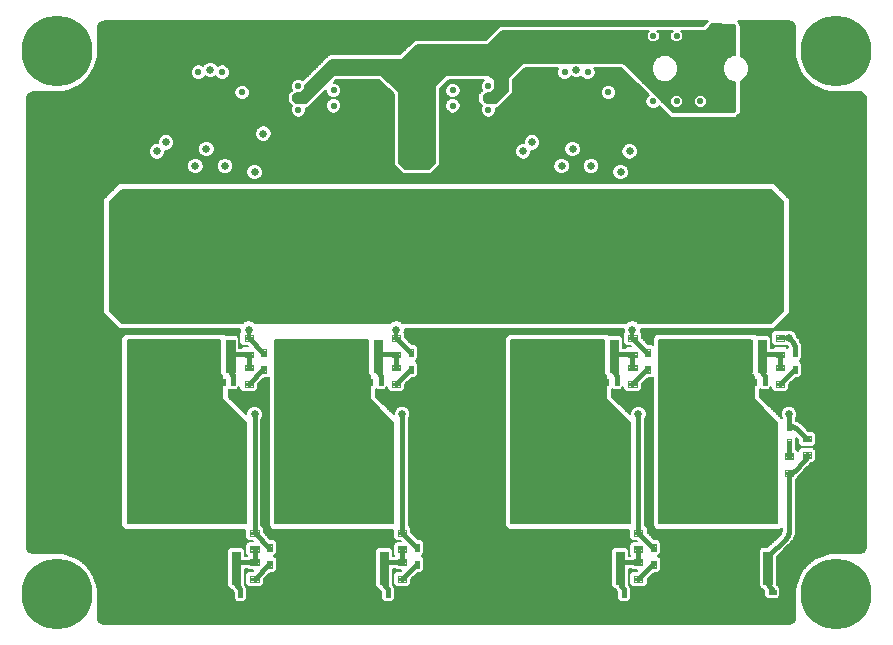
<source format=gts>
G75*
%MOIN*%
%OFA0B0*%
%FSLAX24Y24*%
%IPPOS*%
%LPD*%
%AMOC8*
5,1,8,0,0,1.08239X$1,22.5*
%
%ADD10C,0.0063*%
%ADD11C,0.0031*%
%ADD12C,0.0033*%
%ADD13C,0.0047*%
%ADD14C,0.2362*%
%ADD15C,0.0039*%
%ADD16C,0.2047*%
%ADD17C,0.0059*%
%ADD18C,0.0256*%
%ADD19C,0.0413*%
%ADD20C,0.0217*%
%ADD21C,0.2441*%
%ADD22C,0.0354*%
%ADD23C,0.0591*%
%ADD24C,0.0157*%
%ADD25C,0.0118*%
D10*
X007995Y010985D02*
X011909Y010985D01*
X011909Y007897D01*
X007995Y007897D01*
X007995Y010985D01*
X007995Y007959D02*
X011909Y007959D01*
X011909Y008021D02*
X007995Y008021D01*
X007995Y008083D02*
X011909Y008083D01*
X011909Y008145D02*
X007995Y008145D01*
X007995Y008207D02*
X011909Y008207D01*
X011909Y008269D02*
X007995Y008269D01*
X007995Y008331D02*
X011909Y008331D01*
X011909Y008393D02*
X007995Y008393D01*
X007995Y008455D02*
X011909Y008455D01*
X011909Y008517D02*
X007995Y008517D01*
X007995Y008579D02*
X011909Y008579D01*
X011909Y008641D02*
X007995Y008641D01*
X007995Y008703D02*
X011909Y008703D01*
X011909Y008765D02*
X007995Y008765D01*
X007995Y008827D02*
X011909Y008827D01*
X011909Y008889D02*
X007995Y008889D01*
X007995Y008951D02*
X011909Y008951D01*
X011909Y009013D02*
X007995Y009013D01*
X007995Y009075D02*
X011909Y009075D01*
X011909Y009137D02*
X007995Y009137D01*
X007995Y009199D02*
X011909Y009199D01*
X011909Y009261D02*
X007995Y009261D01*
X007995Y009323D02*
X011909Y009323D01*
X011909Y009385D02*
X007995Y009385D01*
X007995Y009447D02*
X011909Y009447D01*
X011909Y009509D02*
X007995Y009509D01*
X007995Y009571D02*
X011909Y009571D01*
X011909Y009633D02*
X007995Y009633D01*
X007995Y009695D02*
X011909Y009695D01*
X011909Y009757D02*
X007995Y009757D01*
X007995Y009819D02*
X011909Y009819D01*
X011909Y009881D02*
X007995Y009881D01*
X007995Y009943D02*
X011909Y009943D01*
X011909Y010005D02*
X007995Y010005D01*
X007995Y010067D02*
X011909Y010067D01*
X011909Y010129D02*
X007995Y010129D01*
X007995Y010191D02*
X011909Y010191D01*
X011909Y010253D02*
X007995Y010253D01*
X007995Y010315D02*
X011909Y010315D01*
X011909Y010377D02*
X007995Y010377D01*
X007995Y010439D02*
X011909Y010439D01*
X011909Y010501D02*
X007995Y010501D01*
X007995Y010563D02*
X011909Y010563D01*
X011909Y010625D02*
X007995Y010625D01*
X007995Y010687D02*
X011909Y010687D01*
X011909Y010749D02*
X007995Y010749D01*
X007995Y010811D02*
X011909Y010811D01*
X011909Y010873D02*
X007995Y010873D01*
X007995Y010935D02*
X011909Y010935D01*
X012917Y010985D02*
X016831Y010985D01*
X016831Y007897D01*
X012917Y007897D01*
X012917Y010985D01*
X012917Y007959D02*
X016831Y007959D01*
X016831Y008021D02*
X012917Y008021D01*
X012917Y008083D02*
X016831Y008083D01*
X016831Y008145D02*
X012917Y008145D01*
X012917Y008207D02*
X016831Y008207D01*
X016831Y008269D02*
X012917Y008269D01*
X012917Y008331D02*
X016831Y008331D01*
X016831Y008393D02*
X012917Y008393D01*
X012917Y008455D02*
X016831Y008455D01*
X016831Y008517D02*
X012917Y008517D01*
X012917Y008579D02*
X016831Y008579D01*
X016831Y008641D02*
X012917Y008641D01*
X012917Y008703D02*
X016831Y008703D01*
X016831Y008765D02*
X012917Y008765D01*
X012917Y008827D02*
X016831Y008827D01*
X016831Y008889D02*
X012917Y008889D01*
X012917Y008951D02*
X016831Y008951D01*
X016831Y009013D02*
X012917Y009013D01*
X012917Y009075D02*
X016831Y009075D01*
X016831Y009137D02*
X012917Y009137D01*
X012917Y009199D02*
X016831Y009199D01*
X016831Y009261D02*
X012917Y009261D01*
X012917Y009323D02*
X016831Y009323D01*
X016831Y009385D02*
X012917Y009385D01*
X012917Y009447D02*
X016831Y009447D01*
X016831Y009509D02*
X012917Y009509D01*
X012917Y009571D02*
X016831Y009571D01*
X016831Y009633D02*
X012917Y009633D01*
X012917Y009695D02*
X016831Y009695D01*
X016831Y009757D02*
X012917Y009757D01*
X012917Y009819D02*
X016831Y009819D01*
X016831Y009881D02*
X012917Y009881D01*
X012917Y009943D02*
X016831Y009943D01*
X016831Y010005D02*
X012917Y010005D01*
X012917Y010067D02*
X016831Y010067D01*
X016831Y010129D02*
X012917Y010129D01*
X012917Y010191D02*
X016831Y010191D01*
X016831Y010253D02*
X012917Y010253D01*
X012917Y010315D02*
X016831Y010315D01*
X016831Y010377D02*
X012917Y010377D01*
X012917Y010439D02*
X016831Y010439D01*
X016831Y010501D02*
X012917Y010501D01*
X012917Y010563D02*
X016831Y010563D01*
X016831Y010625D02*
X012917Y010625D01*
X012917Y010687D02*
X016831Y010687D01*
X016831Y010749D02*
X012917Y010749D01*
X012917Y010811D02*
X016831Y010811D01*
X016831Y010873D02*
X012917Y010873D01*
X012917Y010935D02*
X016831Y010935D01*
X020791Y010985D02*
X024705Y010985D01*
X024705Y007897D01*
X020791Y007897D01*
X020791Y010985D01*
X020791Y007959D02*
X024705Y007959D01*
X024705Y008021D02*
X020791Y008021D01*
X020791Y008083D02*
X024705Y008083D01*
X024705Y008145D02*
X020791Y008145D01*
X020791Y008207D02*
X024705Y008207D01*
X024705Y008269D02*
X020791Y008269D01*
X020791Y008331D02*
X024705Y008331D01*
X024705Y008393D02*
X020791Y008393D01*
X020791Y008455D02*
X024705Y008455D01*
X024705Y008517D02*
X020791Y008517D01*
X020791Y008579D02*
X024705Y008579D01*
X024705Y008641D02*
X020791Y008641D01*
X020791Y008703D02*
X024705Y008703D01*
X024705Y008765D02*
X020791Y008765D01*
X020791Y008827D02*
X024705Y008827D01*
X024705Y008889D02*
X020791Y008889D01*
X020791Y008951D02*
X024705Y008951D01*
X024705Y009013D02*
X020791Y009013D01*
X020791Y009075D02*
X024705Y009075D01*
X024705Y009137D02*
X020791Y009137D01*
X020791Y009199D02*
X024705Y009199D01*
X024705Y009261D02*
X020791Y009261D01*
X020791Y009323D02*
X024705Y009323D01*
X024705Y009385D02*
X020791Y009385D01*
X020791Y009447D02*
X024705Y009447D01*
X024705Y009509D02*
X020791Y009509D01*
X020791Y009571D02*
X024705Y009571D01*
X024705Y009633D02*
X020791Y009633D01*
X020791Y009695D02*
X024705Y009695D01*
X024705Y009757D02*
X020791Y009757D01*
X020791Y009819D02*
X024705Y009819D01*
X024705Y009881D02*
X020791Y009881D01*
X020791Y009943D02*
X024705Y009943D01*
X024705Y010005D02*
X020791Y010005D01*
X020791Y010067D02*
X024705Y010067D01*
X024705Y010129D02*
X020791Y010129D01*
X020791Y010191D02*
X024705Y010191D01*
X024705Y010253D02*
X020791Y010253D01*
X020791Y010315D02*
X024705Y010315D01*
X024705Y010377D02*
X020791Y010377D01*
X020791Y010439D02*
X024705Y010439D01*
X024705Y010501D02*
X020791Y010501D01*
X020791Y010563D02*
X024705Y010563D01*
X024705Y010625D02*
X020791Y010625D01*
X020791Y010687D02*
X024705Y010687D01*
X024705Y010749D02*
X020791Y010749D01*
X020791Y010811D02*
X024705Y010811D01*
X024705Y010873D02*
X020791Y010873D01*
X020791Y010935D02*
X024705Y010935D01*
X025712Y010985D02*
X029626Y010985D01*
X029626Y007897D01*
X025712Y007897D01*
X025712Y010985D01*
X025712Y007959D02*
X029626Y007959D01*
X029626Y008021D02*
X025712Y008021D01*
X025712Y008083D02*
X029626Y008083D01*
X029626Y008145D02*
X025712Y008145D01*
X025712Y008207D02*
X029626Y008207D01*
X029626Y008269D02*
X025712Y008269D01*
X025712Y008331D02*
X029626Y008331D01*
X029626Y008393D02*
X025712Y008393D01*
X025712Y008455D02*
X029626Y008455D01*
X029626Y008517D02*
X025712Y008517D01*
X025712Y008579D02*
X029626Y008579D01*
X029626Y008641D02*
X025712Y008641D01*
X025712Y008703D02*
X029626Y008703D01*
X029626Y008765D02*
X025712Y008765D01*
X025712Y008827D02*
X029626Y008827D01*
X029626Y008889D02*
X025712Y008889D01*
X025712Y008951D02*
X029626Y008951D01*
X029626Y009013D02*
X025712Y009013D01*
X025712Y009075D02*
X029626Y009075D01*
X029626Y009137D02*
X025712Y009137D01*
X025712Y009199D02*
X029626Y009199D01*
X029626Y009261D02*
X025712Y009261D01*
X025712Y009323D02*
X029626Y009323D01*
X029626Y009385D02*
X025712Y009385D01*
X025712Y009447D02*
X029626Y009447D01*
X029626Y009509D02*
X025712Y009509D01*
X025712Y009571D02*
X029626Y009571D01*
X029626Y009633D02*
X025712Y009633D01*
X025712Y009695D02*
X029626Y009695D01*
X029626Y009757D02*
X025712Y009757D01*
X025712Y009819D02*
X029626Y009819D01*
X029626Y009881D02*
X025712Y009881D01*
X025712Y009943D02*
X029626Y009943D01*
X029626Y010005D02*
X025712Y010005D01*
X025712Y010067D02*
X029626Y010067D01*
X029626Y010129D02*
X025712Y010129D01*
X025712Y010191D02*
X029626Y010191D01*
X029626Y010253D02*
X025712Y010253D01*
X025712Y010315D02*
X029626Y010315D01*
X029626Y010377D02*
X025712Y010377D01*
X025712Y010439D02*
X029626Y010439D01*
X029626Y010501D02*
X025712Y010501D01*
X025712Y010563D02*
X029626Y010563D01*
X029626Y010625D02*
X025712Y010625D01*
X025712Y010687D02*
X029626Y010687D01*
X029626Y010749D02*
X025712Y010749D01*
X025712Y010811D02*
X029626Y010811D01*
X029626Y010873D02*
X025712Y010873D01*
X025712Y010935D02*
X029626Y010935D01*
X029429Y018071D02*
X025515Y018071D01*
X029429Y018071D02*
X029429Y014983D01*
X025515Y014983D01*
X025515Y018071D01*
X025515Y015045D02*
X029429Y015045D01*
X029429Y015107D02*
X025515Y015107D01*
X025515Y015169D02*
X029429Y015169D01*
X029429Y015231D02*
X025515Y015231D01*
X025515Y015293D02*
X029429Y015293D01*
X029429Y015355D02*
X025515Y015355D01*
X025515Y015417D02*
X029429Y015417D01*
X029429Y015479D02*
X025515Y015479D01*
X025515Y015541D02*
X029429Y015541D01*
X029429Y015603D02*
X025515Y015603D01*
X025515Y015665D02*
X029429Y015665D01*
X029429Y015727D02*
X025515Y015727D01*
X025515Y015789D02*
X029429Y015789D01*
X029429Y015851D02*
X025515Y015851D01*
X025515Y015913D02*
X029429Y015913D01*
X029429Y015975D02*
X025515Y015975D01*
X025515Y016037D02*
X029429Y016037D01*
X029429Y016099D02*
X025515Y016099D01*
X025515Y016161D02*
X029429Y016161D01*
X029429Y016223D02*
X025515Y016223D01*
X025515Y016285D02*
X029429Y016285D01*
X029429Y016347D02*
X025515Y016347D01*
X025515Y016409D02*
X029429Y016409D01*
X029429Y016471D02*
X025515Y016471D01*
X025515Y016533D02*
X029429Y016533D01*
X029429Y016595D02*
X025515Y016595D01*
X025515Y016657D02*
X029429Y016657D01*
X029429Y016719D02*
X025515Y016719D01*
X025515Y016781D02*
X029429Y016781D01*
X029429Y016843D02*
X025515Y016843D01*
X025515Y016905D02*
X029429Y016905D01*
X029429Y016967D02*
X025515Y016967D01*
X025515Y017029D02*
X029429Y017029D01*
X029429Y017091D02*
X025515Y017091D01*
X025515Y017153D02*
X029429Y017153D01*
X029429Y017215D02*
X025515Y017215D01*
X025515Y017277D02*
X029429Y017277D01*
X029429Y017339D02*
X025515Y017339D01*
X025515Y017401D02*
X029429Y017401D01*
X029429Y017463D02*
X025515Y017463D01*
X025515Y017525D02*
X029429Y017525D01*
X029429Y017587D02*
X025515Y017587D01*
X025515Y017649D02*
X029429Y017649D01*
X029429Y017711D02*
X025515Y017711D01*
X025515Y017773D02*
X029429Y017773D01*
X029429Y017835D02*
X025515Y017835D01*
X025515Y017897D02*
X029429Y017897D01*
X029429Y017959D02*
X025515Y017959D01*
X025515Y018021D02*
X029429Y018021D01*
X024508Y018071D02*
X020594Y018071D01*
X024508Y018071D02*
X024508Y014983D01*
X020594Y014983D01*
X020594Y018071D01*
X020594Y015045D02*
X024508Y015045D01*
X024508Y015107D02*
X020594Y015107D01*
X020594Y015169D02*
X024508Y015169D01*
X024508Y015231D02*
X020594Y015231D01*
X020594Y015293D02*
X024508Y015293D01*
X024508Y015355D02*
X020594Y015355D01*
X020594Y015417D02*
X024508Y015417D01*
X024508Y015479D02*
X020594Y015479D01*
X020594Y015541D02*
X024508Y015541D01*
X024508Y015603D02*
X020594Y015603D01*
X020594Y015665D02*
X024508Y015665D01*
X024508Y015727D02*
X020594Y015727D01*
X020594Y015789D02*
X024508Y015789D01*
X024508Y015851D02*
X020594Y015851D01*
X020594Y015913D02*
X024508Y015913D01*
X024508Y015975D02*
X020594Y015975D01*
X020594Y016037D02*
X024508Y016037D01*
X024508Y016099D02*
X020594Y016099D01*
X020594Y016161D02*
X024508Y016161D01*
X024508Y016223D02*
X020594Y016223D01*
X020594Y016285D02*
X024508Y016285D01*
X024508Y016347D02*
X020594Y016347D01*
X020594Y016409D02*
X024508Y016409D01*
X024508Y016471D02*
X020594Y016471D01*
X020594Y016533D02*
X024508Y016533D01*
X024508Y016595D02*
X020594Y016595D01*
X020594Y016657D02*
X024508Y016657D01*
X024508Y016719D02*
X020594Y016719D01*
X020594Y016781D02*
X024508Y016781D01*
X024508Y016843D02*
X020594Y016843D01*
X020594Y016905D02*
X024508Y016905D01*
X024508Y016967D02*
X020594Y016967D01*
X020594Y017029D02*
X024508Y017029D01*
X024508Y017091D02*
X020594Y017091D01*
X020594Y017153D02*
X024508Y017153D01*
X024508Y017215D02*
X020594Y017215D01*
X020594Y017277D02*
X024508Y017277D01*
X024508Y017339D02*
X020594Y017339D01*
X020594Y017401D02*
X024508Y017401D01*
X024508Y017463D02*
X020594Y017463D01*
X020594Y017525D02*
X024508Y017525D01*
X024508Y017587D02*
X020594Y017587D01*
X020594Y017649D02*
X024508Y017649D01*
X024508Y017711D02*
X020594Y017711D01*
X020594Y017773D02*
X024508Y017773D01*
X024508Y017835D02*
X020594Y017835D01*
X020594Y017897D02*
X024508Y017897D01*
X024508Y017959D02*
X020594Y017959D01*
X020594Y018021D02*
X024508Y018021D01*
X016634Y018071D02*
X012720Y018071D01*
X016634Y018071D02*
X016634Y014983D01*
X012720Y014983D01*
X012720Y018071D01*
X012720Y015045D02*
X016634Y015045D01*
X016634Y015107D02*
X012720Y015107D01*
X012720Y015169D02*
X016634Y015169D01*
X016634Y015231D02*
X012720Y015231D01*
X012720Y015293D02*
X016634Y015293D01*
X016634Y015355D02*
X012720Y015355D01*
X012720Y015417D02*
X016634Y015417D01*
X016634Y015479D02*
X012720Y015479D01*
X012720Y015541D02*
X016634Y015541D01*
X016634Y015603D02*
X012720Y015603D01*
X012720Y015665D02*
X016634Y015665D01*
X016634Y015727D02*
X012720Y015727D01*
X012720Y015789D02*
X016634Y015789D01*
X016634Y015851D02*
X012720Y015851D01*
X012720Y015913D02*
X016634Y015913D01*
X016634Y015975D02*
X012720Y015975D01*
X012720Y016037D02*
X016634Y016037D01*
X016634Y016099D02*
X012720Y016099D01*
X012720Y016161D02*
X016634Y016161D01*
X016634Y016223D02*
X012720Y016223D01*
X012720Y016285D02*
X016634Y016285D01*
X016634Y016347D02*
X012720Y016347D01*
X012720Y016409D02*
X016634Y016409D01*
X016634Y016471D02*
X012720Y016471D01*
X012720Y016533D02*
X016634Y016533D01*
X016634Y016595D02*
X012720Y016595D01*
X012720Y016657D02*
X016634Y016657D01*
X016634Y016719D02*
X012720Y016719D01*
X012720Y016781D02*
X016634Y016781D01*
X016634Y016843D02*
X012720Y016843D01*
X012720Y016905D02*
X016634Y016905D01*
X016634Y016967D02*
X012720Y016967D01*
X012720Y017029D02*
X016634Y017029D01*
X016634Y017091D02*
X012720Y017091D01*
X012720Y017153D02*
X016634Y017153D01*
X016634Y017215D02*
X012720Y017215D01*
X012720Y017277D02*
X016634Y017277D01*
X016634Y017339D02*
X012720Y017339D01*
X012720Y017401D02*
X016634Y017401D01*
X016634Y017463D02*
X012720Y017463D01*
X012720Y017525D02*
X016634Y017525D01*
X016634Y017587D02*
X012720Y017587D01*
X012720Y017649D02*
X016634Y017649D01*
X016634Y017711D02*
X012720Y017711D01*
X012720Y017773D02*
X016634Y017773D01*
X016634Y017835D02*
X012720Y017835D01*
X012720Y017897D02*
X016634Y017897D01*
X016634Y017959D02*
X012720Y017959D01*
X012720Y018021D02*
X016634Y018021D01*
X011713Y018071D02*
X007799Y018071D01*
X011713Y018071D02*
X011713Y014983D01*
X007799Y014983D01*
X007799Y018071D01*
X007799Y015045D02*
X011713Y015045D01*
X011713Y015107D02*
X007799Y015107D01*
X007799Y015169D02*
X011713Y015169D01*
X011713Y015231D02*
X007799Y015231D01*
X007799Y015293D02*
X011713Y015293D01*
X011713Y015355D02*
X007799Y015355D01*
X007799Y015417D02*
X011713Y015417D01*
X011713Y015479D02*
X007799Y015479D01*
X007799Y015541D02*
X011713Y015541D01*
X011713Y015603D02*
X007799Y015603D01*
X007799Y015665D02*
X011713Y015665D01*
X011713Y015727D02*
X007799Y015727D01*
X007799Y015789D02*
X011713Y015789D01*
X011713Y015851D02*
X007799Y015851D01*
X007799Y015913D02*
X011713Y015913D01*
X011713Y015975D02*
X007799Y015975D01*
X007799Y016037D02*
X011713Y016037D01*
X011713Y016099D02*
X007799Y016099D01*
X007799Y016161D02*
X011713Y016161D01*
X011713Y016223D02*
X007799Y016223D01*
X007799Y016285D02*
X011713Y016285D01*
X011713Y016347D02*
X007799Y016347D01*
X007799Y016409D02*
X011713Y016409D01*
X011713Y016471D02*
X007799Y016471D01*
X007799Y016533D02*
X011713Y016533D01*
X011713Y016595D02*
X007799Y016595D01*
X007799Y016657D02*
X011713Y016657D01*
X011713Y016719D02*
X007799Y016719D01*
X007799Y016781D02*
X011713Y016781D01*
X011713Y016843D02*
X007799Y016843D01*
X007799Y016905D02*
X011713Y016905D01*
X011713Y016967D02*
X007799Y016967D01*
X007799Y017029D02*
X011713Y017029D01*
X011713Y017091D02*
X007799Y017091D01*
X007799Y017153D02*
X011713Y017153D01*
X011713Y017215D02*
X007799Y017215D01*
X007799Y017277D02*
X011713Y017277D01*
X011713Y017339D02*
X007799Y017339D01*
X007799Y017401D02*
X011713Y017401D01*
X011713Y017463D02*
X007799Y017463D01*
X007799Y017525D02*
X011713Y017525D01*
X011713Y017587D02*
X007799Y017587D01*
X007799Y017649D02*
X011713Y017649D01*
X011713Y017711D02*
X007799Y017711D01*
X007799Y017773D02*
X011713Y017773D01*
X011713Y017835D02*
X007799Y017835D01*
X007799Y017897D02*
X011713Y017897D01*
X011713Y017959D02*
X007799Y017959D01*
X007799Y018021D02*
X011713Y018021D01*
D11*
X016700Y020381D02*
X016826Y020381D01*
X016700Y020381D02*
X016700Y020587D01*
X016826Y020587D01*
X016826Y020381D01*
X016826Y020411D02*
X016700Y020411D01*
X016700Y020441D02*
X016826Y020441D01*
X016826Y020471D02*
X016700Y020471D01*
X016700Y020501D02*
X016826Y020501D01*
X016826Y020531D02*
X016700Y020531D01*
X016700Y020561D02*
X016826Y020561D01*
X017055Y020381D02*
X017181Y020381D01*
X017055Y020381D02*
X017055Y020587D01*
X017181Y020587D01*
X017181Y020381D01*
X017181Y020411D02*
X017055Y020411D01*
X017055Y020441D02*
X017181Y020441D01*
X017181Y020471D02*
X017055Y020471D01*
X017055Y020501D02*
X017181Y020501D01*
X017181Y020531D02*
X017055Y020531D01*
X017055Y020561D02*
X017181Y020561D01*
X016472Y013914D02*
X016188Y013914D01*
X016472Y013914D02*
X016472Y012842D01*
X016188Y012842D01*
X016188Y013914D01*
X016188Y012872D02*
X016472Y012872D01*
X016472Y012902D02*
X016188Y012902D01*
X016188Y012932D02*
X016472Y012932D01*
X016472Y012962D02*
X016188Y012962D01*
X016188Y012992D02*
X016472Y012992D01*
X016472Y013022D02*
X016188Y013022D01*
X016188Y013052D02*
X016472Y013052D01*
X016472Y013082D02*
X016188Y013082D01*
X016188Y013112D02*
X016472Y013112D01*
X016472Y013142D02*
X016188Y013142D01*
X016188Y013172D02*
X016472Y013172D01*
X016472Y013202D02*
X016188Y013202D01*
X016188Y013232D02*
X016472Y013232D01*
X016472Y013262D02*
X016188Y013262D01*
X016188Y013292D02*
X016472Y013292D01*
X016472Y013322D02*
X016188Y013322D01*
X016188Y013352D02*
X016472Y013352D01*
X016472Y013382D02*
X016188Y013382D01*
X016188Y013412D02*
X016472Y013412D01*
X016472Y013442D02*
X016188Y013442D01*
X016188Y013472D02*
X016472Y013472D01*
X016472Y013502D02*
X016188Y013502D01*
X016188Y013532D02*
X016472Y013532D01*
X016472Y013562D02*
X016188Y013562D01*
X016188Y013592D02*
X016472Y013592D01*
X016472Y013622D02*
X016188Y013622D01*
X016188Y013652D02*
X016472Y013652D01*
X016472Y013682D02*
X016188Y013682D01*
X016188Y013712D02*
X016472Y013712D01*
X016472Y013742D02*
X016188Y013742D01*
X016188Y013772D02*
X016472Y013772D01*
X016472Y013802D02*
X016188Y013802D01*
X016188Y013832D02*
X016472Y013832D01*
X016472Y013862D02*
X016188Y013862D01*
X016188Y013892D02*
X016472Y013892D01*
X016492Y012408D02*
X016366Y012408D01*
X016366Y012614D01*
X016492Y012614D01*
X016492Y012408D01*
X016492Y012438D02*
X016366Y012438D01*
X016366Y012468D02*
X016492Y012468D01*
X016492Y012498D02*
X016366Y012498D01*
X016366Y012528D02*
X016492Y012528D01*
X016492Y012558D02*
X016366Y012558D01*
X016366Y012588D02*
X016492Y012588D01*
X016137Y012408D02*
X016011Y012408D01*
X016011Y012614D01*
X016137Y012614D01*
X016137Y012408D01*
X016137Y012438D02*
X016011Y012438D01*
X016011Y012468D02*
X016137Y012468D01*
X016137Y012498D02*
X016011Y012498D01*
X016011Y012528D02*
X016137Y012528D01*
X016137Y012558D02*
X016011Y012558D01*
X016011Y012588D02*
X016137Y012588D01*
X011570Y012408D02*
X011444Y012408D01*
X011444Y012614D01*
X011570Y012614D01*
X011570Y012408D01*
X011570Y012438D02*
X011444Y012438D01*
X011444Y012468D02*
X011570Y012468D01*
X011570Y012498D02*
X011444Y012498D01*
X011444Y012528D02*
X011570Y012528D01*
X011570Y012558D02*
X011444Y012558D01*
X011444Y012588D02*
X011570Y012588D01*
X011216Y012408D02*
X011090Y012408D01*
X011090Y012614D01*
X011216Y012614D01*
X011216Y012408D01*
X011216Y012438D02*
X011090Y012438D01*
X011090Y012468D02*
X011216Y012468D01*
X011216Y012498D02*
X011090Y012498D01*
X011090Y012528D02*
X011216Y012528D01*
X011216Y012558D02*
X011090Y012558D01*
X011090Y012588D02*
X011216Y012588D01*
X011267Y013914D02*
X011551Y013914D01*
X011551Y012842D01*
X011267Y012842D01*
X011267Y013914D01*
X011267Y012872D02*
X011551Y012872D01*
X011551Y012902D02*
X011267Y012902D01*
X011267Y012932D02*
X011551Y012932D01*
X011551Y012962D02*
X011267Y012962D01*
X011267Y012992D02*
X011551Y012992D01*
X011551Y013022D02*
X011267Y013022D01*
X011267Y013052D02*
X011551Y013052D01*
X011551Y013082D02*
X011267Y013082D01*
X011267Y013112D02*
X011551Y013112D01*
X011551Y013142D02*
X011267Y013142D01*
X011267Y013172D02*
X011551Y013172D01*
X011551Y013202D02*
X011267Y013202D01*
X011267Y013232D02*
X011551Y013232D01*
X011551Y013262D02*
X011267Y013262D01*
X011267Y013292D02*
X011551Y013292D01*
X011551Y013322D02*
X011267Y013322D01*
X011267Y013352D02*
X011551Y013352D01*
X011551Y013382D02*
X011267Y013382D01*
X011267Y013412D02*
X011551Y013412D01*
X011551Y013442D02*
X011267Y013442D01*
X011267Y013472D02*
X011551Y013472D01*
X011551Y013502D02*
X011267Y013502D01*
X011267Y013532D02*
X011551Y013532D01*
X011551Y013562D02*
X011267Y013562D01*
X011267Y013592D02*
X011551Y013592D01*
X011551Y013622D02*
X011267Y013622D01*
X011267Y013652D02*
X011551Y013652D01*
X011551Y013682D02*
X011267Y013682D01*
X011267Y013712D02*
X011551Y013712D01*
X011551Y013742D02*
X011267Y013742D01*
X011267Y013772D02*
X011551Y013772D01*
X011551Y013802D02*
X011267Y013802D01*
X011267Y013832D02*
X011551Y013832D01*
X011551Y013862D02*
X011267Y013862D01*
X011267Y013892D02*
X011551Y013892D01*
X011464Y006827D02*
X011748Y006827D01*
X011748Y005755D01*
X011464Y005755D01*
X011464Y006827D01*
X011464Y005785D02*
X011748Y005785D01*
X011748Y005815D02*
X011464Y005815D01*
X011464Y005845D02*
X011748Y005845D01*
X011748Y005875D02*
X011464Y005875D01*
X011464Y005905D02*
X011748Y005905D01*
X011748Y005935D02*
X011464Y005935D01*
X011464Y005965D02*
X011748Y005965D01*
X011748Y005995D02*
X011464Y005995D01*
X011464Y006025D02*
X011748Y006025D01*
X011748Y006055D02*
X011464Y006055D01*
X011464Y006085D02*
X011748Y006085D01*
X011748Y006115D02*
X011464Y006115D01*
X011464Y006145D02*
X011748Y006145D01*
X011748Y006175D02*
X011464Y006175D01*
X011464Y006205D02*
X011748Y006205D01*
X011748Y006235D02*
X011464Y006235D01*
X011464Y006265D02*
X011748Y006265D01*
X011748Y006295D02*
X011464Y006295D01*
X011464Y006325D02*
X011748Y006325D01*
X011748Y006355D02*
X011464Y006355D01*
X011464Y006385D02*
X011748Y006385D01*
X011748Y006415D02*
X011464Y006415D01*
X011464Y006445D02*
X011748Y006445D01*
X011748Y006475D02*
X011464Y006475D01*
X011464Y006505D02*
X011748Y006505D01*
X011748Y006535D02*
X011464Y006535D01*
X011464Y006565D02*
X011748Y006565D01*
X011748Y006595D02*
X011464Y006595D01*
X011464Y006625D02*
X011748Y006625D01*
X011748Y006655D02*
X011464Y006655D01*
X011464Y006685D02*
X011748Y006685D01*
X011748Y006715D02*
X011464Y006715D01*
X011464Y006745D02*
X011748Y006745D01*
X011748Y006775D02*
X011464Y006775D01*
X011464Y006805D02*
X011748Y006805D01*
X011681Y005528D02*
X011807Y005528D01*
X011807Y005322D01*
X011681Y005322D01*
X011681Y005528D01*
X011681Y005352D02*
X011807Y005352D01*
X011807Y005382D02*
X011681Y005382D01*
X011681Y005412D02*
X011807Y005412D01*
X011807Y005442D02*
X011681Y005442D01*
X011681Y005472D02*
X011807Y005472D01*
X011807Y005502D02*
X011681Y005502D01*
X012035Y005528D02*
X012161Y005528D01*
X012161Y005322D01*
X012035Y005322D01*
X012035Y005528D01*
X012035Y005352D02*
X012161Y005352D01*
X012161Y005382D02*
X012035Y005382D01*
X012035Y005412D02*
X012161Y005412D01*
X012161Y005442D02*
X012035Y005442D01*
X012035Y005472D02*
X012161Y005472D01*
X012161Y005502D02*
X012035Y005502D01*
X016385Y006827D02*
X016669Y006827D01*
X016669Y005755D01*
X016385Y005755D01*
X016385Y006827D01*
X016385Y005785D02*
X016669Y005785D01*
X016669Y005815D02*
X016385Y005815D01*
X016385Y005845D02*
X016669Y005845D01*
X016669Y005875D02*
X016385Y005875D01*
X016385Y005905D02*
X016669Y005905D01*
X016669Y005935D02*
X016385Y005935D01*
X016385Y005965D02*
X016669Y005965D01*
X016669Y005995D02*
X016385Y005995D01*
X016385Y006025D02*
X016669Y006025D01*
X016669Y006055D02*
X016385Y006055D01*
X016385Y006085D02*
X016669Y006085D01*
X016669Y006115D02*
X016385Y006115D01*
X016385Y006145D02*
X016669Y006145D01*
X016669Y006175D02*
X016385Y006175D01*
X016385Y006205D02*
X016669Y006205D01*
X016669Y006235D02*
X016385Y006235D01*
X016385Y006265D02*
X016669Y006265D01*
X016669Y006295D02*
X016385Y006295D01*
X016385Y006325D02*
X016669Y006325D01*
X016669Y006355D02*
X016385Y006355D01*
X016385Y006385D02*
X016669Y006385D01*
X016669Y006415D02*
X016385Y006415D01*
X016385Y006445D02*
X016669Y006445D01*
X016669Y006475D02*
X016385Y006475D01*
X016385Y006505D02*
X016669Y006505D01*
X016669Y006535D02*
X016385Y006535D01*
X016385Y006565D02*
X016669Y006565D01*
X016669Y006595D02*
X016385Y006595D01*
X016385Y006625D02*
X016669Y006625D01*
X016669Y006655D02*
X016385Y006655D01*
X016385Y006685D02*
X016669Y006685D01*
X016669Y006715D02*
X016385Y006715D01*
X016385Y006745D02*
X016669Y006745D01*
X016669Y006775D02*
X016385Y006775D01*
X016385Y006805D02*
X016669Y006805D01*
X016602Y005528D02*
X016728Y005528D01*
X016728Y005322D01*
X016602Y005322D01*
X016602Y005528D01*
X016602Y005352D02*
X016728Y005352D01*
X016728Y005382D02*
X016602Y005382D01*
X016602Y005412D02*
X016728Y005412D01*
X016728Y005442D02*
X016602Y005442D01*
X016602Y005472D02*
X016728Y005472D01*
X016728Y005502D02*
X016602Y005502D01*
X016956Y005528D02*
X017082Y005528D01*
X017082Y005322D01*
X016956Y005322D01*
X016956Y005528D01*
X016956Y005352D02*
X017082Y005352D01*
X017082Y005382D02*
X016956Y005382D01*
X016956Y005412D02*
X017082Y005412D01*
X017082Y005442D02*
X016956Y005442D01*
X016956Y005472D02*
X017082Y005472D01*
X017082Y005502D02*
X016956Y005502D01*
X024259Y006827D02*
X024543Y006827D01*
X024543Y005755D01*
X024259Y005755D01*
X024259Y006827D01*
X024259Y005785D02*
X024543Y005785D01*
X024543Y005815D02*
X024259Y005815D01*
X024259Y005845D02*
X024543Y005845D01*
X024543Y005875D02*
X024259Y005875D01*
X024259Y005905D02*
X024543Y005905D01*
X024543Y005935D02*
X024259Y005935D01*
X024259Y005965D02*
X024543Y005965D01*
X024543Y005995D02*
X024259Y005995D01*
X024259Y006025D02*
X024543Y006025D01*
X024543Y006055D02*
X024259Y006055D01*
X024259Y006085D02*
X024543Y006085D01*
X024543Y006115D02*
X024259Y006115D01*
X024259Y006145D02*
X024543Y006145D01*
X024543Y006175D02*
X024259Y006175D01*
X024259Y006205D02*
X024543Y006205D01*
X024543Y006235D02*
X024259Y006235D01*
X024259Y006265D02*
X024543Y006265D01*
X024543Y006295D02*
X024259Y006295D01*
X024259Y006325D02*
X024543Y006325D01*
X024543Y006355D02*
X024259Y006355D01*
X024259Y006385D02*
X024543Y006385D01*
X024543Y006415D02*
X024259Y006415D01*
X024259Y006445D02*
X024543Y006445D01*
X024543Y006475D02*
X024259Y006475D01*
X024259Y006505D02*
X024543Y006505D01*
X024543Y006535D02*
X024259Y006535D01*
X024259Y006565D02*
X024543Y006565D01*
X024543Y006595D02*
X024259Y006595D01*
X024259Y006625D02*
X024543Y006625D01*
X024543Y006655D02*
X024259Y006655D01*
X024259Y006685D02*
X024543Y006685D01*
X024543Y006715D02*
X024259Y006715D01*
X024259Y006745D02*
X024543Y006745D01*
X024543Y006775D02*
X024259Y006775D01*
X024259Y006805D02*
X024543Y006805D01*
X024476Y005528D02*
X024602Y005528D01*
X024602Y005322D01*
X024476Y005322D01*
X024476Y005528D01*
X024476Y005352D02*
X024602Y005352D01*
X024602Y005382D02*
X024476Y005382D01*
X024476Y005412D02*
X024602Y005412D01*
X024602Y005442D02*
X024476Y005442D01*
X024476Y005472D02*
X024602Y005472D01*
X024602Y005502D02*
X024476Y005502D01*
X024830Y005528D02*
X024956Y005528D01*
X024956Y005322D01*
X024830Y005322D01*
X024830Y005528D01*
X024830Y005352D02*
X024956Y005352D01*
X024956Y005382D02*
X024830Y005382D01*
X024830Y005412D02*
X024956Y005412D01*
X024956Y005442D02*
X024830Y005442D01*
X024830Y005472D02*
X024956Y005472D01*
X024956Y005502D02*
X024830Y005502D01*
X029180Y006827D02*
X029464Y006827D01*
X029464Y005755D01*
X029180Y005755D01*
X029180Y006827D01*
X029180Y005785D02*
X029464Y005785D01*
X029464Y005815D02*
X029180Y005815D01*
X029180Y005845D02*
X029464Y005845D01*
X029464Y005875D02*
X029180Y005875D01*
X029180Y005905D02*
X029464Y005905D01*
X029464Y005935D02*
X029180Y005935D01*
X029180Y005965D02*
X029464Y005965D01*
X029464Y005995D02*
X029180Y005995D01*
X029180Y006025D02*
X029464Y006025D01*
X029464Y006055D02*
X029180Y006055D01*
X029180Y006085D02*
X029464Y006085D01*
X029464Y006115D02*
X029180Y006115D01*
X029180Y006145D02*
X029464Y006145D01*
X029464Y006175D02*
X029180Y006175D01*
X029180Y006205D02*
X029464Y006205D01*
X029464Y006235D02*
X029180Y006235D01*
X029180Y006265D02*
X029464Y006265D01*
X029464Y006295D02*
X029180Y006295D01*
X029180Y006325D02*
X029464Y006325D01*
X029464Y006355D02*
X029180Y006355D01*
X029180Y006385D02*
X029464Y006385D01*
X029464Y006415D02*
X029180Y006415D01*
X029180Y006445D02*
X029464Y006445D01*
X029464Y006475D02*
X029180Y006475D01*
X029180Y006505D02*
X029464Y006505D01*
X029464Y006535D02*
X029180Y006535D01*
X029180Y006565D02*
X029464Y006565D01*
X029464Y006595D02*
X029180Y006595D01*
X029180Y006625D02*
X029464Y006625D01*
X029464Y006655D02*
X029180Y006655D01*
X029180Y006685D02*
X029464Y006685D01*
X029464Y006715D02*
X029180Y006715D01*
X029180Y006745D02*
X029464Y006745D01*
X029464Y006775D02*
X029180Y006775D01*
X029180Y006805D02*
X029464Y006805D01*
X029583Y005567D02*
X029583Y005441D01*
X029377Y005441D01*
X029377Y005567D01*
X029583Y005567D01*
X029583Y005471D02*
X029377Y005471D01*
X029377Y005501D02*
X029583Y005501D01*
X029583Y005531D02*
X029377Y005531D01*
X029377Y005561D02*
X029583Y005561D01*
X029583Y005212D02*
X029583Y005086D01*
X029377Y005086D01*
X029377Y005212D01*
X029583Y005212D01*
X029583Y005116D02*
X029377Y005116D01*
X029377Y005146D02*
X029583Y005146D01*
X029583Y005176D02*
X029377Y005176D01*
X029377Y005206D02*
X029583Y005206D01*
X029287Y012408D02*
X029161Y012408D01*
X029161Y012614D01*
X029287Y012614D01*
X029287Y012408D01*
X029287Y012438D02*
X029161Y012438D01*
X029161Y012468D02*
X029287Y012468D01*
X029287Y012498D02*
X029161Y012498D01*
X029161Y012528D02*
X029287Y012528D01*
X029287Y012558D02*
X029161Y012558D01*
X029161Y012588D02*
X029287Y012588D01*
X028933Y012408D02*
X028807Y012408D01*
X028807Y012614D01*
X028933Y012614D01*
X028933Y012408D01*
X028933Y012438D02*
X028807Y012438D01*
X028807Y012468D02*
X028933Y012468D01*
X028933Y012498D02*
X028807Y012498D01*
X028807Y012528D02*
X028933Y012528D01*
X028933Y012558D02*
X028807Y012558D01*
X028807Y012588D02*
X028933Y012588D01*
X028984Y013914D02*
X029268Y013914D01*
X029268Y012842D01*
X028984Y012842D01*
X028984Y013914D01*
X028984Y012872D02*
X029268Y012872D01*
X029268Y012902D02*
X028984Y012902D01*
X028984Y012932D02*
X029268Y012932D01*
X029268Y012962D02*
X028984Y012962D01*
X028984Y012992D02*
X029268Y012992D01*
X029268Y013022D02*
X028984Y013022D01*
X028984Y013052D02*
X029268Y013052D01*
X029268Y013082D02*
X028984Y013082D01*
X028984Y013112D02*
X029268Y013112D01*
X029268Y013142D02*
X028984Y013142D01*
X028984Y013172D02*
X029268Y013172D01*
X029268Y013202D02*
X028984Y013202D01*
X028984Y013232D02*
X029268Y013232D01*
X029268Y013262D02*
X028984Y013262D01*
X028984Y013292D02*
X029268Y013292D01*
X029268Y013322D02*
X028984Y013322D01*
X028984Y013352D02*
X029268Y013352D01*
X029268Y013382D02*
X028984Y013382D01*
X028984Y013412D02*
X029268Y013412D01*
X029268Y013442D02*
X028984Y013442D01*
X028984Y013472D02*
X029268Y013472D01*
X029268Y013502D02*
X028984Y013502D01*
X028984Y013532D02*
X029268Y013532D01*
X029268Y013562D02*
X028984Y013562D01*
X028984Y013592D02*
X029268Y013592D01*
X029268Y013622D02*
X028984Y013622D01*
X028984Y013652D02*
X029268Y013652D01*
X029268Y013682D02*
X028984Y013682D01*
X028984Y013712D02*
X029268Y013712D01*
X029268Y013742D02*
X028984Y013742D01*
X028984Y013772D02*
X029268Y013772D01*
X029268Y013802D02*
X028984Y013802D01*
X028984Y013832D02*
X029268Y013832D01*
X029268Y013862D02*
X028984Y013862D01*
X028984Y013892D02*
X029268Y013892D01*
X024346Y013914D02*
X024062Y013914D01*
X024346Y013914D02*
X024346Y012842D01*
X024062Y012842D01*
X024062Y013914D01*
X024062Y012872D02*
X024346Y012872D01*
X024346Y012902D02*
X024062Y012902D01*
X024062Y012932D02*
X024346Y012932D01*
X024346Y012962D02*
X024062Y012962D01*
X024062Y012992D02*
X024346Y012992D01*
X024346Y013022D02*
X024062Y013022D01*
X024062Y013052D02*
X024346Y013052D01*
X024346Y013082D02*
X024062Y013082D01*
X024062Y013112D02*
X024346Y013112D01*
X024346Y013142D02*
X024062Y013142D01*
X024062Y013172D02*
X024346Y013172D01*
X024346Y013202D02*
X024062Y013202D01*
X024062Y013232D02*
X024346Y013232D01*
X024346Y013262D02*
X024062Y013262D01*
X024062Y013292D02*
X024346Y013292D01*
X024346Y013322D02*
X024062Y013322D01*
X024062Y013352D02*
X024346Y013352D01*
X024346Y013382D02*
X024062Y013382D01*
X024062Y013412D02*
X024346Y013412D01*
X024346Y013442D02*
X024062Y013442D01*
X024062Y013472D02*
X024346Y013472D01*
X024346Y013502D02*
X024062Y013502D01*
X024062Y013532D02*
X024346Y013532D01*
X024346Y013562D02*
X024062Y013562D01*
X024062Y013592D02*
X024346Y013592D01*
X024346Y013622D02*
X024062Y013622D01*
X024062Y013652D02*
X024346Y013652D01*
X024346Y013682D02*
X024062Y013682D01*
X024062Y013712D02*
X024346Y013712D01*
X024346Y013742D02*
X024062Y013742D01*
X024062Y013772D02*
X024346Y013772D01*
X024346Y013802D02*
X024062Y013802D01*
X024062Y013832D02*
X024346Y013832D01*
X024346Y013862D02*
X024062Y013862D01*
X024062Y013892D02*
X024346Y013892D01*
X024366Y012408D02*
X024240Y012408D01*
X024240Y012614D01*
X024366Y012614D01*
X024366Y012408D01*
X024366Y012438D02*
X024240Y012438D01*
X024240Y012468D02*
X024366Y012468D01*
X024366Y012498D02*
X024240Y012498D01*
X024240Y012528D02*
X024366Y012528D01*
X024366Y012558D02*
X024240Y012558D01*
X024240Y012588D02*
X024366Y012588D01*
X024011Y012408D02*
X023885Y012408D01*
X023885Y012614D01*
X024011Y012614D01*
X024011Y012408D01*
X024011Y012438D02*
X023885Y012438D01*
X023885Y012468D02*
X024011Y012468D01*
X024011Y012498D02*
X023885Y012498D01*
X023885Y012528D02*
X024011Y012528D01*
X024011Y012558D02*
X023885Y012558D01*
X023885Y012588D02*
X024011Y012588D01*
D12*
X023874Y013913D02*
X020756Y013913D01*
X023874Y013913D02*
X023874Y012843D01*
X020756Y012843D01*
X020756Y013913D01*
X020756Y012875D02*
X023874Y012875D01*
X023874Y012907D02*
X020756Y012907D01*
X020756Y012939D02*
X023874Y012939D01*
X023874Y012971D02*
X020756Y012971D01*
X020756Y013003D02*
X023874Y013003D01*
X023874Y013035D02*
X020756Y013035D01*
X020756Y013067D02*
X023874Y013067D01*
X023874Y013099D02*
X020756Y013099D01*
X020756Y013131D02*
X023874Y013131D01*
X023874Y013163D02*
X020756Y013163D01*
X020756Y013195D02*
X023874Y013195D01*
X023874Y013227D02*
X020756Y013227D01*
X020756Y013259D02*
X023874Y013259D01*
X023874Y013291D02*
X020756Y013291D01*
X020756Y013323D02*
X023874Y013323D01*
X023874Y013355D02*
X020756Y013355D01*
X020756Y013387D02*
X023874Y013387D01*
X023874Y013419D02*
X020756Y013419D01*
X020756Y013451D02*
X023874Y013451D01*
X023874Y013483D02*
X020756Y013483D01*
X020756Y013515D02*
X023874Y013515D01*
X023874Y013547D02*
X020756Y013547D01*
X020756Y013579D02*
X023874Y013579D01*
X023874Y013611D02*
X020756Y013611D01*
X020756Y013643D02*
X023874Y013643D01*
X023874Y013675D02*
X020756Y013675D01*
X020756Y013707D02*
X023874Y013707D01*
X023874Y013739D02*
X020756Y013739D01*
X020756Y013771D02*
X023874Y013771D01*
X023874Y013803D02*
X020756Y013803D01*
X020756Y013835D02*
X023874Y013835D01*
X023874Y013867D02*
X020756Y013867D01*
X020756Y013899D02*
X023874Y013899D01*
X025677Y013913D02*
X028795Y013913D01*
X028795Y012843D01*
X025677Y012843D01*
X025677Y013913D01*
X025677Y012875D02*
X028795Y012875D01*
X028795Y012907D02*
X025677Y012907D01*
X025677Y012939D02*
X028795Y012939D01*
X028795Y012971D02*
X025677Y012971D01*
X025677Y013003D02*
X028795Y013003D01*
X028795Y013035D02*
X025677Y013035D01*
X025677Y013067D02*
X028795Y013067D01*
X028795Y013099D02*
X025677Y013099D01*
X025677Y013131D02*
X028795Y013131D01*
X028795Y013163D02*
X025677Y013163D01*
X025677Y013195D02*
X028795Y013195D01*
X028795Y013227D02*
X025677Y013227D01*
X025677Y013259D02*
X028795Y013259D01*
X028795Y013291D02*
X025677Y013291D01*
X025677Y013323D02*
X028795Y013323D01*
X028795Y013355D02*
X025677Y013355D01*
X025677Y013387D02*
X028795Y013387D01*
X028795Y013419D02*
X025677Y013419D01*
X025677Y013451D02*
X028795Y013451D01*
X028795Y013483D02*
X025677Y013483D01*
X025677Y013515D02*
X028795Y013515D01*
X028795Y013547D02*
X025677Y013547D01*
X025677Y013579D02*
X028795Y013579D01*
X028795Y013611D02*
X025677Y013611D01*
X025677Y013643D02*
X028795Y013643D01*
X028795Y013675D02*
X025677Y013675D01*
X025677Y013707D02*
X028795Y013707D01*
X028795Y013739D02*
X025677Y013739D01*
X025677Y013771D02*
X028795Y013771D01*
X028795Y013803D02*
X025677Y013803D01*
X025677Y013835D02*
X028795Y013835D01*
X028795Y013867D02*
X025677Y013867D01*
X025677Y013899D02*
X028795Y013899D01*
X028992Y006826D02*
X025874Y006826D01*
X028992Y006826D02*
X028992Y005756D01*
X025874Y005756D01*
X025874Y006826D01*
X025874Y005788D02*
X028992Y005788D01*
X028992Y005820D02*
X025874Y005820D01*
X025874Y005852D02*
X028992Y005852D01*
X028992Y005884D02*
X025874Y005884D01*
X025874Y005916D02*
X028992Y005916D01*
X028992Y005948D02*
X025874Y005948D01*
X025874Y005980D02*
X028992Y005980D01*
X028992Y006012D02*
X025874Y006012D01*
X025874Y006044D02*
X028992Y006044D01*
X028992Y006076D02*
X025874Y006076D01*
X025874Y006108D02*
X028992Y006108D01*
X028992Y006140D02*
X025874Y006140D01*
X025874Y006172D02*
X028992Y006172D01*
X028992Y006204D02*
X025874Y006204D01*
X025874Y006236D02*
X028992Y006236D01*
X028992Y006268D02*
X025874Y006268D01*
X025874Y006300D02*
X028992Y006300D01*
X028992Y006332D02*
X025874Y006332D01*
X025874Y006364D02*
X028992Y006364D01*
X028992Y006396D02*
X025874Y006396D01*
X025874Y006428D02*
X028992Y006428D01*
X028992Y006460D02*
X025874Y006460D01*
X025874Y006492D02*
X028992Y006492D01*
X028992Y006524D02*
X025874Y006524D01*
X025874Y006556D02*
X028992Y006556D01*
X028992Y006588D02*
X025874Y006588D01*
X025874Y006620D02*
X028992Y006620D01*
X028992Y006652D02*
X025874Y006652D01*
X025874Y006684D02*
X028992Y006684D01*
X028992Y006716D02*
X025874Y006716D01*
X025874Y006748D02*
X028992Y006748D01*
X028992Y006780D02*
X025874Y006780D01*
X025874Y006812D02*
X028992Y006812D01*
X024070Y006826D02*
X020952Y006826D01*
X024070Y006826D02*
X024070Y005756D01*
X020952Y005756D01*
X020952Y006826D01*
X020952Y005788D02*
X024070Y005788D01*
X024070Y005820D02*
X020952Y005820D01*
X020952Y005852D02*
X024070Y005852D01*
X024070Y005884D02*
X020952Y005884D01*
X020952Y005916D02*
X024070Y005916D01*
X024070Y005948D02*
X020952Y005948D01*
X020952Y005980D02*
X024070Y005980D01*
X024070Y006012D02*
X020952Y006012D01*
X020952Y006044D02*
X024070Y006044D01*
X024070Y006076D02*
X020952Y006076D01*
X020952Y006108D02*
X024070Y006108D01*
X024070Y006140D02*
X020952Y006140D01*
X020952Y006172D02*
X024070Y006172D01*
X024070Y006204D02*
X020952Y006204D01*
X020952Y006236D02*
X024070Y006236D01*
X024070Y006268D02*
X020952Y006268D01*
X020952Y006300D02*
X024070Y006300D01*
X024070Y006332D02*
X020952Y006332D01*
X020952Y006364D02*
X024070Y006364D01*
X024070Y006396D02*
X020952Y006396D01*
X020952Y006428D02*
X024070Y006428D01*
X024070Y006460D02*
X020952Y006460D01*
X020952Y006492D02*
X024070Y006492D01*
X024070Y006524D02*
X020952Y006524D01*
X020952Y006556D02*
X024070Y006556D01*
X024070Y006588D02*
X020952Y006588D01*
X020952Y006620D02*
X024070Y006620D01*
X024070Y006652D02*
X020952Y006652D01*
X020952Y006684D02*
X024070Y006684D01*
X024070Y006716D02*
X020952Y006716D01*
X020952Y006748D02*
X024070Y006748D01*
X024070Y006780D02*
X020952Y006780D01*
X020952Y006812D02*
X024070Y006812D01*
X016196Y006826D02*
X013078Y006826D01*
X016196Y006826D02*
X016196Y005756D01*
X013078Y005756D01*
X013078Y006826D01*
X013078Y005788D02*
X016196Y005788D01*
X016196Y005820D02*
X013078Y005820D01*
X013078Y005852D02*
X016196Y005852D01*
X016196Y005884D02*
X013078Y005884D01*
X013078Y005916D02*
X016196Y005916D01*
X016196Y005948D02*
X013078Y005948D01*
X013078Y005980D02*
X016196Y005980D01*
X016196Y006012D02*
X013078Y006012D01*
X013078Y006044D02*
X016196Y006044D01*
X016196Y006076D02*
X013078Y006076D01*
X013078Y006108D02*
X016196Y006108D01*
X016196Y006140D02*
X013078Y006140D01*
X013078Y006172D02*
X016196Y006172D01*
X016196Y006204D02*
X013078Y006204D01*
X013078Y006236D02*
X016196Y006236D01*
X016196Y006268D02*
X013078Y006268D01*
X013078Y006300D02*
X016196Y006300D01*
X016196Y006332D02*
X013078Y006332D01*
X013078Y006364D02*
X016196Y006364D01*
X016196Y006396D02*
X013078Y006396D01*
X013078Y006428D02*
X016196Y006428D01*
X016196Y006460D02*
X013078Y006460D01*
X013078Y006492D02*
X016196Y006492D01*
X016196Y006524D02*
X013078Y006524D01*
X013078Y006556D02*
X016196Y006556D01*
X016196Y006588D02*
X013078Y006588D01*
X013078Y006620D02*
X016196Y006620D01*
X016196Y006652D02*
X013078Y006652D01*
X013078Y006684D02*
X016196Y006684D01*
X016196Y006716D02*
X013078Y006716D01*
X013078Y006748D02*
X016196Y006748D01*
X016196Y006780D02*
X013078Y006780D01*
X013078Y006812D02*
X016196Y006812D01*
X011275Y006826D02*
X008157Y006826D01*
X011275Y006826D02*
X011275Y005756D01*
X008157Y005756D01*
X008157Y006826D01*
X008157Y005788D02*
X011275Y005788D01*
X011275Y005820D02*
X008157Y005820D01*
X008157Y005852D02*
X011275Y005852D01*
X011275Y005884D02*
X008157Y005884D01*
X008157Y005916D02*
X011275Y005916D01*
X011275Y005948D02*
X008157Y005948D01*
X008157Y005980D02*
X011275Y005980D01*
X011275Y006012D02*
X008157Y006012D01*
X008157Y006044D02*
X011275Y006044D01*
X011275Y006076D02*
X008157Y006076D01*
X008157Y006108D02*
X011275Y006108D01*
X011275Y006140D02*
X008157Y006140D01*
X008157Y006172D02*
X011275Y006172D01*
X011275Y006204D02*
X008157Y006204D01*
X008157Y006236D02*
X011275Y006236D01*
X011275Y006268D02*
X008157Y006268D01*
X008157Y006300D02*
X011275Y006300D01*
X011275Y006332D02*
X008157Y006332D01*
X008157Y006364D02*
X011275Y006364D01*
X011275Y006396D02*
X008157Y006396D01*
X008157Y006428D02*
X011275Y006428D01*
X011275Y006460D02*
X008157Y006460D01*
X008157Y006492D02*
X011275Y006492D01*
X011275Y006524D02*
X008157Y006524D01*
X008157Y006556D02*
X011275Y006556D01*
X011275Y006588D02*
X008157Y006588D01*
X008157Y006620D02*
X011275Y006620D01*
X011275Y006652D02*
X008157Y006652D01*
X008157Y006684D02*
X011275Y006684D01*
X011275Y006716D02*
X008157Y006716D01*
X008157Y006748D02*
X011275Y006748D01*
X011275Y006780D02*
X008157Y006780D01*
X008157Y006812D02*
X011275Y006812D01*
X011078Y013913D02*
X007960Y013913D01*
X011078Y013913D02*
X011078Y012843D01*
X007960Y012843D01*
X007960Y013913D01*
X007960Y012875D02*
X011078Y012875D01*
X011078Y012907D02*
X007960Y012907D01*
X007960Y012939D02*
X011078Y012939D01*
X011078Y012971D02*
X007960Y012971D01*
X007960Y013003D02*
X011078Y013003D01*
X011078Y013035D02*
X007960Y013035D01*
X007960Y013067D02*
X011078Y013067D01*
X011078Y013099D02*
X007960Y013099D01*
X007960Y013131D02*
X011078Y013131D01*
X011078Y013163D02*
X007960Y013163D01*
X007960Y013195D02*
X011078Y013195D01*
X011078Y013227D02*
X007960Y013227D01*
X007960Y013259D02*
X011078Y013259D01*
X011078Y013291D02*
X007960Y013291D01*
X007960Y013323D02*
X011078Y013323D01*
X011078Y013355D02*
X007960Y013355D01*
X007960Y013387D02*
X011078Y013387D01*
X011078Y013419D02*
X007960Y013419D01*
X007960Y013451D02*
X011078Y013451D01*
X011078Y013483D02*
X007960Y013483D01*
X007960Y013515D02*
X011078Y013515D01*
X011078Y013547D02*
X007960Y013547D01*
X007960Y013579D02*
X011078Y013579D01*
X011078Y013611D02*
X007960Y013611D01*
X007960Y013643D02*
X011078Y013643D01*
X011078Y013675D02*
X007960Y013675D01*
X007960Y013707D02*
X011078Y013707D01*
X011078Y013739D02*
X007960Y013739D01*
X007960Y013771D02*
X011078Y013771D01*
X011078Y013803D02*
X007960Y013803D01*
X007960Y013835D02*
X011078Y013835D01*
X011078Y013867D02*
X007960Y013867D01*
X007960Y013899D02*
X011078Y013899D01*
X012882Y013913D02*
X016000Y013913D01*
X016000Y012843D01*
X012882Y012843D01*
X012882Y013913D01*
X012882Y012875D02*
X016000Y012875D01*
X016000Y012907D02*
X012882Y012907D01*
X012882Y012939D02*
X016000Y012939D01*
X016000Y012971D02*
X012882Y012971D01*
X012882Y013003D02*
X016000Y013003D01*
X016000Y013035D02*
X012882Y013035D01*
X012882Y013067D02*
X016000Y013067D01*
X016000Y013099D02*
X012882Y013099D01*
X012882Y013131D02*
X016000Y013131D01*
X016000Y013163D02*
X012882Y013163D01*
X012882Y013195D02*
X016000Y013195D01*
X016000Y013227D02*
X012882Y013227D01*
X012882Y013259D02*
X016000Y013259D01*
X016000Y013291D02*
X012882Y013291D01*
X012882Y013323D02*
X016000Y013323D01*
X016000Y013355D02*
X012882Y013355D01*
X012882Y013387D02*
X016000Y013387D01*
X016000Y013419D02*
X012882Y013419D01*
X012882Y013451D02*
X016000Y013451D01*
X016000Y013483D02*
X012882Y013483D01*
X012882Y013515D02*
X016000Y013515D01*
X016000Y013547D02*
X012882Y013547D01*
X012882Y013579D02*
X016000Y013579D01*
X016000Y013611D02*
X012882Y013611D01*
X012882Y013643D02*
X016000Y013643D01*
X016000Y013675D02*
X012882Y013675D01*
X012882Y013707D02*
X016000Y013707D01*
X016000Y013739D02*
X012882Y013739D01*
X012882Y013771D02*
X016000Y013771D01*
X016000Y013803D02*
X012882Y013803D01*
X012882Y013835D02*
X016000Y013835D01*
X016000Y013867D02*
X012882Y013867D01*
X012882Y013899D02*
X016000Y013899D01*
D13*
X016807Y014063D02*
X017075Y014063D01*
X017075Y013873D01*
X016807Y013873D01*
X016807Y014063D01*
X016807Y013919D02*
X017075Y013919D01*
X017075Y013965D02*
X016807Y013965D01*
X016807Y014011D02*
X017075Y014011D01*
X017075Y014057D02*
X016807Y014057D01*
X016807Y013512D02*
X017075Y013512D01*
X017075Y013322D01*
X016807Y013322D01*
X016807Y013512D01*
X016807Y013368D02*
X017075Y013368D01*
X017075Y013414D02*
X016807Y013414D01*
X016807Y013460D02*
X017075Y013460D01*
X017075Y013506D02*
X016807Y013506D01*
X016807Y012889D02*
X017075Y012889D01*
X016807Y012889D02*
X016807Y013079D01*
X017075Y013079D01*
X017075Y012889D01*
X017075Y012935D02*
X016807Y012935D01*
X016807Y012981D02*
X017075Y012981D01*
X017075Y013027D02*
X016807Y013027D01*
X016807Y013073D02*
X017075Y013073D01*
X017075Y012338D02*
X016807Y012338D01*
X016807Y012528D01*
X017075Y012528D01*
X017075Y012338D01*
X017075Y012384D02*
X016807Y012384D01*
X016807Y012430D02*
X017075Y012430D01*
X017075Y012476D02*
X016807Y012476D01*
X016807Y012522D02*
X017075Y012522D01*
X012153Y012338D02*
X011885Y012338D01*
X011885Y012528D01*
X012153Y012528D01*
X012153Y012338D01*
X012153Y012384D02*
X011885Y012384D01*
X011885Y012430D02*
X012153Y012430D01*
X012153Y012476D02*
X011885Y012476D01*
X011885Y012522D02*
X012153Y012522D01*
X012153Y012889D02*
X011885Y012889D01*
X011885Y013079D01*
X012153Y013079D01*
X012153Y012889D01*
X012153Y012935D02*
X011885Y012935D01*
X011885Y012981D02*
X012153Y012981D01*
X012153Y013027D02*
X011885Y013027D01*
X011885Y013073D02*
X012153Y013073D01*
X012153Y013512D02*
X011885Y013512D01*
X012153Y013512D02*
X012153Y013322D01*
X011885Y013322D01*
X011885Y013512D01*
X011885Y013368D02*
X012153Y013368D01*
X012153Y013414D02*
X011885Y013414D01*
X011885Y013460D02*
X012153Y013460D01*
X012153Y013506D02*
X011885Y013506D01*
X011885Y014063D02*
X012153Y014063D01*
X012153Y013873D01*
X011885Y013873D01*
X011885Y014063D01*
X011885Y013919D02*
X012153Y013919D01*
X012153Y013965D02*
X011885Y013965D01*
X011885Y014011D02*
X012153Y014011D01*
X012153Y014057D02*
X011885Y014057D01*
X012082Y007567D02*
X012350Y007567D01*
X012350Y007377D01*
X012082Y007377D01*
X012082Y007567D01*
X012082Y007423D02*
X012350Y007423D01*
X012350Y007469D02*
X012082Y007469D01*
X012082Y007515D02*
X012350Y007515D01*
X012350Y007561D02*
X012082Y007561D01*
X012082Y007016D02*
X012350Y007016D01*
X012350Y006826D01*
X012082Y006826D01*
X012082Y007016D01*
X012082Y006872D02*
X012350Y006872D01*
X012350Y006918D02*
X012082Y006918D01*
X012082Y006964D02*
X012350Y006964D01*
X012350Y007010D02*
X012082Y007010D01*
X012082Y006393D02*
X012350Y006393D01*
X012082Y006393D02*
X012082Y006583D01*
X012350Y006583D01*
X012350Y006393D01*
X012350Y006439D02*
X012082Y006439D01*
X012082Y006485D02*
X012350Y006485D01*
X012350Y006531D02*
X012082Y006531D01*
X012082Y006577D02*
X012350Y006577D01*
X012350Y005842D02*
X012082Y005842D01*
X012082Y006032D01*
X012350Y006032D01*
X012350Y005842D01*
X012350Y005888D02*
X012082Y005888D01*
X012082Y005934D02*
X012350Y005934D01*
X012350Y005980D02*
X012082Y005980D01*
X012082Y006026D02*
X012350Y006026D01*
X017003Y005842D02*
X017271Y005842D01*
X017003Y005842D02*
X017003Y006032D01*
X017271Y006032D01*
X017271Y005842D01*
X017271Y005888D02*
X017003Y005888D01*
X017003Y005934D02*
X017271Y005934D01*
X017271Y005980D02*
X017003Y005980D01*
X017003Y006026D02*
X017271Y006026D01*
X017271Y006393D02*
X017003Y006393D01*
X017003Y006583D01*
X017271Y006583D01*
X017271Y006393D01*
X017271Y006439D02*
X017003Y006439D01*
X017003Y006485D02*
X017271Y006485D01*
X017271Y006531D02*
X017003Y006531D01*
X017003Y006577D02*
X017271Y006577D01*
X017271Y007016D02*
X017003Y007016D01*
X017271Y007016D02*
X017271Y006826D01*
X017003Y006826D01*
X017003Y007016D01*
X017003Y006872D02*
X017271Y006872D01*
X017271Y006918D02*
X017003Y006918D01*
X017003Y006964D02*
X017271Y006964D01*
X017271Y007010D02*
X017003Y007010D01*
X017003Y007567D02*
X017271Y007567D01*
X017271Y007377D01*
X017003Y007377D01*
X017003Y007567D01*
X017003Y007423D02*
X017271Y007423D01*
X017271Y007469D02*
X017003Y007469D01*
X017003Y007515D02*
X017271Y007515D01*
X017271Y007561D02*
X017003Y007561D01*
X024877Y007567D02*
X025145Y007567D01*
X025145Y007377D01*
X024877Y007377D01*
X024877Y007567D01*
X024877Y007423D02*
X025145Y007423D01*
X025145Y007469D02*
X024877Y007469D01*
X024877Y007515D02*
X025145Y007515D01*
X025145Y007561D02*
X024877Y007561D01*
X024877Y007016D02*
X025145Y007016D01*
X025145Y006826D01*
X024877Y006826D01*
X024877Y007016D01*
X024877Y006872D02*
X025145Y006872D01*
X025145Y006918D02*
X024877Y006918D01*
X024877Y006964D02*
X025145Y006964D01*
X025145Y007010D02*
X024877Y007010D01*
X024877Y006393D02*
X025145Y006393D01*
X024877Y006393D02*
X024877Y006583D01*
X025145Y006583D01*
X025145Y006393D01*
X025145Y006439D02*
X024877Y006439D01*
X024877Y006485D02*
X025145Y006485D01*
X025145Y006531D02*
X024877Y006531D01*
X024877Y006577D02*
X025145Y006577D01*
X025145Y005842D02*
X024877Y005842D01*
X024877Y006032D01*
X025145Y006032D01*
X025145Y005842D01*
X025145Y005888D02*
X024877Y005888D01*
X024877Y005934D02*
X025145Y005934D01*
X025145Y005980D02*
X024877Y005980D01*
X024877Y006026D02*
X025145Y006026D01*
X029897Y009565D02*
X030165Y009565D01*
X030165Y009375D01*
X029897Y009375D01*
X029897Y009565D01*
X029897Y009421D02*
X030165Y009421D01*
X030165Y009467D02*
X029897Y009467D01*
X029897Y009513D02*
X030165Y009513D01*
X030165Y009559D02*
X029897Y009559D01*
X029897Y010116D02*
X030165Y010116D01*
X030165Y009926D01*
X029897Y009926D01*
X029897Y010116D01*
X029897Y009972D02*
X030165Y009972D01*
X030165Y010018D02*
X029897Y010018D01*
X029897Y010064D02*
X030165Y010064D01*
X030165Y010110D02*
X029897Y010110D01*
X030488Y010156D02*
X030756Y010156D01*
X030756Y009966D01*
X030488Y009966D01*
X030488Y010156D01*
X030488Y010012D02*
X030756Y010012D01*
X030756Y010058D02*
X030488Y010058D01*
X030488Y010104D02*
X030756Y010104D01*
X030756Y010150D02*
X030488Y010150D01*
X030488Y010707D02*
X030756Y010707D01*
X030756Y010517D01*
X030488Y010517D01*
X030488Y010707D01*
X030488Y010563D02*
X030756Y010563D01*
X030756Y010609D02*
X030488Y010609D01*
X030488Y010655D02*
X030756Y010655D01*
X030756Y010701D02*
X030488Y010701D01*
X029870Y012338D02*
X029602Y012338D01*
X029602Y012528D01*
X029870Y012528D01*
X029870Y012338D01*
X029870Y012384D02*
X029602Y012384D01*
X029602Y012430D02*
X029870Y012430D01*
X029870Y012476D02*
X029602Y012476D01*
X029602Y012522D02*
X029870Y012522D01*
X029870Y012889D02*
X029602Y012889D01*
X029602Y013079D01*
X029870Y013079D01*
X029870Y012889D01*
X029870Y012935D02*
X029602Y012935D01*
X029602Y012981D02*
X029870Y012981D01*
X029870Y013027D02*
X029602Y013027D01*
X029602Y013073D02*
X029870Y013073D01*
X029870Y013512D02*
X029602Y013512D01*
X029870Y013512D02*
X029870Y013322D01*
X029602Y013322D01*
X029602Y013512D01*
X029602Y013368D02*
X029870Y013368D01*
X029870Y013414D02*
X029602Y013414D01*
X029602Y013460D02*
X029870Y013460D01*
X029870Y013506D02*
X029602Y013506D01*
X029602Y014063D02*
X029870Y014063D01*
X029870Y013873D01*
X029602Y013873D01*
X029602Y014063D01*
X029602Y013919D02*
X029870Y013919D01*
X029870Y013965D02*
X029602Y013965D01*
X029602Y014011D02*
X029870Y014011D01*
X029870Y014057D02*
X029602Y014057D01*
X024949Y014063D02*
X024681Y014063D01*
X024949Y014063D02*
X024949Y013873D01*
X024681Y013873D01*
X024681Y014063D01*
X024681Y013919D02*
X024949Y013919D01*
X024949Y013965D02*
X024681Y013965D01*
X024681Y014011D02*
X024949Y014011D01*
X024949Y014057D02*
X024681Y014057D01*
X024681Y013512D02*
X024949Y013512D01*
X024949Y013322D01*
X024681Y013322D01*
X024681Y013512D01*
X024681Y013368D02*
X024949Y013368D01*
X024949Y013414D02*
X024681Y013414D01*
X024681Y013460D02*
X024949Y013460D01*
X024949Y013506D02*
X024681Y013506D01*
X024681Y012889D02*
X024949Y012889D01*
X024681Y012889D02*
X024681Y013079D01*
X024949Y013079D01*
X024949Y012889D01*
X024949Y012935D02*
X024681Y012935D01*
X024681Y012981D02*
X024949Y012981D01*
X024949Y013027D02*
X024681Y013027D01*
X024681Y013073D02*
X024949Y013073D01*
X024949Y012338D02*
X024681Y012338D01*
X024681Y012528D01*
X024949Y012528D01*
X024949Y012338D01*
X024949Y012384D02*
X024681Y012384D01*
X024681Y012430D02*
X024949Y012430D01*
X024949Y012476D02*
X024681Y012476D01*
X024681Y012522D02*
X024949Y012522D01*
X027869Y021728D02*
X027869Y021996D01*
X028059Y021996D01*
X028059Y021728D01*
X027869Y021728D01*
X027869Y021774D02*
X028059Y021774D01*
X028059Y021820D02*
X027869Y021820D01*
X027869Y021866D02*
X028059Y021866D01*
X028059Y021912D02*
X027869Y021912D01*
X027869Y021958D02*
X028059Y021958D01*
X028420Y021996D02*
X028420Y021728D01*
X028420Y021996D02*
X028610Y021996D01*
X028610Y021728D01*
X028420Y021728D01*
X028420Y021774D02*
X028610Y021774D01*
X028610Y021820D02*
X028420Y021820D01*
X028420Y021866D02*
X028610Y021866D01*
X028610Y021912D02*
X028420Y021912D01*
X028420Y021958D02*
X028610Y021958D01*
D14*
X031606Y023535D03*
X027275Y011921D03*
X022748Y011921D03*
X014480Y011921D03*
X009952Y011921D03*
X005622Y005425D03*
X005622Y023535D03*
X031606Y005425D03*
D15*
X025425Y006310D02*
X025425Y006548D01*
X025583Y006548D01*
X025583Y006310D01*
X025425Y006310D01*
X025425Y006348D02*
X025583Y006348D01*
X025583Y006386D02*
X025425Y006386D01*
X025425Y006424D02*
X025583Y006424D01*
X025583Y006462D02*
X025425Y006462D01*
X025425Y006500D02*
X025583Y006500D01*
X025583Y006538D02*
X025425Y006538D01*
X025425Y006861D02*
X025425Y007099D01*
X025583Y007099D01*
X025583Y006861D01*
X025425Y006861D01*
X025425Y006899D02*
X025583Y006899D01*
X025583Y006937D02*
X025425Y006937D01*
X025425Y006975D02*
X025583Y006975D01*
X025583Y007013D02*
X025425Y007013D01*
X025425Y007051D02*
X025583Y007051D01*
X025583Y007089D02*
X025425Y007089D01*
X029952Y010355D02*
X029952Y010593D01*
X030110Y010593D01*
X030110Y010355D01*
X029952Y010355D01*
X029952Y010393D02*
X030110Y010393D01*
X030110Y010431D02*
X029952Y010431D01*
X029952Y010469D02*
X030110Y010469D01*
X030110Y010507D02*
X029952Y010507D01*
X029952Y010545D02*
X030110Y010545D01*
X030110Y010583D02*
X029952Y010583D01*
X029952Y010906D02*
X029952Y011144D01*
X030110Y011144D01*
X030110Y010906D01*
X029952Y010906D01*
X029952Y010944D02*
X030110Y010944D01*
X030110Y010982D02*
X029952Y010982D01*
X029952Y011020D02*
X030110Y011020D01*
X030110Y011058D02*
X029952Y011058D01*
X029952Y011096D02*
X030110Y011096D01*
X030110Y011134D02*
X029952Y011134D01*
X030149Y012806D02*
X030149Y013044D01*
X030307Y013044D01*
X030307Y012806D01*
X030149Y012806D01*
X030149Y012844D02*
X030307Y012844D01*
X030307Y012882D02*
X030149Y012882D01*
X030149Y012920D02*
X030307Y012920D01*
X030307Y012958D02*
X030149Y012958D01*
X030149Y012996D02*
X030307Y012996D01*
X030307Y013034D02*
X030149Y013034D01*
X030149Y013357D02*
X030149Y013595D01*
X030307Y013595D01*
X030307Y013357D01*
X030149Y013357D01*
X030149Y013395D02*
X030307Y013395D01*
X030307Y013433D02*
X030149Y013433D01*
X030149Y013471D02*
X030307Y013471D01*
X030307Y013509D02*
X030149Y013509D01*
X030149Y013547D02*
X030307Y013547D01*
X030307Y013585D02*
X030149Y013585D01*
X025228Y013595D02*
X025228Y013357D01*
X025228Y013595D02*
X025386Y013595D01*
X025386Y013357D01*
X025228Y013357D01*
X025228Y013395D02*
X025386Y013395D01*
X025386Y013433D02*
X025228Y013433D01*
X025228Y013471D02*
X025386Y013471D01*
X025386Y013509D02*
X025228Y013509D01*
X025228Y013547D02*
X025386Y013547D01*
X025386Y013585D02*
X025228Y013585D01*
X025228Y013044D02*
X025228Y012806D01*
X025228Y013044D02*
X025386Y013044D01*
X025386Y012806D01*
X025228Y012806D01*
X025228Y012844D02*
X025386Y012844D01*
X025386Y012882D02*
X025228Y012882D01*
X025228Y012920D02*
X025386Y012920D01*
X025386Y012958D02*
X025228Y012958D01*
X025228Y012996D02*
X025386Y012996D01*
X025386Y013034D02*
X025228Y013034D01*
X017354Y013044D02*
X017354Y012806D01*
X017354Y013044D02*
X017512Y013044D01*
X017512Y012806D01*
X017354Y012806D01*
X017354Y012844D02*
X017512Y012844D01*
X017512Y012882D02*
X017354Y012882D01*
X017354Y012920D02*
X017512Y012920D01*
X017512Y012958D02*
X017354Y012958D01*
X017354Y012996D02*
X017512Y012996D01*
X017512Y013034D02*
X017354Y013034D01*
X017354Y013357D02*
X017354Y013595D01*
X017512Y013595D01*
X017512Y013357D01*
X017354Y013357D01*
X017354Y013395D02*
X017512Y013395D01*
X017512Y013433D02*
X017354Y013433D01*
X017354Y013471D02*
X017512Y013471D01*
X017512Y013509D02*
X017354Y013509D01*
X017354Y013547D02*
X017512Y013547D01*
X017512Y013585D02*
X017354Y013585D01*
X012432Y013595D02*
X012432Y013357D01*
X012432Y013595D02*
X012590Y013595D01*
X012590Y013357D01*
X012432Y013357D01*
X012432Y013395D02*
X012590Y013395D01*
X012590Y013433D02*
X012432Y013433D01*
X012432Y013471D02*
X012590Y013471D01*
X012590Y013509D02*
X012432Y013509D01*
X012432Y013547D02*
X012590Y013547D01*
X012590Y013585D02*
X012432Y013585D01*
X012432Y013044D02*
X012432Y012806D01*
X012432Y013044D02*
X012590Y013044D01*
X012590Y012806D01*
X012432Y012806D01*
X012432Y012844D02*
X012590Y012844D01*
X012590Y012882D02*
X012432Y012882D01*
X012432Y012920D02*
X012590Y012920D01*
X012590Y012958D02*
X012432Y012958D01*
X012432Y012996D02*
X012590Y012996D01*
X012590Y013034D02*
X012432Y013034D01*
X012629Y007099D02*
X012629Y006861D01*
X012629Y007099D02*
X012787Y007099D01*
X012787Y006861D01*
X012629Y006861D01*
X012629Y006899D02*
X012787Y006899D01*
X012787Y006937D02*
X012629Y006937D01*
X012629Y006975D02*
X012787Y006975D01*
X012787Y007013D02*
X012629Y007013D01*
X012629Y007051D02*
X012787Y007051D01*
X012787Y007089D02*
X012629Y007089D01*
X012629Y006548D02*
X012629Y006310D01*
X012629Y006548D02*
X012787Y006548D01*
X012787Y006310D01*
X012629Y006310D01*
X012629Y006348D02*
X012787Y006348D01*
X012787Y006386D02*
X012629Y006386D01*
X012629Y006424D02*
X012787Y006424D01*
X012787Y006462D02*
X012629Y006462D01*
X012629Y006500D02*
X012787Y006500D01*
X012787Y006538D02*
X012629Y006538D01*
X017551Y006548D02*
X017551Y006310D01*
X017551Y006548D02*
X017709Y006548D01*
X017709Y006310D01*
X017551Y006310D01*
X017551Y006348D02*
X017709Y006348D01*
X017709Y006386D02*
X017551Y006386D01*
X017551Y006424D02*
X017709Y006424D01*
X017709Y006462D02*
X017551Y006462D01*
X017551Y006500D02*
X017709Y006500D01*
X017709Y006538D02*
X017551Y006538D01*
X017551Y006861D02*
X017551Y007099D01*
X017709Y007099D01*
X017709Y006861D01*
X017551Y006861D01*
X017551Y006899D02*
X017709Y006899D01*
X017709Y006937D02*
X017551Y006937D01*
X017551Y006975D02*
X017709Y006975D01*
X017709Y007013D02*
X017551Y007013D01*
X017551Y007051D02*
X017709Y007051D01*
X017709Y007089D02*
X017551Y007089D01*
D16*
X005819Y008181D03*
X007196Y020976D03*
X030031Y020976D03*
X031409Y008181D03*
D17*
X007043Y004515D02*
X007019Y004552D01*
X007005Y004594D01*
X007000Y004637D01*
X007000Y005425D01*
X006986Y005621D01*
X006944Y005813D01*
X006875Y005997D01*
X006781Y006170D01*
X006663Y006327D01*
X006524Y006466D01*
X006367Y006584D01*
X006194Y006678D01*
X006010Y006747D01*
X005818Y006789D01*
X005622Y006803D01*
X004834Y006803D01*
X004790Y006808D01*
X004749Y006822D01*
X004712Y006846D01*
X004680Y006877D01*
X004657Y006914D01*
X004642Y006956D01*
X004637Y007000D01*
X004637Y021960D01*
X004642Y022004D01*
X004657Y022046D01*
X004680Y022083D01*
X004712Y022114D01*
X004749Y022138D01*
X004790Y022152D01*
X004834Y022157D01*
X005622Y022157D01*
X005818Y022171D01*
X006010Y022213D01*
X006194Y022282D01*
X006367Y022376D01*
X006524Y022494D01*
X006663Y022633D01*
X006781Y022790D01*
X006875Y022963D01*
X006944Y023147D01*
X006986Y023339D01*
X007000Y023535D01*
X007000Y024322D01*
X020331Y024322D01*
X020274Y024264D02*
X007000Y024264D01*
X007000Y024207D02*
X020216Y024207D01*
X020159Y024149D02*
X007000Y024149D01*
X007000Y024092D02*
X020101Y024092D01*
X020043Y024034D02*
X007000Y024034D01*
X007000Y023977D02*
X019986Y023977D01*
X019928Y023919D02*
X007000Y023919D01*
X007000Y023861D02*
X017509Y023861D01*
X017556Y023909D02*
X017064Y023417D01*
X014702Y023417D01*
X013837Y022552D01*
X013818Y022571D01*
X013724Y022610D01*
X013622Y022610D01*
X013528Y022571D01*
X013456Y022499D01*
X013417Y022405D01*
X013417Y022303D01*
X013455Y022210D01*
X013442Y022196D01*
X013338Y022093D01*
X013338Y021828D01*
X013437Y021729D01*
X013455Y021711D01*
X013417Y021617D01*
X004637Y021617D01*
X004637Y021674D02*
X013441Y021674D01*
X013434Y021732D02*
X004637Y021732D01*
X004637Y021789D02*
X013377Y021789D01*
X013338Y021847D02*
X004637Y021847D01*
X004637Y021905D02*
X011744Y021905D01*
X011752Y021901D02*
X011854Y021901D01*
X011948Y021940D01*
X012020Y022012D01*
X012059Y022106D01*
X012059Y022208D01*
X012020Y022302D01*
X011948Y022374D01*
X011854Y022413D01*
X011752Y022413D01*
X011658Y022374D01*
X011586Y022302D01*
X011547Y022208D01*
X011547Y022106D01*
X011586Y022012D01*
X011658Y021940D01*
X011752Y021901D01*
X011862Y021905D02*
X013338Y021905D01*
X013338Y021962D02*
X011970Y021962D01*
X012023Y022020D02*
X013338Y022020D01*
X013338Y022077D02*
X012047Y022077D01*
X012059Y022135D02*
X013380Y022135D01*
X013438Y022192D02*
X012059Y022192D01*
X012041Y022250D02*
X013439Y022250D01*
X013417Y022307D02*
X012014Y022307D01*
X011957Y022365D02*
X013417Y022365D01*
X013424Y022423D02*
X006429Y022423D01*
X006506Y022480D02*
X013448Y022480D01*
X013495Y022538D02*
X006568Y022538D01*
X006626Y022595D02*
X010235Y022595D01*
X010201Y022609D02*
X010295Y022570D01*
X010397Y022570D01*
X010491Y022609D01*
X010563Y022681D01*
X010566Y022689D01*
X010584Y022671D01*
X010685Y022630D01*
X010795Y022630D01*
X010896Y022671D01*
X010913Y022689D01*
X010917Y022681D01*
X010989Y022609D01*
X011083Y022570D01*
X011184Y022570D01*
X011278Y022609D01*
X011350Y022681D01*
X011389Y022775D01*
X011389Y022877D01*
X011350Y022971D01*
X011278Y023043D01*
X011184Y023082D01*
X011083Y023082D01*
X010989Y023043D01*
X010983Y023038D01*
X010973Y023061D01*
X010896Y023139D01*
X010795Y023181D01*
X010685Y023181D01*
X010584Y023139D01*
X010506Y023061D01*
X010496Y023038D01*
X010491Y023043D01*
X010397Y023082D01*
X010295Y023082D01*
X010201Y023043D01*
X010129Y022971D01*
X010090Y022877D01*
X010090Y022775D01*
X010129Y022681D01*
X010201Y022609D01*
X010158Y022653D02*
X006678Y022653D01*
X006721Y022710D02*
X010117Y022710D01*
X010093Y022768D02*
X006764Y022768D01*
X006800Y022825D02*
X010090Y022825D01*
X010093Y022883D02*
X006832Y022883D01*
X006863Y022941D02*
X010116Y022941D01*
X010156Y022998D02*
X006888Y022998D01*
X006910Y023056D02*
X010231Y023056D01*
X010461Y023056D02*
X010504Y023056D01*
X010558Y023113D02*
X006931Y023113D01*
X006949Y023171D02*
X010661Y023171D01*
X010819Y023171D02*
X014456Y023171D01*
X014513Y023228D02*
X006962Y023228D01*
X006974Y023286D02*
X014571Y023286D01*
X014628Y023343D02*
X006986Y023343D01*
X006990Y023401D02*
X014686Y023401D01*
X014775Y023240D02*
X017137Y023240D01*
X017630Y023732D01*
X019992Y023732D01*
X020464Y024204D01*
X025367Y024204D01*
X025287Y024125D01*
X025287Y023945D01*
X025414Y023819D01*
X025593Y023819D01*
X025720Y023945D01*
X025720Y024125D01*
X025640Y024204D01*
X026154Y024204D01*
X026074Y024125D01*
X026074Y023945D01*
X026201Y023819D01*
X026381Y023819D01*
X026507Y023945D01*
X026507Y024125D01*
X026428Y024204D01*
X027256Y024204D01*
X027472Y024421D01*
X028161Y024401D01*
X028240Y024322D01*
X027373Y024322D01*
X027431Y024379D02*
X028183Y024379D01*
X028240Y024322D02*
X028240Y023387D01*
X028171Y023387D01*
X028009Y023320D01*
X027884Y023195D01*
X027817Y023033D01*
X027817Y022856D01*
X027884Y022694D01*
X028009Y022569D01*
X028171Y022502D01*
X028240Y022502D01*
X028240Y021547D01*
X028181Y021488D01*
X026173Y021488D01*
X025720Y021941D01*
X025720Y021944D01*
X025593Y022070D01*
X025590Y022070D01*
X024519Y023141D01*
X021173Y023141D01*
X020661Y022630D01*
X020661Y022196D01*
X020267Y021803D01*
X019952Y021803D01*
X019854Y021901D01*
X019854Y022019D01*
X019952Y022118D01*
X020090Y022118D01*
X020228Y022256D01*
X020228Y022551D01*
X020031Y022748D01*
X018614Y022748D01*
X018220Y022354D01*
X018220Y019795D01*
X018023Y019598D01*
X017236Y019598D01*
X017039Y019795D01*
X017039Y022157D01*
X016448Y022748D01*
X014874Y022748D01*
X013929Y021803D01*
X013614Y021803D01*
X013515Y021901D01*
X013515Y022019D01*
X013614Y022118D01*
X013752Y022118D01*
X013889Y022256D01*
X013889Y022354D01*
X014775Y023240D01*
X014764Y023228D02*
X025555Y023228D01*
X025522Y023195D02*
X025454Y023033D01*
X025454Y022856D01*
X025522Y022694D01*
X025646Y022569D01*
X025809Y022502D01*
X025985Y022502D01*
X026148Y022569D01*
X026273Y022694D01*
X026340Y022856D01*
X026340Y023033D01*
X026273Y023195D01*
X026148Y023320D01*
X025985Y023387D01*
X025809Y023387D01*
X025646Y023320D01*
X025522Y023195D01*
X025512Y023171D02*
X014706Y023171D01*
X014649Y023113D02*
X021145Y023113D01*
X021087Y023056D02*
X014591Y023056D01*
X014534Y022998D02*
X021030Y022998D01*
X020972Y022941D02*
X014476Y022941D01*
X014418Y022883D02*
X020915Y022883D01*
X020857Y022825D02*
X014361Y022825D01*
X014303Y022768D02*
X020799Y022768D01*
X020742Y022710D02*
X020068Y022710D01*
X020126Y022653D02*
X020684Y022653D01*
X020661Y022595D02*
X020184Y022595D01*
X020228Y022538D02*
X020661Y022538D01*
X020661Y022480D02*
X020228Y022480D01*
X020228Y022423D02*
X020661Y022423D01*
X020661Y022365D02*
X020228Y022365D01*
X020228Y022307D02*
X020661Y022307D01*
X020661Y022250D02*
X020222Y022250D01*
X020165Y022192D02*
X020657Y022192D01*
X020599Y022135D02*
X020107Y022135D01*
X019912Y022077D02*
X020542Y022077D01*
X020484Y022020D02*
X019854Y022020D01*
X019854Y021962D02*
X020427Y021962D01*
X020369Y021905D02*
X019854Y021905D01*
X019908Y021847D02*
X020312Y021847D01*
X020447Y021732D02*
X025277Y021732D01*
X025287Y021709D02*
X025359Y021637D01*
X025453Y021598D01*
X025554Y021598D01*
X025649Y021637D01*
X025711Y021699D01*
X025996Y021414D01*
X026099Y021311D01*
X028254Y021311D01*
X028284Y021340D01*
X028306Y021350D01*
X028378Y021422D01*
X028387Y021444D01*
X028417Y021473D01*
X028417Y022530D01*
X028510Y022569D01*
X028635Y022694D01*
X028702Y022856D01*
X028702Y023033D01*
X028635Y023195D01*
X028510Y023320D01*
X028417Y023359D01*
X028417Y024396D01*
X028401Y024412D01*
X028378Y024467D01*
X028326Y024519D01*
X030031Y024519D01*
X030075Y024514D01*
X030117Y024500D01*
X030154Y024476D01*
X030185Y024445D01*
X030208Y024408D01*
X030223Y024366D01*
X030228Y024322D01*
X028417Y024322D01*
X028417Y024379D02*
X030218Y024379D01*
X030228Y024322D02*
X030228Y023535D01*
X030242Y023339D01*
X030284Y023147D01*
X030352Y022963D01*
X030447Y022790D01*
X030565Y022633D01*
X030704Y022494D01*
X030861Y022376D01*
X031033Y022282D01*
X031218Y022213D01*
X031410Y022171D01*
X031606Y022157D01*
X032393Y022157D01*
X032437Y022152D01*
X032479Y022138D01*
X032516Y022114D01*
X032547Y022083D01*
X032571Y022046D01*
X032585Y022004D01*
X032590Y021960D01*
X032590Y007000D01*
X032585Y006956D01*
X032571Y006914D01*
X032547Y006877D01*
X032516Y006846D01*
X032479Y006822D01*
X032437Y006808D01*
X032393Y006803D01*
X031606Y006803D01*
X031410Y006789D01*
X031218Y006747D01*
X031033Y006678D01*
X030861Y006584D01*
X030704Y006466D01*
X030565Y006327D01*
X030447Y006170D01*
X030352Y005997D01*
X030284Y005813D01*
X030242Y005621D01*
X030228Y005425D01*
X030228Y004637D01*
X030223Y004594D01*
X030208Y004552D01*
X030185Y004515D01*
X030154Y004483D01*
X030117Y004460D01*
X030075Y004445D01*
X030031Y004441D01*
X007196Y004441D01*
X007153Y004445D01*
X007111Y004460D01*
X007074Y004483D01*
X007043Y004515D01*
X007037Y004523D02*
X030190Y004523D01*
X030218Y004580D02*
X007009Y004580D01*
X007000Y004638D02*
X030228Y004638D01*
X030228Y004696D02*
X007000Y004696D01*
X007000Y004753D02*
X030228Y004753D01*
X030228Y004811D02*
X007000Y004811D01*
X007000Y004868D02*
X030228Y004868D01*
X030228Y004926D02*
X007000Y004926D01*
X007000Y004983D02*
X030228Y004983D01*
X030228Y005041D02*
X007000Y005041D01*
X007000Y005098D02*
X030228Y005098D01*
X030228Y005156D02*
X007000Y005156D01*
X007000Y005214D02*
X011559Y005214D01*
X011517Y005255D02*
X011613Y005159D01*
X011874Y005159D01*
X011970Y005255D01*
X011970Y005595D01*
X011966Y005599D01*
X011911Y005732D01*
X011911Y006261D01*
X011972Y006261D01*
X012011Y006222D01*
X012181Y006222D01*
X012162Y006202D01*
X012011Y006202D01*
X011911Y006102D01*
X011911Y005771D01*
X012011Y005671D01*
X012421Y005671D01*
X012521Y005771D01*
X012521Y005922D01*
X012743Y006143D01*
X012856Y006143D01*
X012954Y006241D01*
X012954Y006616D01*
X012866Y006704D01*
X012954Y006793D01*
X012954Y007167D01*
X012856Y007265D01*
X012743Y007265D01*
X012521Y007487D01*
X012521Y007637D01*
X012443Y007716D01*
X012443Y011265D01*
X012450Y011273D01*
X012492Y011374D01*
X012492Y011484D01*
X012450Y011585D01*
X012372Y011662D01*
X012271Y011704D01*
X012161Y011704D01*
X012060Y011662D01*
X011983Y011585D01*
X011941Y011484D01*
X011941Y011420D01*
X011350Y012011D01*
X011350Y012272D01*
X011377Y012246D01*
X011638Y012246D01*
X011714Y012322D01*
X011714Y012267D01*
X011814Y012167D01*
X012224Y012167D01*
X012324Y012267D01*
X012324Y012418D01*
X012546Y012639D01*
X012659Y012639D01*
X012689Y012668D01*
X012689Y007697D01*
X012815Y007570D01*
X016832Y007570D01*
X016832Y007307D01*
X016933Y007206D01*
X017083Y007206D01*
X017103Y007187D01*
X016933Y007187D01*
X016832Y007086D01*
X016832Y006755D01*
X016874Y006714D01*
X016832Y006714D01*
X016832Y006894D01*
X016737Y006990D01*
X016318Y006990D01*
X016222Y006894D01*
X016222Y005688D01*
X016318Y005592D01*
X016367Y005592D01*
X016376Y005571D01*
X016376Y005571D01*
X016380Y005567D01*
X016433Y005513D01*
X016439Y005508D01*
X016439Y005255D01*
X016534Y005159D01*
X016796Y005159D01*
X016891Y005255D01*
X016891Y005612D01*
X016885Y005618D01*
X016832Y005746D01*
X016832Y006261D01*
X016893Y006261D01*
X016933Y006222D01*
X017103Y006222D01*
X017083Y006202D01*
X016933Y006202D01*
X016832Y006102D01*
X016832Y005771D01*
X016933Y005671D01*
X017342Y005671D01*
X017443Y005771D01*
X017443Y005922D01*
X017664Y006143D01*
X017778Y006143D01*
X017876Y006241D01*
X017876Y006616D01*
X017787Y006704D01*
X017876Y006793D01*
X017876Y007167D01*
X017778Y007265D01*
X017664Y007265D01*
X017443Y007487D01*
X017443Y007637D01*
X017364Y007716D01*
X017364Y011265D01*
X017371Y011273D01*
X017413Y011374D01*
X017413Y011484D01*
X017371Y011585D01*
X017294Y011662D01*
X017192Y011704D01*
X017083Y011704D01*
X016981Y011662D01*
X016904Y011585D01*
X016862Y011484D01*
X016862Y011420D01*
X016271Y012011D01*
X016271Y012272D01*
X016298Y012246D01*
X016559Y012246D01*
X016635Y012322D01*
X016635Y012267D01*
X016736Y012167D01*
X017145Y012167D01*
X017246Y012267D01*
X017246Y012418D01*
X017467Y012639D01*
X017581Y012639D01*
X017679Y012737D01*
X017679Y013112D01*
X017591Y013200D01*
X017679Y013289D01*
X017679Y013663D01*
X017581Y013761D01*
X017467Y013761D01*
X017246Y013983D01*
X017246Y014134D01*
X017211Y014168D01*
X017216Y014179D01*
X017216Y014263D01*
X024539Y014263D01*
X024539Y014179D01*
X024544Y014168D01*
X024509Y014134D01*
X024509Y013803D01*
X024610Y013702D01*
X024760Y013702D01*
X024780Y013683D01*
X024610Y013683D01*
X024570Y013643D01*
X024509Y013643D01*
X024509Y013981D01*
X024414Y014076D01*
X024048Y014076D01*
X024018Y014106D01*
X020689Y014106D01*
X020563Y013979D01*
X020563Y007697D01*
X020689Y007570D01*
X024706Y007570D01*
X024706Y007307D01*
X024807Y007206D01*
X024957Y007206D01*
X024977Y007187D01*
X024807Y007187D01*
X024706Y007086D01*
X024706Y006755D01*
X024748Y006714D01*
X024706Y006714D01*
X024706Y006894D01*
X024611Y006990D01*
X024192Y006990D01*
X024096Y006894D01*
X024096Y005688D01*
X024192Y005592D01*
X024241Y005592D01*
X024250Y005571D01*
X024250Y005571D01*
X024254Y005567D01*
X024306Y005515D01*
X024313Y005508D01*
X024313Y005255D01*
X024408Y005159D01*
X024670Y005159D01*
X024765Y005255D01*
X024765Y005612D01*
X024759Y005618D01*
X024706Y005746D01*
X024706Y006261D01*
X024767Y006261D01*
X024807Y006222D01*
X024977Y006222D01*
X024957Y006202D01*
X024807Y006202D01*
X024706Y006102D01*
X024706Y005771D01*
X024807Y005671D01*
X025216Y005671D01*
X025317Y005771D01*
X025317Y005922D01*
X025538Y006143D01*
X025652Y006143D01*
X025750Y006241D01*
X025750Y006616D01*
X025661Y006704D01*
X025750Y006793D01*
X025750Y007167D01*
X025652Y007265D01*
X025538Y007265D01*
X025317Y007487D01*
X025317Y007637D01*
X025238Y007716D01*
X025238Y011265D01*
X025245Y011273D01*
X025287Y011374D01*
X025287Y011484D01*
X025245Y011585D01*
X025168Y011662D01*
X025066Y011704D01*
X024957Y011704D01*
X024855Y011662D01*
X024778Y011585D01*
X024736Y011484D01*
X024736Y011420D01*
X024145Y012011D01*
X024145Y012272D01*
X024172Y012246D01*
X024433Y012246D01*
X024509Y012322D01*
X024509Y012267D01*
X024610Y012167D01*
X025019Y012167D01*
X025120Y012267D01*
X025120Y012418D01*
X025341Y012639D01*
X025455Y012639D01*
X025484Y012668D01*
X025484Y007697D01*
X025611Y007570D01*
X029727Y007570D01*
X029805Y007648D01*
X029805Y007556D01*
X029802Y007524D01*
X029777Y007463D01*
X029756Y007438D01*
X029702Y007384D01*
X029689Y007372D01*
X029307Y006990D01*
X029113Y006990D01*
X029017Y006894D01*
X029017Y005688D01*
X029113Y005592D01*
X029163Y005592D01*
X029171Y005571D01*
X029171Y005571D01*
X029214Y005528D01*
X029214Y005373D01*
X029310Y005277D01*
X029650Y005277D01*
X029746Y005373D01*
X029746Y005634D01*
X029651Y005729D01*
X029651Y005732D01*
X029643Y005739D01*
X029643Y005739D01*
X029643Y005739D01*
X029628Y005755D01*
X029628Y006670D01*
X030010Y007052D01*
X030022Y007064D01*
X030142Y007184D01*
X030163Y007205D01*
X030163Y007205D01*
X030257Y007433D01*
X030257Y009226D01*
X030336Y009305D01*
X030336Y009347D01*
X030639Y009649D01*
X030661Y009672D01*
X030771Y009782D01*
X030774Y009784D01*
X030774Y009784D01*
X030778Y009795D01*
X030826Y009795D01*
X030927Y009895D01*
X030927Y010226D01*
X030826Y010326D01*
X030417Y010326D01*
X030317Y010226D01*
X030317Y010206D01*
X030257Y010265D01*
X030257Y010267D01*
X030277Y010287D01*
X030277Y010636D01*
X030317Y010597D01*
X030317Y010446D01*
X030417Y010346D01*
X030826Y010346D01*
X030927Y010446D01*
X030927Y010777D01*
X030826Y010878D01*
X030676Y010878D01*
X030550Y011004D01*
X030484Y011070D01*
X030396Y011157D01*
X030277Y011207D01*
X030277Y011213D01*
X030257Y011232D01*
X030257Y011265D01*
X030265Y011273D01*
X030307Y011374D01*
X030307Y011484D01*
X030265Y011585D01*
X030187Y011662D01*
X030086Y011704D01*
X029976Y011704D01*
X029875Y011662D01*
X029797Y011585D01*
X029756Y011484D01*
X029756Y011374D01*
X029793Y011285D01*
X029067Y012011D01*
X029067Y012272D01*
X029093Y012246D01*
X029355Y012246D01*
X029431Y012322D01*
X029431Y012267D01*
X029531Y012167D01*
X029941Y012167D01*
X030041Y012267D01*
X030041Y012418D01*
X030263Y012639D01*
X030376Y012639D01*
X030474Y012737D01*
X030474Y013112D01*
X030386Y013200D01*
X030474Y013289D01*
X030474Y013663D01*
X030454Y013683D01*
X030454Y013732D01*
X032590Y013732D01*
X032590Y013789D02*
X030430Y013789D01*
X030407Y013847D02*
X032590Y013847D01*
X032590Y013904D02*
X030383Y013904D01*
X030360Y013959D02*
X030360Y013959D01*
X030454Y013732D01*
X030463Y013674D02*
X032590Y013674D01*
X032590Y013617D02*
X030474Y013617D01*
X030474Y013559D02*
X032590Y013559D01*
X032590Y013501D02*
X030474Y013501D01*
X030474Y013444D02*
X032590Y013444D01*
X032590Y013386D02*
X030474Y013386D01*
X030474Y013329D02*
X032590Y013329D01*
X032590Y013271D02*
X030457Y013271D01*
X030399Y013214D02*
X032590Y013214D01*
X032590Y013156D02*
X030430Y013156D01*
X030474Y013099D02*
X032590Y013099D01*
X032590Y013041D02*
X030474Y013041D01*
X030474Y012983D02*
X032590Y012983D01*
X032590Y012926D02*
X030474Y012926D01*
X030474Y012868D02*
X032590Y012868D01*
X032590Y012811D02*
X030474Y012811D01*
X030474Y012753D02*
X032590Y012753D01*
X032590Y012696D02*
X030432Y012696D01*
X030261Y012638D02*
X032590Y012638D01*
X032590Y012581D02*
X030204Y012581D01*
X030146Y012523D02*
X032590Y012523D01*
X032590Y012465D02*
X030089Y012465D01*
X030041Y012408D02*
X032590Y012408D01*
X032590Y012350D02*
X030041Y012350D01*
X030041Y012293D02*
X032590Y012293D01*
X032590Y012235D02*
X030009Y012235D01*
X029951Y012178D02*
X032590Y012178D01*
X032590Y012120D02*
X029067Y012120D01*
X029067Y012063D02*
X032590Y012063D01*
X032590Y012005D02*
X029072Y012005D01*
X029130Y011947D02*
X032590Y011947D01*
X032590Y011890D02*
X029187Y011890D01*
X029245Y011832D02*
X032590Y011832D01*
X032590Y011775D02*
X029302Y011775D01*
X029360Y011717D02*
X032590Y011717D01*
X032590Y011660D02*
X030190Y011660D01*
X030247Y011602D02*
X032590Y011602D01*
X032590Y011545D02*
X030281Y011545D01*
X030305Y011487D02*
X032590Y011487D01*
X032590Y011429D02*
X030307Y011429D01*
X030306Y011372D02*
X032590Y011372D01*
X032590Y011314D02*
X030282Y011314D01*
X030257Y011257D02*
X032590Y011257D01*
X032590Y011199D02*
X030295Y011199D01*
X030396Y011157D02*
X030396Y011157D01*
X030396Y011157D01*
X030412Y011142D02*
X032590Y011142D01*
X032590Y011084D02*
X030469Y011084D01*
X030484Y011070D02*
X030484Y011070D01*
X030527Y011027D02*
X032590Y011027D01*
X032590Y010969D02*
X030585Y010969D01*
X030642Y010911D02*
X032590Y010911D01*
X032590Y010854D02*
X030850Y010854D01*
X030908Y010796D02*
X032590Y010796D01*
X032590Y010739D02*
X030927Y010739D01*
X030927Y010681D02*
X032590Y010681D01*
X032590Y010624D02*
X030927Y010624D01*
X030927Y010566D02*
X032590Y010566D01*
X032590Y010509D02*
X030927Y010509D01*
X030927Y010451D02*
X032590Y010451D01*
X032590Y010393D02*
X030874Y010393D01*
X030874Y010278D02*
X032590Y010278D01*
X032590Y010221D02*
X030927Y010221D01*
X030927Y010163D02*
X032590Y010163D01*
X032590Y010106D02*
X030927Y010106D01*
X030927Y010048D02*
X032590Y010048D01*
X032590Y009991D02*
X030927Y009991D01*
X030927Y009933D02*
X032590Y009933D01*
X032590Y009875D02*
X030907Y009875D01*
X030850Y009818D02*
X032590Y009818D01*
X032590Y009760D02*
X030750Y009760D01*
X030692Y009703D02*
X032590Y009703D01*
X032590Y009645D02*
X030635Y009645D01*
X030577Y009588D02*
X032590Y009588D01*
X032590Y009530D02*
X030520Y009530D01*
X030462Y009473D02*
X032590Y009473D01*
X032590Y009415D02*
X030404Y009415D01*
X030347Y009357D02*
X032590Y009357D01*
X032590Y009300D02*
X030332Y009300D01*
X030274Y009242D02*
X032590Y009242D01*
X032590Y009185D02*
X030257Y009185D01*
X030257Y009127D02*
X032590Y009127D01*
X032590Y009070D02*
X030257Y009070D01*
X030257Y009012D02*
X032590Y009012D01*
X032590Y008955D02*
X030257Y008955D01*
X030257Y008897D02*
X032590Y008897D01*
X032590Y008839D02*
X030257Y008839D01*
X030257Y008782D02*
X032590Y008782D01*
X032590Y008724D02*
X030257Y008724D01*
X030257Y008667D02*
X032590Y008667D01*
X032590Y008609D02*
X030257Y008609D01*
X030257Y008552D02*
X032590Y008552D01*
X032590Y008494D02*
X030257Y008494D01*
X030257Y008437D02*
X032590Y008437D01*
X032590Y008379D02*
X030257Y008379D01*
X030257Y008321D02*
X032590Y008321D01*
X032590Y008264D02*
X030257Y008264D01*
X030257Y008206D02*
X032590Y008206D01*
X032590Y008149D02*
X030257Y008149D01*
X030257Y008091D02*
X032590Y008091D01*
X032590Y008034D02*
X030257Y008034D01*
X030257Y007976D02*
X032590Y007976D01*
X032590Y007919D02*
X030257Y007919D01*
X030257Y007861D02*
X032590Y007861D01*
X032590Y007803D02*
X030257Y007803D01*
X030257Y007746D02*
X032590Y007746D01*
X032590Y007688D02*
X030257Y007688D01*
X030257Y007631D02*
X032590Y007631D01*
X032590Y007573D02*
X030257Y007573D01*
X030257Y007516D02*
X032590Y007516D01*
X032590Y007458D02*
X030257Y007458D01*
X030244Y007401D02*
X032590Y007401D01*
X032590Y007343D02*
X030220Y007343D01*
X030196Y007286D02*
X032590Y007286D01*
X032590Y007228D02*
X030173Y007228D01*
X030128Y007170D02*
X032590Y007170D01*
X032590Y007113D02*
X030071Y007113D01*
X030013Y007055D02*
X032590Y007055D01*
X032590Y006998D02*
X029956Y006998D01*
X029898Y006940D02*
X032580Y006940D01*
X032551Y006883D02*
X029841Y006883D01*
X029783Y006825D02*
X032483Y006825D01*
X031312Y006768D02*
X029725Y006768D01*
X029668Y006710D02*
X031119Y006710D01*
X030986Y006652D02*
X029628Y006652D01*
X029628Y006595D02*
X030881Y006595D01*
X030799Y006537D02*
X029628Y006537D01*
X029628Y006480D02*
X030722Y006480D01*
X030660Y006422D02*
X029628Y006422D01*
X029628Y006365D02*
X030602Y006365D01*
X030549Y006307D02*
X029628Y006307D01*
X029628Y006250D02*
X030506Y006250D01*
X030463Y006192D02*
X029628Y006192D01*
X029628Y006134D02*
X030427Y006134D01*
X030396Y006077D02*
X029628Y006077D01*
X029628Y006019D02*
X030365Y006019D01*
X030339Y005962D02*
X029628Y005962D01*
X029628Y005904D02*
X030318Y005904D01*
X030296Y005847D02*
X029628Y005847D01*
X029628Y005789D02*
X030279Y005789D01*
X030266Y005732D02*
X029651Y005732D01*
X029706Y005674D02*
X030254Y005674D01*
X030242Y005616D02*
X029746Y005616D01*
X029746Y005559D02*
X030238Y005559D01*
X030233Y005501D02*
X029746Y005501D01*
X029746Y005444D02*
X030229Y005444D01*
X030228Y005386D02*
X029746Y005386D01*
X029701Y005329D02*
X030228Y005329D01*
X030228Y005271D02*
X024765Y005271D01*
X024765Y005329D02*
X029258Y005329D01*
X029214Y005386D02*
X024765Y005386D01*
X024765Y005444D02*
X029214Y005444D01*
X029214Y005501D02*
X024765Y005501D01*
X024765Y005559D02*
X029183Y005559D01*
X029089Y005616D02*
X024761Y005616D01*
X024736Y005674D02*
X024804Y005674D01*
X024746Y005732D02*
X024712Y005732D01*
X024706Y005789D02*
X024706Y005789D01*
X024706Y005847D02*
X024706Y005847D01*
X024706Y005904D02*
X024706Y005904D01*
X024706Y005962D02*
X024706Y005962D01*
X024706Y006019D02*
X024706Y006019D01*
X024706Y006077D02*
X024706Y006077D01*
X024706Y006134D02*
X024739Y006134D01*
X024706Y006192D02*
X024796Y006192D01*
X024779Y006250D02*
X024706Y006250D01*
X024096Y006250D02*
X017876Y006250D01*
X017876Y006307D02*
X024096Y006307D01*
X024096Y006365D02*
X017876Y006365D01*
X017876Y006422D02*
X024096Y006422D01*
X024096Y006480D02*
X017876Y006480D01*
X017876Y006537D02*
X024096Y006537D01*
X024096Y006595D02*
X017876Y006595D01*
X017839Y006652D02*
X024096Y006652D01*
X024096Y006710D02*
X017793Y006710D01*
X017851Y006768D02*
X024096Y006768D01*
X024096Y006825D02*
X017876Y006825D01*
X017876Y006883D02*
X024096Y006883D01*
X024142Y006940D02*
X017876Y006940D01*
X017876Y006998D02*
X024706Y006998D01*
X024706Y007055D02*
X017876Y007055D01*
X017876Y007113D02*
X024733Y007113D01*
X024790Y007170D02*
X017873Y007170D01*
X017815Y007228D02*
X024785Y007228D01*
X024727Y007286D02*
X017644Y007286D01*
X017587Y007343D02*
X024706Y007343D01*
X024706Y007401D02*
X017529Y007401D01*
X017471Y007458D02*
X024706Y007458D01*
X024706Y007516D02*
X017443Y007516D01*
X017443Y007573D02*
X020687Y007573D01*
X020629Y007631D02*
X017443Y007631D01*
X017392Y007688D02*
X020572Y007688D01*
X020563Y007746D02*
X017364Y007746D01*
X017364Y007803D02*
X020563Y007803D01*
X020563Y007861D02*
X017364Y007861D01*
X017364Y007919D02*
X020563Y007919D01*
X020563Y007976D02*
X017364Y007976D01*
X017364Y008034D02*
X020563Y008034D01*
X020563Y008091D02*
X017364Y008091D01*
X017364Y008149D02*
X020563Y008149D01*
X020563Y008206D02*
X017364Y008206D01*
X017364Y008264D02*
X020563Y008264D01*
X020563Y008321D02*
X017364Y008321D01*
X017364Y008379D02*
X020563Y008379D01*
X020563Y008437D02*
X017364Y008437D01*
X017364Y008494D02*
X020563Y008494D01*
X020563Y008552D02*
X017364Y008552D01*
X017364Y008609D02*
X020563Y008609D01*
X020563Y008667D02*
X017364Y008667D01*
X017364Y008724D02*
X020563Y008724D01*
X020563Y008782D02*
X017364Y008782D01*
X017364Y008839D02*
X020563Y008839D01*
X020563Y008897D02*
X017364Y008897D01*
X017364Y008955D02*
X020563Y008955D01*
X020563Y009012D02*
X017364Y009012D01*
X017364Y009070D02*
X020563Y009070D01*
X020563Y009127D02*
X017364Y009127D01*
X017364Y009185D02*
X020563Y009185D01*
X020563Y009242D02*
X017364Y009242D01*
X017364Y009300D02*
X020563Y009300D01*
X020563Y009357D02*
X017364Y009357D01*
X017364Y009415D02*
X020563Y009415D01*
X020563Y009473D02*
X017364Y009473D01*
X017364Y009530D02*
X020563Y009530D01*
X020563Y009588D02*
X017364Y009588D01*
X017364Y009645D02*
X020563Y009645D01*
X020563Y009703D02*
X017364Y009703D01*
X017364Y009760D02*
X020563Y009760D01*
X020563Y009818D02*
X017364Y009818D01*
X017364Y009875D02*
X020563Y009875D01*
X020563Y009933D02*
X017364Y009933D01*
X017364Y009991D02*
X020563Y009991D01*
X020563Y010048D02*
X017364Y010048D01*
X017364Y010106D02*
X020563Y010106D01*
X020563Y010163D02*
X017364Y010163D01*
X017364Y010221D02*
X020563Y010221D01*
X020563Y010278D02*
X017364Y010278D01*
X017364Y010336D02*
X020563Y010336D01*
X020563Y010393D02*
X017364Y010393D01*
X017364Y010451D02*
X020563Y010451D01*
X020563Y010509D02*
X017364Y010509D01*
X017364Y010566D02*
X020563Y010566D01*
X020563Y010624D02*
X017364Y010624D01*
X017364Y010681D02*
X020563Y010681D01*
X020563Y010739D02*
X017364Y010739D01*
X017364Y010796D02*
X020563Y010796D01*
X020563Y010854D02*
X017364Y010854D01*
X017364Y010911D02*
X020563Y010911D01*
X020563Y010969D02*
X017364Y010969D01*
X017364Y011027D02*
X020563Y011027D01*
X020563Y011084D02*
X017364Y011084D01*
X017364Y011142D02*
X020563Y011142D01*
X020563Y011199D02*
X017364Y011199D01*
X017364Y011257D02*
X020563Y011257D01*
X020563Y011314D02*
X017388Y011314D01*
X017412Y011372D02*
X020563Y011372D01*
X020563Y011429D02*
X017413Y011429D01*
X017412Y011487D02*
X020563Y011487D01*
X020563Y011545D02*
X017388Y011545D01*
X017354Y011602D02*
X020563Y011602D01*
X020563Y011660D02*
X017296Y011660D01*
X016979Y011660D02*
X016622Y011660D01*
X016565Y011717D02*
X020563Y011717D01*
X020563Y011775D02*
X016507Y011775D01*
X016449Y011832D02*
X020563Y011832D01*
X020563Y011890D02*
X016392Y011890D01*
X016334Y011947D02*
X020563Y011947D01*
X020563Y012005D02*
X016277Y012005D01*
X016271Y012063D02*
X020563Y012063D01*
X020563Y012120D02*
X016271Y012120D01*
X016271Y012178D02*
X016725Y012178D01*
X016667Y012235D02*
X016271Y012235D01*
X016055Y012235D02*
X012905Y012235D01*
X012905Y012178D02*
X016055Y012178D01*
X016055Y012120D02*
X012905Y012120D01*
X012905Y012063D02*
X016055Y012063D01*
X016055Y012005D02*
X012905Y012005D01*
X012905Y011947D02*
X016055Y011947D01*
X016055Y011921D02*
X016842Y011133D01*
X016842Y007787D01*
X012905Y007787D01*
X012905Y013889D01*
X015986Y013889D01*
X015986Y012758D01*
X016055Y012689D01*
X016055Y011921D01*
X016086Y011890D02*
X012905Y011890D01*
X012905Y011832D02*
X016143Y011832D01*
X016201Y011775D02*
X012905Y011775D01*
X012905Y011717D02*
X016258Y011717D01*
X016316Y011660D02*
X012905Y011660D01*
X012905Y011602D02*
X016373Y011602D01*
X016431Y011545D02*
X012905Y011545D01*
X012905Y011487D02*
X016489Y011487D01*
X016546Y011429D02*
X012905Y011429D01*
X012905Y011372D02*
X016604Y011372D01*
X016661Y011314D02*
X012905Y011314D01*
X012905Y011257D02*
X016719Y011257D01*
X016776Y011199D02*
X012905Y011199D01*
X012905Y011142D02*
X016834Y011142D01*
X016842Y011084D02*
X012905Y011084D01*
X012905Y011027D02*
X016842Y011027D01*
X016842Y010969D02*
X012905Y010969D01*
X012905Y010911D02*
X016842Y010911D01*
X016842Y010854D02*
X012905Y010854D01*
X012905Y010796D02*
X016842Y010796D01*
X016842Y010739D02*
X012905Y010739D01*
X012905Y010681D02*
X016842Y010681D01*
X016842Y010624D02*
X012905Y010624D01*
X012905Y010566D02*
X016842Y010566D01*
X016842Y010509D02*
X012905Y010509D01*
X012905Y010451D02*
X016842Y010451D01*
X016842Y010393D02*
X012905Y010393D01*
X012905Y010336D02*
X016842Y010336D01*
X016842Y010278D02*
X012905Y010278D01*
X012905Y010221D02*
X016842Y010221D01*
X016842Y010163D02*
X012905Y010163D01*
X012905Y010106D02*
X016842Y010106D01*
X016842Y010048D02*
X012905Y010048D01*
X012905Y009991D02*
X016842Y009991D01*
X016842Y009933D02*
X012905Y009933D01*
X012905Y009875D02*
X016842Y009875D01*
X016842Y009818D02*
X012905Y009818D01*
X012905Y009760D02*
X016842Y009760D01*
X016842Y009703D02*
X012905Y009703D01*
X012905Y009645D02*
X016842Y009645D01*
X016842Y009588D02*
X012905Y009588D01*
X012905Y009530D02*
X016842Y009530D01*
X016842Y009473D02*
X012905Y009473D01*
X012905Y009415D02*
X016842Y009415D01*
X016842Y009357D02*
X012905Y009357D01*
X012905Y009300D02*
X016842Y009300D01*
X016842Y009242D02*
X012905Y009242D01*
X012905Y009185D02*
X016842Y009185D01*
X016842Y009127D02*
X012905Y009127D01*
X012905Y009070D02*
X016842Y009070D01*
X016842Y009012D02*
X012905Y009012D01*
X012905Y008955D02*
X016842Y008955D01*
X016842Y008897D02*
X012905Y008897D01*
X012905Y008839D02*
X016842Y008839D01*
X016842Y008782D02*
X012905Y008782D01*
X012905Y008724D02*
X016842Y008724D01*
X016842Y008667D02*
X012905Y008667D01*
X012905Y008609D02*
X016842Y008609D01*
X016842Y008552D02*
X012905Y008552D01*
X012905Y008494D02*
X016842Y008494D01*
X016842Y008437D02*
X012905Y008437D01*
X012905Y008379D02*
X016842Y008379D01*
X016842Y008321D02*
X012905Y008321D01*
X012905Y008264D02*
X016842Y008264D01*
X016842Y008206D02*
X012905Y008206D01*
X012905Y008149D02*
X016842Y008149D01*
X016842Y008091D02*
X012905Y008091D01*
X012905Y008034D02*
X016842Y008034D01*
X016842Y007976D02*
X012905Y007976D01*
X012905Y007919D02*
X016842Y007919D01*
X016842Y007861D02*
X012905Y007861D01*
X012905Y007803D02*
X016842Y007803D01*
X016832Y007516D02*
X012521Y007516D01*
X012521Y007573D02*
X012813Y007573D01*
X012755Y007631D02*
X012521Y007631D01*
X012470Y007688D02*
X012698Y007688D01*
X012689Y007746D02*
X012443Y007746D01*
X012443Y007803D02*
X012689Y007803D01*
X012689Y007861D02*
X012443Y007861D01*
X012443Y007919D02*
X012689Y007919D01*
X012689Y007976D02*
X012443Y007976D01*
X012443Y008034D02*
X012689Y008034D01*
X012689Y008091D02*
X012443Y008091D01*
X012443Y008149D02*
X012689Y008149D01*
X012689Y008206D02*
X012443Y008206D01*
X012443Y008264D02*
X012689Y008264D01*
X012689Y008321D02*
X012443Y008321D01*
X012443Y008379D02*
X012689Y008379D01*
X012689Y008437D02*
X012443Y008437D01*
X012443Y008494D02*
X012689Y008494D01*
X012689Y008552D02*
X012443Y008552D01*
X012443Y008609D02*
X012689Y008609D01*
X012689Y008667D02*
X012443Y008667D01*
X012443Y008724D02*
X012689Y008724D01*
X012689Y008782D02*
X012443Y008782D01*
X012443Y008839D02*
X012689Y008839D01*
X012689Y008897D02*
X012443Y008897D01*
X012443Y008955D02*
X012689Y008955D01*
X012689Y009012D02*
X012443Y009012D01*
X012443Y009070D02*
X012689Y009070D01*
X012689Y009127D02*
X012443Y009127D01*
X012443Y009185D02*
X012689Y009185D01*
X012689Y009242D02*
X012443Y009242D01*
X012443Y009300D02*
X012689Y009300D01*
X012689Y009357D02*
X012443Y009357D01*
X012443Y009415D02*
X012689Y009415D01*
X012689Y009473D02*
X012443Y009473D01*
X012443Y009530D02*
X012689Y009530D01*
X012689Y009588D02*
X012443Y009588D01*
X012443Y009645D02*
X012689Y009645D01*
X012689Y009703D02*
X012443Y009703D01*
X012443Y009760D02*
X012689Y009760D01*
X012689Y009818D02*
X012443Y009818D01*
X012443Y009875D02*
X012689Y009875D01*
X012689Y009933D02*
X012443Y009933D01*
X012443Y009991D02*
X012689Y009991D01*
X012689Y010048D02*
X012443Y010048D01*
X012443Y010106D02*
X012689Y010106D01*
X012689Y010163D02*
X012443Y010163D01*
X012443Y010221D02*
X012689Y010221D01*
X012689Y010278D02*
X012443Y010278D01*
X012443Y010336D02*
X012689Y010336D01*
X012689Y010393D02*
X012443Y010393D01*
X012443Y010451D02*
X012689Y010451D01*
X012689Y010509D02*
X012443Y010509D01*
X012443Y010566D02*
X012689Y010566D01*
X012689Y010624D02*
X012443Y010624D01*
X012443Y010681D02*
X012689Y010681D01*
X012689Y010739D02*
X012443Y010739D01*
X012443Y010796D02*
X012689Y010796D01*
X012689Y010854D02*
X012443Y010854D01*
X012443Y010911D02*
X012689Y010911D01*
X012689Y010969D02*
X012443Y010969D01*
X012443Y011027D02*
X012689Y011027D01*
X012689Y011084D02*
X012443Y011084D01*
X012443Y011142D02*
X012689Y011142D01*
X012689Y011199D02*
X012443Y011199D01*
X012443Y011257D02*
X012689Y011257D01*
X012689Y011314D02*
X012467Y011314D01*
X012491Y011372D02*
X012689Y011372D01*
X012689Y011429D02*
X012492Y011429D01*
X012490Y011487D02*
X012689Y011487D01*
X012689Y011545D02*
X012466Y011545D01*
X012432Y011602D02*
X012689Y011602D01*
X012689Y011660D02*
X012375Y011660D01*
X012057Y011660D02*
X011701Y011660D01*
X011643Y011717D02*
X012689Y011717D01*
X012689Y011775D02*
X011586Y011775D01*
X011528Y011832D02*
X012689Y011832D01*
X012689Y011890D02*
X011471Y011890D01*
X011413Y011947D02*
X012689Y011947D01*
X012689Y012005D02*
X011356Y012005D01*
X011350Y012063D02*
X012689Y012063D01*
X012689Y012120D02*
X011350Y012120D01*
X011350Y012178D02*
X011804Y012178D01*
X011746Y012235D02*
X011350Y012235D01*
X011133Y012235D02*
X007984Y012235D01*
X007984Y012178D02*
X011133Y012178D01*
X011133Y012120D02*
X007984Y012120D01*
X007984Y012063D02*
X011133Y012063D01*
X011133Y012005D02*
X007984Y012005D01*
X007984Y011947D02*
X011133Y011947D01*
X011133Y011921D02*
X011921Y011133D01*
X011921Y007787D01*
X007984Y007787D01*
X007984Y013889D01*
X011065Y013889D01*
X011065Y012758D01*
X011133Y012689D01*
X011133Y011921D01*
X011164Y011890D02*
X007984Y011890D01*
X007984Y011832D02*
X011222Y011832D01*
X011280Y011775D02*
X007984Y011775D01*
X007984Y011717D02*
X011337Y011717D01*
X011395Y011660D02*
X007984Y011660D01*
X007984Y011602D02*
X011452Y011602D01*
X011510Y011545D02*
X007984Y011545D01*
X007984Y011487D02*
X011567Y011487D01*
X011625Y011429D02*
X007984Y011429D01*
X007984Y011372D02*
X011682Y011372D01*
X011740Y011314D02*
X007984Y011314D01*
X007984Y011257D02*
X011798Y011257D01*
X011855Y011199D02*
X007984Y011199D01*
X007984Y011142D02*
X011913Y011142D01*
X011921Y011084D02*
X007984Y011084D01*
X007984Y011027D02*
X011921Y011027D01*
X011921Y010969D02*
X007984Y010969D01*
X007984Y010911D02*
X011921Y010911D01*
X011921Y010854D02*
X007984Y010854D01*
X007984Y010796D02*
X011921Y010796D01*
X011921Y010739D02*
X007984Y010739D01*
X007984Y010681D02*
X011921Y010681D01*
X011921Y010624D02*
X007984Y010624D01*
X007984Y010566D02*
X011921Y010566D01*
X011921Y010509D02*
X007984Y010509D01*
X007984Y010451D02*
X011921Y010451D01*
X011921Y010393D02*
X007984Y010393D01*
X007984Y010336D02*
X011921Y010336D01*
X011921Y010278D02*
X007984Y010278D01*
X007984Y010221D02*
X011921Y010221D01*
X011921Y010163D02*
X007984Y010163D01*
X007984Y010106D02*
X011921Y010106D01*
X011921Y010048D02*
X007984Y010048D01*
X007984Y009991D02*
X011921Y009991D01*
X011921Y009933D02*
X007984Y009933D01*
X007984Y009875D02*
X011921Y009875D01*
X011921Y009818D02*
X007984Y009818D01*
X007984Y009760D02*
X011921Y009760D01*
X011921Y009703D02*
X007984Y009703D01*
X007984Y009645D02*
X011921Y009645D01*
X011921Y009588D02*
X007984Y009588D01*
X007984Y009530D02*
X011921Y009530D01*
X011921Y009473D02*
X007984Y009473D01*
X007984Y009415D02*
X011921Y009415D01*
X011921Y009357D02*
X007984Y009357D01*
X007984Y009300D02*
X011921Y009300D01*
X011921Y009242D02*
X007984Y009242D01*
X007984Y009185D02*
X011921Y009185D01*
X011921Y009127D02*
X007984Y009127D01*
X007984Y009070D02*
X011921Y009070D01*
X011921Y009012D02*
X007984Y009012D01*
X007984Y008955D02*
X011921Y008955D01*
X011921Y008897D02*
X007984Y008897D01*
X007984Y008839D02*
X011921Y008839D01*
X011921Y008782D02*
X007984Y008782D01*
X007984Y008724D02*
X011921Y008724D01*
X011921Y008667D02*
X007984Y008667D01*
X007984Y008609D02*
X011921Y008609D01*
X011921Y008552D02*
X007984Y008552D01*
X007984Y008494D02*
X011921Y008494D01*
X011921Y008437D02*
X007984Y008437D01*
X007984Y008379D02*
X011921Y008379D01*
X011921Y008321D02*
X007984Y008321D01*
X007984Y008264D02*
X011921Y008264D01*
X011921Y008206D02*
X007984Y008206D01*
X007984Y008149D02*
X011921Y008149D01*
X011921Y008091D02*
X007984Y008091D01*
X007984Y008034D02*
X011921Y008034D01*
X011921Y007976D02*
X007984Y007976D01*
X007984Y007919D02*
X011921Y007919D01*
X011921Y007861D02*
X007984Y007861D01*
X007984Y007803D02*
X011921Y007803D01*
X011911Y007570D02*
X011911Y007307D01*
X012011Y007206D01*
X012162Y007206D01*
X012181Y007187D01*
X012011Y007187D01*
X011911Y007086D01*
X011911Y006755D01*
X011952Y006714D01*
X011911Y006714D01*
X011911Y006894D01*
X011815Y006990D01*
X011396Y006990D01*
X011301Y006894D01*
X011301Y005688D01*
X011396Y005592D01*
X011439Y005592D01*
X011439Y005587D01*
X011445Y005581D01*
X011449Y005576D01*
X011505Y005521D01*
X011505Y005521D01*
X011510Y005514D01*
X011517Y005499D01*
X011517Y005491D01*
X011517Y005255D01*
X011517Y005271D02*
X007000Y005271D01*
X007000Y005329D02*
X011517Y005329D01*
X011517Y005386D02*
X007000Y005386D01*
X006998Y005444D02*
X011517Y005444D01*
X011516Y005501D02*
X006994Y005501D01*
X006990Y005559D02*
X011467Y005559D01*
X011505Y005521D02*
X011505Y005521D01*
X011372Y005616D02*
X006986Y005616D01*
X006974Y005674D02*
X011315Y005674D01*
X011301Y005732D02*
X006962Y005732D01*
X006949Y005789D02*
X011301Y005789D01*
X011301Y005847D02*
X006931Y005847D01*
X006910Y005904D02*
X011301Y005904D01*
X011301Y005962D02*
X006888Y005962D01*
X006863Y006019D02*
X011301Y006019D01*
X011301Y006077D02*
X006832Y006077D01*
X006800Y006134D02*
X011301Y006134D01*
X011301Y006192D02*
X006764Y006192D01*
X006721Y006250D02*
X011301Y006250D01*
X011301Y006307D02*
X006678Y006307D01*
X006626Y006365D02*
X011301Y006365D01*
X011301Y006422D02*
X006568Y006422D01*
X006506Y006480D02*
X011301Y006480D01*
X011301Y006537D02*
X006429Y006537D01*
X006347Y006595D02*
X011301Y006595D01*
X011301Y006652D02*
X006241Y006652D01*
X006109Y006710D02*
X011301Y006710D01*
X011301Y006768D02*
X005915Y006768D01*
X004744Y006825D02*
X011301Y006825D01*
X011301Y006883D02*
X004677Y006883D01*
X004648Y006940D02*
X011347Y006940D01*
X011865Y006940D02*
X011911Y006940D01*
X011911Y006883D02*
X011911Y006883D01*
X011911Y006825D02*
X011911Y006825D01*
X011911Y006768D02*
X011911Y006768D01*
X011911Y006998D02*
X004638Y006998D01*
X004637Y007055D02*
X011911Y007055D01*
X011938Y007113D02*
X004637Y007113D01*
X004637Y007170D02*
X011995Y007170D01*
X011990Y007228D02*
X004637Y007228D01*
X004637Y007286D02*
X011932Y007286D01*
X011911Y007343D02*
X004637Y007343D01*
X004637Y007401D02*
X011911Y007401D01*
X011911Y007458D02*
X004637Y007458D01*
X004637Y007516D02*
X011911Y007516D01*
X011911Y007570D02*
X007894Y007570D01*
X007767Y007697D01*
X007767Y013979D01*
X007894Y014106D01*
X011223Y014106D01*
X011253Y014076D01*
X011618Y014076D01*
X011714Y013981D01*
X011714Y013643D01*
X011775Y013643D01*
X011814Y013683D01*
X011985Y013683D01*
X011965Y013702D01*
X011814Y013702D01*
X011714Y013803D01*
X011714Y014134D01*
X011748Y014168D01*
X011744Y014179D01*
X011744Y014263D01*
X007697Y014263D01*
X007570Y014390D01*
X007177Y014784D01*
X007177Y018605D01*
X007697Y019126D01*
X029530Y019126D01*
X029657Y018999D01*
X030051Y018605D01*
X030051Y014784D01*
X029924Y014657D01*
X029530Y014263D01*
X025090Y014263D01*
X025090Y014179D01*
X025085Y014168D01*
X025120Y014134D01*
X025120Y013983D01*
X025341Y013761D01*
X025455Y013761D01*
X025484Y013732D01*
X025484Y013979D01*
X025611Y014106D01*
X028940Y014106D01*
X028969Y014076D01*
X029335Y014076D01*
X029431Y013981D01*
X029431Y013643D01*
X029492Y013643D01*
X029531Y013683D01*
X029941Y013683D01*
X029982Y013641D01*
X029982Y013663D01*
X029987Y013668D01*
X029977Y013693D01*
X029976Y013693D01*
X029944Y013706D01*
X029941Y013702D01*
X029531Y013702D01*
X029431Y013803D01*
X029431Y014134D01*
X029531Y014234D01*
X029941Y014234D01*
X029944Y014230D01*
X029976Y014244D01*
X030086Y014244D01*
X030187Y014202D01*
X030265Y014124D01*
X030307Y014023D01*
X030307Y014013D01*
X030339Y013980D01*
X030339Y013980D01*
X030360Y013959D01*
X030357Y013962D02*
X032590Y013962D01*
X032590Y014019D02*
X030307Y014019D01*
X030284Y014077D02*
X032590Y014077D01*
X032590Y014135D02*
X030254Y014135D01*
X030197Y014192D02*
X032590Y014192D01*
X032590Y014250D02*
X025090Y014250D01*
X025090Y014192D02*
X029489Y014192D01*
X029432Y014135D02*
X025119Y014135D01*
X025120Y014077D02*
X025582Y014077D01*
X025524Y014019D02*
X025120Y014019D01*
X025141Y013962D02*
X025484Y013962D01*
X025484Y013904D02*
X025198Y013904D01*
X025256Y013847D02*
X025484Y013847D01*
X025484Y013789D02*
X025314Y013789D01*
X025700Y013789D02*
X028781Y013789D01*
X028781Y013732D02*
X025700Y013732D01*
X025700Y013674D02*
X028781Y013674D01*
X028781Y013617D02*
X025700Y013617D01*
X025700Y013559D02*
X028781Y013559D01*
X028781Y013501D02*
X025700Y013501D01*
X025700Y013444D02*
X028781Y013444D01*
X028781Y013386D02*
X025700Y013386D01*
X025700Y013329D02*
X028781Y013329D01*
X028781Y013271D02*
X025700Y013271D01*
X025700Y013214D02*
X028781Y013214D01*
X028781Y013156D02*
X025700Y013156D01*
X025700Y013099D02*
X028781Y013099D01*
X028781Y013041D02*
X025700Y013041D01*
X025700Y012983D02*
X028781Y012983D01*
X028781Y012926D02*
X025700Y012926D01*
X025700Y012868D02*
X028781Y012868D01*
X028781Y012811D02*
X025700Y012811D01*
X025700Y012753D02*
X028786Y012753D01*
X028781Y012758D02*
X028850Y012689D01*
X028850Y011921D01*
X029637Y011133D01*
X029637Y007787D01*
X025700Y007787D01*
X025700Y013889D01*
X028781Y013889D01*
X028781Y012758D01*
X028844Y012696D02*
X025700Y012696D01*
X025700Y012638D02*
X028850Y012638D01*
X028850Y012581D02*
X025700Y012581D01*
X025700Y012523D02*
X028850Y012523D01*
X028850Y012465D02*
X025700Y012465D01*
X025700Y012408D02*
X028850Y012408D01*
X028850Y012350D02*
X025700Y012350D01*
X025700Y012293D02*
X028850Y012293D01*
X028850Y012235D02*
X025700Y012235D01*
X025700Y012178D02*
X028850Y012178D01*
X028850Y012120D02*
X025700Y012120D01*
X025700Y012063D02*
X028850Y012063D01*
X028850Y012005D02*
X025700Y012005D01*
X025700Y011947D02*
X028850Y011947D01*
X028881Y011890D02*
X025700Y011890D01*
X025700Y011832D02*
X028938Y011832D01*
X028996Y011775D02*
X025700Y011775D01*
X025700Y011717D02*
X029054Y011717D01*
X029111Y011660D02*
X025700Y011660D01*
X025700Y011602D02*
X029169Y011602D01*
X029226Y011545D02*
X025700Y011545D01*
X025700Y011487D02*
X029284Y011487D01*
X029341Y011429D02*
X025700Y011429D01*
X025700Y011372D02*
X029399Y011372D01*
X029456Y011314D02*
X025700Y011314D01*
X025700Y011257D02*
X029514Y011257D01*
X029572Y011199D02*
X025700Y011199D01*
X025700Y011142D02*
X029629Y011142D01*
X029637Y011084D02*
X025700Y011084D01*
X025700Y011027D02*
X029637Y011027D01*
X029637Y010969D02*
X025700Y010969D01*
X025700Y010911D02*
X029637Y010911D01*
X029637Y010854D02*
X025700Y010854D01*
X025700Y010796D02*
X029637Y010796D01*
X029637Y010739D02*
X025700Y010739D01*
X025700Y010681D02*
X029637Y010681D01*
X029637Y010624D02*
X025700Y010624D01*
X025700Y010566D02*
X029637Y010566D01*
X029637Y010509D02*
X025700Y010509D01*
X025700Y010451D02*
X029637Y010451D01*
X029637Y010393D02*
X025700Y010393D01*
X025700Y010336D02*
X029637Y010336D01*
X029637Y010278D02*
X025700Y010278D01*
X025700Y010221D02*
X029637Y010221D01*
X029637Y010163D02*
X025700Y010163D01*
X025700Y010106D02*
X029637Y010106D01*
X029637Y010048D02*
X025700Y010048D01*
X025700Y009991D02*
X029637Y009991D01*
X029637Y009933D02*
X025700Y009933D01*
X025700Y009875D02*
X029637Y009875D01*
X029637Y009818D02*
X025700Y009818D01*
X025700Y009760D02*
X029637Y009760D01*
X029637Y009703D02*
X025700Y009703D01*
X025700Y009645D02*
X029637Y009645D01*
X029637Y009588D02*
X025700Y009588D01*
X025700Y009530D02*
X029637Y009530D01*
X029637Y009473D02*
X025700Y009473D01*
X025700Y009415D02*
X029637Y009415D01*
X029637Y009357D02*
X025700Y009357D01*
X025700Y009300D02*
X029637Y009300D01*
X029637Y009242D02*
X025700Y009242D01*
X025700Y009185D02*
X029637Y009185D01*
X029637Y009127D02*
X025700Y009127D01*
X025700Y009070D02*
X029637Y009070D01*
X029637Y009012D02*
X025700Y009012D01*
X025700Y008955D02*
X029637Y008955D01*
X029637Y008897D02*
X025700Y008897D01*
X025700Y008839D02*
X029637Y008839D01*
X029637Y008782D02*
X025700Y008782D01*
X025700Y008724D02*
X029637Y008724D01*
X029637Y008667D02*
X025700Y008667D01*
X025700Y008609D02*
X029637Y008609D01*
X029637Y008552D02*
X025700Y008552D01*
X025700Y008494D02*
X029637Y008494D01*
X029637Y008437D02*
X025700Y008437D01*
X025700Y008379D02*
X029637Y008379D01*
X029637Y008321D02*
X025700Y008321D01*
X025700Y008264D02*
X029637Y008264D01*
X029637Y008206D02*
X025700Y008206D01*
X025700Y008149D02*
X029637Y008149D01*
X029637Y008091D02*
X025700Y008091D01*
X025700Y008034D02*
X029637Y008034D01*
X029637Y007976D02*
X025700Y007976D01*
X025700Y007919D02*
X029637Y007919D01*
X029637Y007861D02*
X025700Y007861D01*
X025700Y007803D02*
X029637Y007803D01*
X029787Y007631D02*
X029805Y007631D01*
X029805Y007573D02*
X029730Y007573D01*
X029798Y007516D02*
X025317Y007516D01*
X025317Y007573D02*
X025608Y007573D01*
X025550Y007631D02*
X025317Y007631D01*
X025266Y007688D02*
X025493Y007688D01*
X025484Y007746D02*
X025238Y007746D01*
X025238Y007803D02*
X025484Y007803D01*
X025484Y007861D02*
X025238Y007861D01*
X025238Y007919D02*
X025484Y007919D01*
X025484Y007976D02*
X025238Y007976D01*
X025238Y008034D02*
X025484Y008034D01*
X025484Y008091D02*
X025238Y008091D01*
X025238Y008149D02*
X025484Y008149D01*
X025484Y008206D02*
X025238Y008206D01*
X025238Y008264D02*
X025484Y008264D01*
X025484Y008321D02*
X025238Y008321D01*
X025238Y008379D02*
X025484Y008379D01*
X025484Y008437D02*
X025238Y008437D01*
X025238Y008494D02*
X025484Y008494D01*
X025484Y008552D02*
X025238Y008552D01*
X025238Y008609D02*
X025484Y008609D01*
X025484Y008667D02*
X025238Y008667D01*
X025238Y008724D02*
X025484Y008724D01*
X025484Y008782D02*
X025238Y008782D01*
X025238Y008839D02*
X025484Y008839D01*
X025484Y008897D02*
X025238Y008897D01*
X025238Y008955D02*
X025484Y008955D01*
X025484Y009012D02*
X025238Y009012D01*
X025238Y009070D02*
X025484Y009070D01*
X025484Y009127D02*
X025238Y009127D01*
X025238Y009185D02*
X025484Y009185D01*
X025484Y009242D02*
X025238Y009242D01*
X025238Y009300D02*
X025484Y009300D01*
X025484Y009357D02*
X025238Y009357D01*
X025238Y009415D02*
X025484Y009415D01*
X025484Y009473D02*
X025238Y009473D01*
X025238Y009530D02*
X025484Y009530D01*
X025484Y009588D02*
X025238Y009588D01*
X025238Y009645D02*
X025484Y009645D01*
X025484Y009703D02*
X025238Y009703D01*
X025238Y009760D02*
X025484Y009760D01*
X025484Y009818D02*
X025238Y009818D01*
X025238Y009875D02*
X025484Y009875D01*
X025484Y009933D02*
X025238Y009933D01*
X025238Y009991D02*
X025484Y009991D01*
X025484Y010048D02*
X025238Y010048D01*
X025238Y010106D02*
X025484Y010106D01*
X025484Y010163D02*
X025238Y010163D01*
X025238Y010221D02*
X025484Y010221D01*
X025484Y010278D02*
X025238Y010278D01*
X025238Y010336D02*
X025484Y010336D01*
X025484Y010393D02*
X025238Y010393D01*
X025238Y010451D02*
X025484Y010451D01*
X025484Y010509D02*
X025238Y010509D01*
X025238Y010566D02*
X025484Y010566D01*
X025484Y010624D02*
X025238Y010624D01*
X025238Y010681D02*
X025484Y010681D01*
X025484Y010739D02*
X025238Y010739D01*
X025238Y010796D02*
X025484Y010796D01*
X025484Y010854D02*
X025238Y010854D01*
X025238Y010911D02*
X025484Y010911D01*
X025484Y010969D02*
X025238Y010969D01*
X025238Y011027D02*
X025484Y011027D01*
X025484Y011084D02*
X025238Y011084D01*
X025238Y011142D02*
X025484Y011142D01*
X025484Y011199D02*
X025238Y011199D01*
X025238Y011257D02*
X025484Y011257D01*
X025484Y011314D02*
X025262Y011314D01*
X025286Y011372D02*
X025484Y011372D01*
X025484Y011429D02*
X025287Y011429D01*
X025286Y011487D02*
X025484Y011487D01*
X025484Y011545D02*
X025262Y011545D01*
X025228Y011602D02*
X025484Y011602D01*
X025484Y011660D02*
X025170Y011660D01*
X024853Y011660D02*
X024496Y011660D01*
X024439Y011717D02*
X025484Y011717D01*
X025484Y011775D02*
X024381Y011775D01*
X024323Y011832D02*
X025484Y011832D01*
X025484Y011890D02*
X024266Y011890D01*
X024208Y011947D02*
X025484Y011947D01*
X025484Y012005D02*
X024151Y012005D01*
X024145Y012063D02*
X025484Y012063D01*
X025484Y012120D02*
X024145Y012120D01*
X024145Y012178D02*
X024599Y012178D01*
X024541Y012235D02*
X024145Y012235D01*
X023929Y012235D02*
X020779Y012235D01*
X020779Y012178D02*
X023929Y012178D01*
X023929Y012120D02*
X020779Y012120D01*
X020779Y012063D02*
X023929Y012063D01*
X023929Y012005D02*
X020779Y012005D01*
X020779Y011947D02*
X023929Y011947D01*
X023929Y011921D02*
X024716Y011133D01*
X024716Y007787D01*
X020779Y007787D01*
X020779Y013889D01*
X023860Y013889D01*
X023860Y012758D01*
X023929Y012689D01*
X023929Y011921D01*
X023960Y011890D02*
X020779Y011890D01*
X020779Y011832D02*
X024017Y011832D01*
X024075Y011775D02*
X020779Y011775D01*
X020779Y011717D02*
X024132Y011717D01*
X024190Y011660D02*
X020779Y011660D01*
X020779Y011602D02*
X024247Y011602D01*
X024305Y011545D02*
X020779Y011545D01*
X020779Y011487D02*
X024363Y011487D01*
X024420Y011429D02*
X020779Y011429D01*
X020779Y011372D02*
X024478Y011372D01*
X024535Y011314D02*
X020779Y011314D01*
X020779Y011257D02*
X024593Y011257D01*
X024650Y011199D02*
X020779Y011199D01*
X020779Y011142D02*
X024708Y011142D01*
X024716Y011084D02*
X020779Y011084D01*
X020779Y011027D02*
X024716Y011027D01*
X024716Y010969D02*
X020779Y010969D01*
X020779Y010911D02*
X024716Y010911D01*
X024716Y010854D02*
X020779Y010854D01*
X020779Y010796D02*
X024716Y010796D01*
X024716Y010739D02*
X020779Y010739D01*
X020779Y010681D02*
X024716Y010681D01*
X024716Y010624D02*
X020779Y010624D01*
X020779Y010566D02*
X024716Y010566D01*
X024716Y010509D02*
X020779Y010509D01*
X020779Y010451D02*
X024716Y010451D01*
X024716Y010393D02*
X020779Y010393D01*
X020779Y010336D02*
X024716Y010336D01*
X024716Y010278D02*
X020779Y010278D01*
X020779Y010221D02*
X024716Y010221D01*
X024716Y010163D02*
X020779Y010163D01*
X020779Y010106D02*
X024716Y010106D01*
X024716Y010048D02*
X020779Y010048D01*
X020779Y009991D02*
X024716Y009991D01*
X024716Y009933D02*
X020779Y009933D01*
X020779Y009875D02*
X024716Y009875D01*
X024716Y009818D02*
X020779Y009818D01*
X020779Y009760D02*
X024716Y009760D01*
X024716Y009703D02*
X020779Y009703D01*
X020779Y009645D02*
X024716Y009645D01*
X024716Y009588D02*
X020779Y009588D01*
X020779Y009530D02*
X024716Y009530D01*
X024716Y009473D02*
X020779Y009473D01*
X020779Y009415D02*
X024716Y009415D01*
X024716Y009357D02*
X020779Y009357D01*
X020779Y009300D02*
X024716Y009300D01*
X024716Y009242D02*
X020779Y009242D01*
X020779Y009185D02*
X024716Y009185D01*
X024716Y009127D02*
X020779Y009127D01*
X020779Y009070D02*
X024716Y009070D01*
X024716Y009012D02*
X020779Y009012D01*
X020779Y008955D02*
X024716Y008955D01*
X024716Y008897D02*
X020779Y008897D01*
X020779Y008839D02*
X024716Y008839D01*
X024716Y008782D02*
X020779Y008782D01*
X020779Y008724D02*
X024716Y008724D01*
X024716Y008667D02*
X020779Y008667D01*
X020779Y008609D02*
X024716Y008609D01*
X024716Y008552D02*
X020779Y008552D01*
X020779Y008494D02*
X024716Y008494D01*
X024716Y008437D02*
X020779Y008437D01*
X020779Y008379D02*
X024716Y008379D01*
X024716Y008321D02*
X020779Y008321D01*
X020779Y008264D02*
X024716Y008264D01*
X024716Y008206D02*
X020779Y008206D01*
X020779Y008149D02*
X024716Y008149D01*
X024716Y008091D02*
X020779Y008091D01*
X020779Y008034D02*
X024716Y008034D01*
X024716Y007976D02*
X020779Y007976D01*
X020779Y007919D02*
X024716Y007919D01*
X024716Y007861D02*
X020779Y007861D01*
X020779Y007803D02*
X024716Y007803D01*
X025345Y007458D02*
X029772Y007458D01*
X029718Y007401D02*
X025403Y007401D01*
X025461Y007343D02*
X029661Y007343D01*
X029603Y007286D02*
X025518Y007286D01*
X025689Y007228D02*
X029546Y007228D01*
X029488Y007170D02*
X025747Y007170D01*
X025750Y007113D02*
X029430Y007113D01*
X029373Y007055D02*
X025750Y007055D01*
X025750Y006998D02*
X029315Y006998D01*
X029063Y006940D02*
X025750Y006940D01*
X025750Y006883D02*
X029017Y006883D01*
X029017Y006825D02*
X025750Y006825D01*
X025725Y006768D02*
X029017Y006768D01*
X029017Y006710D02*
X025667Y006710D01*
X025713Y006652D02*
X029017Y006652D01*
X029017Y006595D02*
X025750Y006595D01*
X025750Y006537D02*
X029017Y006537D01*
X029017Y006480D02*
X025750Y006480D01*
X025750Y006422D02*
X029017Y006422D01*
X029017Y006365D02*
X025750Y006365D01*
X025750Y006307D02*
X029017Y006307D01*
X029017Y006250D02*
X025750Y006250D01*
X025700Y006192D02*
X029017Y006192D01*
X029017Y006134D02*
X025529Y006134D01*
X025472Y006077D02*
X029017Y006077D01*
X029017Y006019D02*
X025414Y006019D01*
X025357Y005962D02*
X029017Y005962D01*
X029017Y005904D02*
X025317Y005904D01*
X025317Y005847D02*
X029017Y005847D01*
X029017Y005789D02*
X025317Y005789D01*
X025277Y005732D02*
X029017Y005732D01*
X029031Y005674D02*
X025219Y005674D01*
X024724Y005214D02*
X030228Y005214D01*
X030125Y004465D02*
X007103Y004465D01*
X007891Y007573D02*
X004637Y007573D01*
X004637Y007631D02*
X007834Y007631D01*
X007776Y007688D02*
X004637Y007688D01*
X004637Y007746D02*
X007767Y007746D01*
X007767Y007803D02*
X004637Y007803D01*
X004637Y007861D02*
X007767Y007861D01*
X007767Y007919D02*
X004637Y007919D01*
X004637Y007976D02*
X007767Y007976D01*
X007767Y008034D02*
X004637Y008034D01*
X004637Y008091D02*
X007767Y008091D01*
X007767Y008149D02*
X004637Y008149D01*
X004637Y008206D02*
X007767Y008206D01*
X007767Y008264D02*
X004637Y008264D01*
X004637Y008321D02*
X007767Y008321D01*
X007767Y008379D02*
X004637Y008379D01*
X004637Y008437D02*
X007767Y008437D01*
X007767Y008494D02*
X004637Y008494D01*
X004637Y008552D02*
X007767Y008552D01*
X007767Y008609D02*
X004637Y008609D01*
X004637Y008667D02*
X007767Y008667D01*
X007767Y008724D02*
X004637Y008724D01*
X004637Y008782D02*
X007767Y008782D01*
X007767Y008839D02*
X004637Y008839D01*
X004637Y008897D02*
X007767Y008897D01*
X007767Y008955D02*
X004637Y008955D01*
X004637Y009012D02*
X007767Y009012D01*
X007767Y009070D02*
X004637Y009070D01*
X004637Y009127D02*
X007767Y009127D01*
X007767Y009185D02*
X004637Y009185D01*
X004637Y009242D02*
X007767Y009242D01*
X007767Y009300D02*
X004637Y009300D01*
X004637Y009357D02*
X007767Y009357D01*
X007767Y009415D02*
X004637Y009415D01*
X004637Y009473D02*
X007767Y009473D01*
X007767Y009530D02*
X004637Y009530D01*
X004637Y009588D02*
X007767Y009588D01*
X007767Y009645D02*
X004637Y009645D01*
X004637Y009703D02*
X007767Y009703D01*
X007767Y009760D02*
X004637Y009760D01*
X004637Y009818D02*
X007767Y009818D01*
X007767Y009875D02*
X004637Y009875D01*
X004637Y009933D02*
X007767Y009933D01*
X007767Y009991D02*
X004637Y009991D01*
X004637Y010048D02*
X007767Y010048D01*
X007767Y010106D02*
X004637Y010106D01*
X004637Y010163D02*
X007767Y010163D01*
X007767Y010221D02*
X004637Y010221D01*
X004637Y010278D02*
X007767Y010278D01*
X007767Y010336D02*
X004637Y010336D01*
X004637Y010393D02*
X007767Y010393D01*
X007767Y010451D02*
X004637Y010451D01*
X004637Y010509D02*
X007767Y010509D01*
X007767Y010566D02*
X004637Y010566D01*
X004637Y010624D02*
X007767Y010624D01*
X007767Y010681D02*
X004637Y010681D01*
X004637Y010739D02*
X007767Y010739D01*
X007767Y010796D02*
X004637Y010796D01*
X004637Y010854D02*
X007767Y010854D01*
X007767Y010911D02*
X004637Y010911D01*
X004637Y010969D02*
X007767Y010969D01*
X007767Y011027D02*
X004637Y011027D01*
X004637Y011084D02*
X007767Y011084D01*
X007767Y011142D02*
X004637Y011142D01*
X004637Y011199D02*
X007767Y011199D01*
X007767Y011257D02*
X004637Y011257D01*
X004637Y011314D02*
X007767Y011314D01*
X007767Y011372D02*
X004637Y011372D01*
X004637Y011429D02*
X007767Y011429D01*
X007767Y011487D02*
X004637Y011487D01*
X004637Y011545D02*
X007767Y011545D01*
X007767Y011602D02*
X004637Y011602D01*
X004637Y011660D02*
X007767Y011660D01*
X007767Y011717D02*
X004637Y011717D01*
X004637Y011775D02*
X007767Y011775D01*
X007767Y011832D02*
X004637Y011832D01*
X004637Y011890D02*
X007767Y011890D01*
X007767Y011947D02*
X004637Y011947D01*
X004637Y012005D02*
X007767Y012005D01*
X007767Y012063D02*
X004637Y012063D01*
X004637Y012120D02*
X007767Y012120D01*
X007767Y012178D02*
X004637Y012178D01*
X004637Y012235D02*
X007767Y012235D01*
X007767Y012293D02*
X004637Y012293D01*
X004637Y012350D02*
X007767Y012350D01*
X007767Y012408D02*
X004637Y012408D01*
X004637Y012465D02*
X007767Y012465D01*
X007767Y012523D02*
X004637Y012523D01*
X004637Y012581D02*
X007767Y012581D01*
X007767Y012638D02*
X004637Y012638D01*
X004637Y012696D02*
X007767Y012696D01*
X007767Y012753D02*
X004637Y012753D01*
X004637Y012811D02*
X007767Y012811D01*
X007767Y012868D02*
X004637Y012868D01*
X004637Y012926D02*
X007767Y012926D01*
X007767Y012983D02*
X004637Y012983D01*
X004637Y013041D02*
X007767Y013041D01*
X007767Y013099D02*
X004637Y013099D01*
X004637Y013156D02*
X007767Y013156D01*
X007767Y013214D02*
X004637Y013214D01*
X004637Y013271D02*
X007767Y013271D01*
X007767Y013329D02*
X004637Y013329D01*
X004637Y013386D02*
X007767Y013386D01*
X007767Y013444D02*
X004637Y013444D01*
X004637Y013501D02*
X007767Y013501D01*
X007767Y013559D02*
X004637Y013559D01*
X004637Y013617D02*
X007767Y013617D01*
X007767Y013674D02*
X004637Y013674D01*
X004637Y013732D02*
X007767Y013732D01*
X007767Y013789D02*
X004637Y013789D01*
X004637Y013847D02*
X007767Y013847D01*
X007767Y013904D02*
X004637Y013904D01*
X004637Y013962D02*
X007767Y013962D01*
X007808Y014019D02*
X004637Y014019D01*
X004637Y014077D02*
X007865Y014077D01*
X007984Y013847D02*
X011065Y013847D01*
X011065Y013789D02*
X007984Y013789D01*
X007984Y013732D02*
X011065Y013732D01*
X011065Y013674D02*
X007984Y013674D01*
X007984Y013617D02*
X011065Y013617D01*
X011065Y013559D02*
X007984Y013559D01*
X007984Y013501D02*
X011065Y013501D01*
X011065Y013444D02*
X007984Y013444D01*
X007984Y013386D02*
X011065Y013386D01*
X011065Y013329D02*
X007984Y013329D01*
X007984Y013271D02*
X011065Y013271D01*
X011065Y013214D02*
X007984Y013214D01*
X007984Y013156D02*
X011065Y013156D01*
X011065Y013099D02*
X007984Y013099D01*
X007984Y013041D02*
X011065Y013041D01*
X011065Y012983D02*
X007984Y012983D01*
X007984Y012926D02*
X011065Y012926D01*
X011065Y012868D02*
X007984Y012868D01*
X007984Y012811D02*
X011065Y012811D01*
X011069Y012753D02*
X007984Y012753D01*
X007984Y012696D02*
X011127Y012696D01*
X011133Y012638D02*
X007984Y012638D01*
X007984Y012581D02*
X011133Y012581D01*
X011133Y012523D02*
X007984Y012523D01*
X007984Y012465D02*
X011133Y012465D01*
X011133Y012408D02*
X007984Y012408D01*
X007984Y012350D02*
X011133Y012350D01*
X011133Y012293D02*
X007984Y012293D01*
X007653Y014307D02*
X004637Y014307D01*
X004637Y014250D02*
X011744Y014250D01*
X011744Y014192D02*
X004637Y014192D01*
X004637Y014135D02*
X011715Y014135D01*
X011714Y014077D02*
X011252Y014077D01*
X011675Y014019D02*
X011714Y014019D01*
X011714Y013962D02*
X011714Y013962D01*
X011714Y013904D02*
X011714Y013904D01*
X011714Y013847D02*
X011714Y013847D01*
X011714Y013789D02*
X011728Y013789D01*
X011714Y013732D02*
X011785Y013732D01*
X011806Y013674D02*
X011714Y013674D01*
X011820Y014480D02*
X007787Y014480D01*
X007393Y014874D01*
X007393Y018515D01*
X007787Y018909D01*
X029441Y018909D01*
X029834Y018515D01*
X029834Y014874D01*
X029441Y014480D01*
X025014Y014480D01*
X024993Y014501D01*
X024877Y014549D01*
X024752Y014549D01*
X024636Y014501D01*
X024615Y014480D01*
X017140Y014480D01*
X017119Y014501D01*
X017003Y014549D01*
X016878Y014549D01*
X016762Y014501D01*
X016741Y014480D01*
X012219Y014480D01*
X012198Y014501D01*
X012082Y014549D01*
X011957Y014549D01*
X011841Y014501D01*
X011820Y014480D01*
X007787Y014480D01*
X007729Y014537D02*
X011929Y014537D01*
X012109Y014537D02*
X016851Y014537D01*
X016741Y014480D02*
X012219Y014480D01*
X012905Y013847D02*
X015986Y013847D01*
X015986Y013789D02*
X012905Y013789D01*
X012905Y013732D02*
X015986Y013732D01*
X015986Y013674D02*
X012905Y013674D01*
X012905Y013617D02*
X015986Y013617D01*
X015986Y013559D02*
X012905Y013559D01*
X012905Y013501D02*
X015986Y013501D01*
X015986Y013444D02*
X012905Y013444D01*
X012905Y013386D02*
X015986Y013386D01*
X015986Y013329D02*
X012905Y013329D01*
X012905Y013271D02*
X015986Y013271D01*
X015986Y013214D02*
X012905Y013214D01*
X012905Y013156D02*
X015986Y013156D01*
X015986Y013099D02*
X012905Y013099D01*
X012905Y013041D02*
X015986Y013041D01*
X015986Y012983D02*
X012905Y012983D01*
X012905Y012926D02*
X015986Y012926D01*
X015986Y012868D02*
X012905Y012868D01*
X012905Y012811D02*
X015986Y012811D01*
X015991Y012753D02*
X012905Y012753D01*
X012905Y012696D02*
X016048Y012696D01*
X016055Y012638D02*
X012905Y012638D01*
X012905Y012581D02*
X016055Y012581D01*
X016055Y012523D02*
X012905Y012523D01*
X012905Y012465D02*
X016055Y012465D01*
X016055Y012408D02*
X012905Y012408D01*
X012905Y012350D02*
X016055Y012350D01*
X016055Y012293D02*
X012905Y012293D01*
X012689Y012293D02*
X012324Y012293D01*
X012324Y012350D02*
X012689Y012350D01*
X012689Y012408D02*
X012324Y012408D01*
X012372Y012465D02*
X012689Y012465D01*
X012689Y012523D02*
X012430Y012523D01*
X012487Y012581D02*
X012689Y012581D01*
X012689Y012638D02*
X012545Y012638D01*
X012689Y012235D02*
X012292Y012235D01*
X012235Y012178D02*
X012689Y012178D01*
X012000Y011602D02*
X011758Y011602D01*
X011816Y011545D02*
X011966Y011545D01*
X011942Y011487D02*
X011874Y011487D01*
X011931Y011429D02*
X011941Y011429D01*
X011714Y012293D02*
X011685Y012293D01*
X007596Y014365D02*
X004637Y014365D01*
X004637Y014422D02*
X007538Y014422D01*
X007481Y014480D02*
X004637Y014480D01*
X004637Y014537D02*
X007423Y014537D01*
X007366Y014595D02*
X004637Y014595D01*
X004637Y014653D02*
X007308Y014653D01*
X007251Y014710D02*
X004637Y014710D01*
X004637Y014768D02*
X007193Y014768D01*
X007177Y014825D02*
X004637Y014825D01*
X004637Y014883D02*
X007177Y014883D01*
X007177Y014940D02*
X004637Y014940D01*
X004637Y014998D02*
X007177Y014998D01*
X007177Y015055D02*
X004637Y015055D01*
X004637Y015113D02*
X007177Y015113D01*
X007177Y015171D02*
X004637Y015171D01*
X004637Y015228D02*
X007177Y015228D01*
X007177Y015286D02*
X004637Y015286D01*
X004637Y015343D02*
X007177Y015343D01*
X007177Y015401D02*
X004637Y015401D01*
X004637Y015458D02*
X007177Y015458D01*
X007177Y015516D02*
X004637Y015516D01*
X004637Y015573D02*
X007177Y015573D01*
X007177Y015631D02*
X004637Y015631D01*
X004637Y015689D02*
X007177Y015689D01*
X007177Y015746D02*
X004637Y015746D01*
X004637Y015804D02*
X007177Y015804D01*
X007177Y015861D02*
X004637Y015861D01*
X004637Y015919D02*
X007177Y015919D01*
X007177Y015976D02*
X004637Y015976D01*
X004637Y016034D02*
X007177Y016034D01*
X007177Y016091D02*
X004637Y016091D01*
X004637Y016149D02*
X007177Y016149D01*
X007177Y016207D02*
X004637Y016207D01*
X004637Y016264D02*
X007177Y016264D01*
X007177Y016322D02*
X004637Y016322D01*
X004637Y016379D02*
X007177Y016379D01*
X007177Y016437D02*
X004637Y016437D01*
X004637Y016494D02*
X007177Y016494D01*
X007177Y016552D02*
X004637Y016552D01*
X004637Y016609D02*
X007177Y016609D01*
X007177Y016667D02*
X004637Y016667D01*
X004637Y016725D02*
X007177Y016725D01*
X007177Y016782D02*
X004637Y016782D01*
X004637Y016840D02*
X007177Y016840D01*
X007177Y016897D02*
X004637Y016897D01*
X004637Y016955D02*
X007177Y016955D01*
X007177Y017012D02*
X004637Y017012D01*
X004637Y017070D02*
X007177Y017070D01*
X007177Y017127D02*
X004637Y017127D01*
X004637Y017185D02*
X007177Y017185D01*
X007177Y017243D02*
X004637Y017243D01*
X004637Y017300D02*
X007177Y017300D01*
X007177Y017358D02*
X004637Y017358D01*
X004637Y017415D02*
X007177Y017415D01*
X007177Y017473D02*
X004637Y017473D01*
X004637Y017530D02*
X007177Y017530D01*
X007177Y017588D02*
X004637Y017588D01*
X004637Y017645D02*
X007177Y017645D01*
X007177Y017703D02*
X004637Y017703D01*
X004637Y017761D02*
X007177Y017761D01*
X007177Y017818D02*
X004637Y017818D01*
X004637Y017876D02*
X007177Y017876D01*
X007177Y017933D02*
X004637Y017933D01*
X004637Y017991D02*
X007177Y017991D01*
X007177Y018048D02*
X004637Y018048D01*
X004637Y018106D02*
X007177Y018106D01*
X007177Y018163D02*
X004637Y018163D01*
X004637Y018221D02*
X007177Y018221D01*
X007177Y018279D02*
X004637Y018279D01*
X004637Y018336D02*
X007177Y018336D01*
X007177Y018394D02*
X004637Y018394D01*
X004637Y018451D02*
X007177Y018451D01*
X007177Y018509D02*
X004637Y018509D01*
X004637Y018566D02*
X007177Y018566D01*
X007196Y018624D02*
X004637Y018624D01*
X004637Y018681D02*
X007253Y018681D01*
X007311Y018739D02*
X004637Y018739D01*
X004637Y018797D02*
X007368Y018797D01*
X007426Y018854D02*
X004637Y018854D01*
X004637Y018912D02*
X007483Y018912D01*
X007541Y018969D02*
X004637Y018969D01*
X004637Y019027D02*
X007599Y019027D01*
X007656Y019084D02*
X004637Y019084D01*
X004637Y019142D02*
X032590Y019142D01*
X032590Y019199D02*
X004637Y019199D01*
X004637Y019257D02*
X012082Y019257D01*
X012060Y019266D02*
X012161Y019224D01*
X012271Y019224D01*
X012372Y019266D01*
X012450Y019343D01*
X012492Y019445D01*
X012492Y019554D01*
X012450Y019656D01*
X012372Y019733D01*
X012271Y019775D01*
X012161Y019775D01*
X011498Y019775D01*
X011507Y019751D02*
X011466Y019853D01*
X011388Y019930D01*
X011287Y019972D01*
X011177Y019972D01*
X011076Y019930D01*
X010998Y019853D01*
X010956Y019751D01*
X010956Y019642D01*
X010998Y019540D01*
X011076Y019463D01*
X011177Y019421D01*
X011287Y019421D01*
X011388Y019463D01*
X011466Y019540D01*
X011507Y019642D01*
X011507Y019751D01*
X011507Y019717D02*
X012044Y019717D01*
X012060Y019733D02*
X011983Y019656D01*
X011941Y019554D01*
X011941Y019445D01*
X011983Y019343D01*
X012060Y019266D01*
X012011Y019315D02*
X004637Y019315D01*
X004637Y019372D02*
X011971Y019372D01*
X011947Y019430D02*
X011308Y019430D01*
X011412Y019487D02*
X011941Y019487D01*
X011941Y019545D02*
X011467Y019545D01*
X011491Y019602D02*
X011960Y019602D01*
X011987Y019660D02*
X011507Y019660D01*
X011474Y019833D02*
X016862Y019833D01*
X016862Y019890D02*
X011428Y019890D01*
X011346Y019948D02*
X016862Y019948D01*
X016862Y020005D02*
X010699Y020005D01*
X010667Y019992D02*
X010768Y020034D01*
X010845Y020111D01*
X010887Y020213D01*
X010887Y020322D01*
X010845Y020423D01*
X010768Y020501D01*
X010667Y020543D01*
X010557Y020543D01*
X010456Y020501D01*
X010378Y020423D01*
X010336Y020322D01*
X010336Y020213D01*
X010378Y020111D01*
X010456Y020034D01*
X010557Y019992D01*
X010667Y019992D01*
X010524Y020005D02*
X009175Y020005D01*
X009202Y020032D02*
X009244Y020134D01*
X009244Y020208D01*
X009318Y020208D01*
X009419Y020250D01*
X009497Y020328D01*
X009539Y020429D01*
X009539Y020539D01*
X009497Y020640D01*
X009419Y020717D01*
X009318Y020759D01*
X009209Y020759D01*
X009107Y020717D01*
X009030Y020640D01*
X008988Y020539D01*
X008988Y020464D01*
X008913Y020464D01*
X008812Y020422D01*
X008734Y020345D01*
X008693Y020243D01*
X008693Y020134D01*
X008734Y020032D01*
X008812Y019955D01*
X008913Y019913D01*
X009023Y019913D01*
X009124Y019955D01*
X009202Y020032D01*
X009214Y020063D02*
X010427Y020063D01*
X010374Y020120D02*
X009238Y020120D01*
X009244Y020178D02*
X010351Y020178D01*
X010336Y020235D02*
X009384Y020235D01*
X009462Y020293D02*
X010336Y020293D01*
X010348Y020351D02*
X009506Y020351D01*
X009530Y020408D02*
X010372Y020408D01*
X010420Y020466D02*
X009539Y020466D01*
X009539Y020523D02*
X010509Y020523D01*
X010714Y020523D02*
X012409Y020523D01*
X012457Y020504D02*
X012566Y020504D01*
X012668Y020545D01*
X012745Y020623D01*
X012787Y020724D01*
X012787Y020834D01*
X012745Y020935D01*
X012668Y021013D01*
X012566Y021055D01*
X012457Y021055D01*
X012355Y021013D01*
X012278Y020935D01*
X012236Y020834D01*
X012236Y020724D01*
X012278Y020623D01*
X012355Y020545D01*
X012457Y020504D01*
X012320Y020581D02*
X009522Y020581D01*
X009498Y020638D02*
X012271Y020638D01*
X012248Y020696D02*
X009441Y020696D01*
X009333Y020753D02*
X012236Y020753D01*
X012236Y020811D02*
X004637Y020811D01*
X004637Y020753D02*
X009194Y020753D01*
X009086Y020696D02*
X004637Y020696D01*
X004637Y020638D02*
X009029Y020638D01*
X009005Y020581D02*
X004637Y020581D01*
X004637Y020523D02*
X008988Y020523D01*
X008988Y020466D02*
X004637Y020466D01*
X004637Y020408D02*
X008798Y020408D01*
X008740Y020351D02*
X004637Y020351D01*
X004637Y020293D02*
X008713Y020293D01*
X008693Y020235D02*
X004637Y020235D01*
X004637Y020178D02*
X008693Y020178D01*
X008698Y020120D02*
X004637Y020120D01*
X004637Y020063D02*
X008722Y020063D01*
X008762Y020005D02*
X004637Y020005D01*
X004637Y019948D02*
X008830Y019948D01*
X009107Y019948D02*
X010134Y019948D01*
X010092Y019930D02*
X010014Y019853D01*
X009972Y019751D01*
X009972Y019642D01*
X010014Y019540D01*
X010092Y019463D01*
X010193Y019421D01*
X010302Y019421D01*
X010404Y019463D01*
X010481Y019540D01*
X010523Y019642D01*
X010523Y019751D01*
X010481Y019853D01*
X010404Y019930D01*
X010302Y019972D01*
X010193Y019972D01*
X010092Y019930D01*
X010052Y019890D02*
X004637Y019890D01*
X004637Y019833D02*
X010006Y019833D01*
X009982Y019775D02*
X004637Y019775D01*
X004637Y019717D02*
X009972Y019717D01*
X009972Y019660D02*
X004637Y019660D01*
X004637Y019602D02*
X009988Y019602D01*
X010012Y019545D02*
X004637Y019545D01*
X004637Y019487D02*
X010067Y019487D01*
X010172Y019430D02*
X004637Y019430D01*
X004637Y020869D02*
X012250Y020869D01*
X012274Y020926D02*
X004637Y020926D01*
X004637Y020984D02*
X012326Y020984D01*
X012424Y021041D02*
X004637Y021041D01*
X004637Y021099D02*
X016862Y021099D01*
X016862Y021156D02*
X004637Y021156D01*
X004637Y021214D02*
X016862Y021214D01*
X016862Y021271D02*
X004637Y021271D01*
X004637Y021329D02*
X013578Y021329D01*
X013622Y021311D02*
X013724Y021311D01*
X013818Y021350D01*
X013890Y021422D01*
X013929Y021516D01*
X013929Y021617D01*
X014613Y021617D01*
X014598Y021653D02*
X014637Y021559D01*
X013929Y021559D01*
X013923Y021502D02*
X014695Y021502D01*
X014709Y021487D02*
X014803Y021448D01*
X014905Y021448D01*
X014999Y021487D01*
X015071Y021559D01*
X016862Y021559D01*
X016862Y021502D02*
X015013Y021502D01*
X015071Y021559D02*
X015110Y021653D01*
X015110Y021755D01*
X015071Y021849D01*
X014999Y021921D01*
X014905Y021960D01*
X014803Y021960D01*
X014709Y021921D01*
X014637Y021849D01*
X014598Y021755D01*
X014598Y021653D01*
X014598Y021674D02*
X014051Y021674D01*
X014002Y021626D02*
X014598Y022221D01*
X014598Y022165D01*
X014637Y022071D01*
X014709Y021999D01*
X014803Y021960D01*
X014905Y021960D01*
X014999Y021999D01*
X015071Y022071D01*
X015110Y022165D01*
X015110Y022267D01*
X015071Y022361D01*
X014999Y022433D01*
X014905Y022472D01*
X014849Y022472D01*
X014947Y022570D01*
X016375Y022570D01*
X016862Y022084D01*
X016862Y019721D01*
X017059Y019525D01*
X017059Y019525D01*
X017162Y019421D01*
X018097Y019421D01*
X018293Y019618D01*
X018397Y019721D01*
X018397Y022281D01*
X018687Y022570D01*
X019866Y022570D01*
X019794Y022499D01*
X019756Y022405D01*
X019756Y022303D01*
X019794Y022210D01*
X019781Y022196D01*
X019677Y022093D01*
X019677Y021828D01*
X019775Y021729D01*
X019794Y021711D01*
X019756Y021617D01*
X019071Y021617D01*
X019086Y021653D02*
X019047Y021559D01*
X019756Y021559D01*
X019756Y021516D02*
X019794Y021422D01*
X019866Y021350D01*
X019961Y021311D01*
X020062Y021311D01*
X020156Y021350D01*
X020228Y021422D01*
X020267Y021516D01*
X020267Y021617D01*
X025407Y021617D01*
X025321Y021674D02*
X020389Y021674D01*
X020341Y021626D02*
X020734Y022019D01*
X020838Y022123D01*
X020838Y022556D01*
X021246Y022964D01*
X022341Y022964D01*
X022305Y022877D01*
X022305Y022775D01*
X022344Y022681D01*
X022416Y022609D01*
X022510Y022570D01*
X022612Y022570D01*
X022706Y022609D01*
X022778Y022681D01*
X022778Y022682D01*
X022788Y022671D01*
X022890Y022630D01*
X022999Y022630D01*
X023101Y022671D01*
X023111Y022682D01*
X023111Y022681D01*
X023183Y022609D01*
X023277Y022570D01*
X023379Y022570D01*
X023473Y022609D01*
X023545Y022681D01*
X023584Y022775D01*
X023584Y022877D01*
X023548Y022964D01*
X024446Y022964D01*
X025349Y022061D01*
X025287Y021999D01*
X025248Y021905D01*
X025248Y021803D01*
X025287Y021709D01*
X025253Y021789D02*
X020505Y021789D01*
X020562Y021847D02*
X025248Y021847D01*
X025248Y021905D02*
X024067Y021905D01*
X024058Y021901D02*
X024152Y021940D01*
X024224Y022012D01*
X024263Y022106D01*
X024263Y022208D01*
X024224Y022302D01*
X024152Y022374D01*
X024058Y022413D01*
X023957Y022413D01*
X023863Y022374D01*
X023791Y022302D01*
X023752Y022208D01*
X023752Y022106D01*
X023791Y022012D01*
X023863Y021940D01*
X023957Y021901D01*
X024058Y021901D01*
X023948Y021905D02*
X020620Y021905D01*
X020677Y021962D02*
X023841Y021962D01*
X023787Y022020D02*
X020735Y022020D01*
X020792Y022077D02*
X023764Y022077D01*
X023752Y022135D02*
X020838Y022135D01*
X020838Y022192D02*
X023752Y022192D01*
X023769Y022250D02*
X020838Y022250D01*
X020838Y022307D02*
X023796Y022307D01*
X023853Y022365D02*
X020838Y022365D01*
X020838Y022423D02*
X024988Y022423D01*
X025045Y022365D02*
X024161Y022365D01*
X024219Y022307D02*
X025103Y022307D01*
X025160Y022250D02*
X024246Y022250D01*
X024263Y022192D02*
X025218Y022192D01*
X025275Y022135D02*
X024263Y022135D01*
X024251Y022077D02*
X025333Y022077D01*
X025307Y022020D02*
X024228Y022020D01*
X024174Y021962D02*
X025271Y021962D01*
X025468Y022192D02*
X028240Y022192D01*
X028240Y022135D02*
X025526Y022135D01*
X025583Y022077D02*
X028240Y022077D01*
X028240Y022020D02*
X027219Y022020D01*
X027168Y022070D02*
X027295Y021944D01*
X027295Y021764D01*
X027168Y021637D01*
X026989Y021637D01*
X026862Y021764D01*
X026862Y021944D01*
X026989Y022070D01*
X027168Y022070D01*
X027276Y021962D02*
X028240Y021962D01*
X028240Y021905D02*
X027295Y021905D01*
X027295Y021847D02*
X028240Y021847D01*
X028240Y021789D02*
X027295Y021789D01*
X027263Y021732D02*
X028240Y021732D01*
X028240Y021674D02*
X027205Y021674D01*
X026952Y021674D02*
X026418Y021674D01*
X026381Y021637D02*
X026507Y021764D01*
X026507Y021944D01*
X026381Y022070D01*
X026201Y022070D01*
X026074Y021944D01*
X026074Y021764D01*
X026201Y021637D01*
X026381Y021637D01*
X026475Y021732D02*
X026894Y021732D01*
X026862Y021789D02*
X026507Y021789D01*
X026507Y021847D02*
X026862Y021847D01*
X026862Y021905D02*
X026507Y021905D01*
X026489Y021962D02*
X026880Y021962D01*
X026938Y022020D02*
X026431Y022020D01*
X026150Y022020D02*
X025644Y022020D01*
X025702Y021962D02*
X026093Y021962D01*
X026074Y021905D02*
X025756Y021905D01*
X025814Y021847D02*
X026074Y021847D01*
X026074Y021789D02*
X025871Y021789D01*
X025929Y021732D02*
X026107Y021732D01*
X026164Y021674D02*
X025986Y021674D01*
X026044Y021617D02*
X028240Y021617D01*
X028240Y021559D02*
X026101Y021559D01*
X026159Y021502D02*
X028195Y021502D01*
X028343Y021387D02*
X032590Y021387D01*
X032590Y021444D02*
X028388Y021444D01*
X028417Y021502D02*
X032590Y021502D01*
X032590Y021559D02*
X028417Y021559D01*
X028417Y021617D02*
X032590Y021617D01*
X032590Y021674D02*
X028417Y021674D01*
X028417Y021732D02*
X032590Y021732D01*
X032590Y021789D02*
X028417Y021789D01*
X028417Y021847D02*
X032590Y021847D01*
X032590Y021905D02*
X028417Y021905D01*
X028417Y021962D02*
X032590Y021962D01*
X032580Y022020D02*
X028417Y022020D01*
X028417Y022077D02*
X032551Y022077D01*
X032483Y022135D02*
X028417Y022135D01*
X028417Y022192D02*
X031312Y022192D01*
X031119Y022250D02*
X028417Y022250D01*
X028417Y022307D02*
X030986Y022307D01*
X030881Y022365D02*
X028417Y022365D01*
X028417Y022423D02*
X030799Y022423D01*
X030722Y022480D02*
X028417Y022480D01*
X028435Y022538D02*
X030660Y022538D01*
X030602Y022595D02*
X028537Y022595D01*
X028594Y022653D02*
X030549Y022653D01*
X030506Y022710D02*
X028642Y022710D01*
X028666Y022768D02*
X030463Y022768D01*
X030427Y022825D02*
X028690Y022825D01*
X028702Y022883D02*
X030396Y022883D01*
X030365Y022941D02*
X028702Y022941D01*
X028702Y022998D02*
X030339Y022998D01*
X030318Y023056D02*
X028693Y023056D01*
X028669Y023113D02*
X030296Y023113D01*
X030279Y023171D02*
X028645Y023171D01*
X028602Y023228D02*
X030266Y023228D01*
X030254Y023286D02*
X028544Y023286D01*
X028454Y023343D02*
X030242Y023343D01*
X030238Y023401D02*
X028417Y023401D01*
X028417Y023459D02*
X030233Y023459D01*
X030229Y023516D02*
X028417Y023516D01*
X028417Y023574D02*
X030228Y023574D01*
X030228Y023631D02*
X028417Y023631D01*
X028417Y023689D02*
X030228Y023689D01*
X030228Y023746D02*
X028417Y023746D01*
X028417Y023804D02*
X030228Y023804D01*
X030228Y023861D02*
X028417Y023861D01*
X028417Y023919D02*
X030228Y023919D01*
X030228Y023977D02*
X028417Y023977D01*
X028417Y024034D02*
X030228Y024034D01*
X030228Y024092D02*
X028417Y024092D01*
X028417Y024149D02*
X030228Y024149D01*
X030228Y024207D02*
X028417Y024207D01*
X028417Y024264D02*
X030228Y024264D01*
X030190Y024437D02*
X028391Y024437D01*
X028351Y024495D02*
X030125Y024495D01*
X028240Y024264D02*
X027316Y024264D01*
X027258Y024207D02*
X028240Y024207D01*
X028240Y024149D02*
X026483Y024149D01*
X026507Y024092D02*
X028240Y024092D01*
X028240Y024034D02*
X026507Y024034D01*
X026507Y023977D02*
X028240Y023977D01*
X028240Y023919D02*
X026481Y023919D01*
X026424Y023861D02*
X028240Y023861D01*
X028240Y023804D02*
X020064Y023804D01*
X020121Y023861D02*
X025371Y023861D01*
X025313Y023919D02*
X020179Y023919D01*
X020236Y023977D02*
X025287Y023977D01*
X025287Y024034D02*
X020294Y024034D01*
X020352Y024092D02*
X025287Y024092D01*
X025311Y024149D02*
X020409Y024149D01*
X020389Y024379D02*
X007009Y024379D01*
X007005Y024366D02*
X007019Y024408D01*
X007043Y024445D01*
X007074Y024476D01*
X007111Y024500D01*
X007153Y024514D01*
X007196Y024519D01*
X027318Y024519D01*
X027297Y024499D01*
X027297Y024496D01*
X027182Y024381D01*
X020391Y024381D01*
X019918Y023909D01*
X017556Y023909D01*
X017451Y023804D02*
X007000Y023804D01*
X007000Y023746D02*
X017393Y023746D01*
X017336Y023689D02*
X007000Y023689D01*
X007000Y023631D02*
X017278Y023631D01*
X017221Y023574D02*
X007000Y023574D01*
X006998Y023516D02*
X017163Y023516D01*
X017106Y023459D02*
X006994Y023459D01*
X007000Y024322D02*
X007005Y024366D01*
X007037Y024437D02*
X027238Y024437D01*
X027295Y024495D02*
X007103Y024495D01*
X006347Y022365D02*
X011649Y022365D01*
X011591Y022307D02*
X006241Y022307D01*
X006109Y022250D02*
X011564Y022250D01*
X011547Y022192D02*
X005915Y022192D01*
X004744Y022135D02*
X011547Y022135D01*
X011559Y022077D02*
X004677Y022077D01*
X004648Y022020D02*
X011583Y022020D01*
X011636Y021962D02*
X004638Y021962D01*
X004637Y021559D02*
X013417Y021559D01*
X013417Y021516D02*
X013456Y021422D01*
X013528Y021350D01*
X013622Y021311D01*
X013768Y021329D02*
X016862Y021329D01*
X016862Y021387D02*
X013855Y021387D01*
X013899Y021444D02*
X016862Y021444D01*
X016862Y021617D02*
X015095Y021617D01*
X015110Y021674D02*
X016862Y021674D01*
X016862Y021732D02*
X015110Y021732D01*
X015096Y021789D02*
X016862Y021789D01*
X016862Y021847D02*
X015072Y021847D01*
X015016Y021905D02*
X016862Y021905D01*
X016862Y021962D02*
X014909Y021962D01*
X014798Y021962D02*
X014339Y021962D01*
X014396Y022020D02*
X014688Y022020D01*
X014634Y022077D02*
X014454Y022077D01*
X014511Y022135D02*
X014611Y022135D01*
X014598Y022192D02*
X014569Y022192D01*
X014433Y022307D02*
X013889Y022307D01*
X013884Y022250D02*
X014376Y022250D01*
X014318Y022192D02*
X013826Y022192D01*
X013769Y022135D02*
X014261Y022135D01*
X014203Y022077D02*
X013573Y022077D01*
X013516Y022020D02*
X014146Y022020D01*
X014088Y021962D02*
X013515Y021962D01*
X013515Y021905D02*
X014031Y021905D01*
X013973Y021847D02*
X013570Y021847D01*
X013417Y021617D02*
X013417Y021516D01*
X013423Y021502D02*
X004637Y021502D01*
X004637Y021444D02*
X013447Y021444D01*
X013491Y021387D02*
X004637Y021387D01*
X007617Y018739D02*
X029611Y018739D01*
X029668Y018681D02*
X007559Y018681D01*
X007502Y018624D02*
X029726Y018624D01*
X029783Y018566D02*
X007444Y018566D01*
X007393Y018509D02*
X029834Y018509D01*
X029834Y018451D02*
X007393Y018451D01*
X007393Y018394D02*
X029834Y018394D01*
X029834Y018336D02*
X007393Y018336D01*
X007393Y018279D02*
X029834Y018279D01*
X029834Y018221D02*
X007393Y018221D01*
X007393Y018163D02*
X029834Y018163D01*
X029834Y018106D02*
X007393Y018106D01*
X007393Y018048D02*
X029834Y018048D01*
X029834Y017991D02*
X007393Y017991D01*
X007393Y017933D02*
X029834Y017933D01*
X029834Y017876D02*
X007393Y017876D01*
X007393Y017818D02*
X029834Y017818D01*
X029834Y017761D02*
X007393Y017761D01*
X007393Y017703D02*
X029834Y017703D01*
X029834Y017645D02*
X007393Y017645D01*
X007393Y017588D02*
X029834Y017588D01*
X029834Y017530D02*
X007393Y017530D01*
X007393Y017473D02*
X029834Y017473D01*
X029834Y017415D02*
X007393Y017415D01*
X007393Y017358D02*
X029834Y017358D01*
X029834Y017300D02*
X007393Y017300D01*
X007393Y017243D02*
X029834Y017243D01*
X029834Y017185D02*
X007393Y017185D01*
X007393Y017127D02*
X029834Y017127D01*
X029834Y017070D02*
X007393Y017070D01*
X007393Y017012D02*
X029834Y017012D01*
X029834Y016955D02*
X007393Y016955D01*
X007393Y016897D02*
X029834Y016897D01*
X029834Y016840D02*
X007393Y016840D01*
X007393Y016782D02*
X029834Y016782D01*
X029834Y016725D02*
X007393Y016725D01*
X007393Y016667D02*
X029834Y016667D01*
X029834Y016609D02*
X007393Y016609D01*
X007393Y016552D02*
X029834Y016552D01*
X029834Y016494D02*
X007393Y016494D01*
X007393Y016437D02*
X029834Y016437D01*
X029834Y016379D02*
X007393Y016379D01*
X007393Y016322D02*
X029834Y016322D01*
X029834Y016264D02*
X007393Y016264D01*
X007393Y016207D02*
X029834Y016207D01*
X029834Y016149D02*
X007393Y016149D01*
X007393Y016091D02*
X029834Y016091D01*
X029834Y016034D02*
X007393Y016034D01*
X007393Y015976D02*
X029834Y015976D01*
X029834Y015919D02*
X007393Y015919D01*
X007393Y015861D02*
X029834Y015861D01*
X029834Y015804D02*
X007393Y015804D01*
X007393Y015746D02*
X029834Y015746D01*
X029834Y015689D02*
X007393Y015689D01*
X007393Y015631D02*
X029834Y015631D01*
X029834Y015573D02*
X007393Y015573D01*
X007393Y015516D02*
X029834Y015516D01*
X029834Y015458D02*
X007393Y015458D01*
X007393Y015401D02*
X029834Y015401D01*
X029834Y015343D02*
X007393Y015343D01*
X007393Y015286D02*
X029834Y015286D01*
X029834Y015228D02*
X007393Y015228D01*
X007393Y015171D02*
X029834Y015171D01*
X029834Y015113D02*
X007393Y015113D01*
X007393Y015055D02*
X029834Y015055D01*
X029834Y014998D02*
X007393Y014998D01*
X007393Y014940D02*
X029834Y014940D01*
X029834Y014883D02*
X007393Y014883D01*
X007442Y014825D02*
X029786Y014825D01*
X029728Y014768D02*
X007499Y014768D01*
X007557Y014710D02*
X029671Y014710D01*
X029613Y014653D02*
X007614Y014653D01*
X007672Y014595D02*
X029556Y014595D01*
X029498Y014537D02*
X024905Y014537D01*
X025014Y014480D02*
X029441Y014480D01*
X029574Y014307D02*
X032590Y014307D01*
X032590Y014365D02*
X029632Y014365D01*
X029689Y014422D02*
X032590Y014422D01*
X032590Y014480D02*
X029747Y014480D01*
X029804Y014537D02*
X032590Y014537D01*
X032590Y014595D02*
X029862Y014595D01*
X029919Y014653D02*
X032590Y014653D01*
X032590Y014710D02*
X029977Y014710D01*
X030035Y014768D02*
X032590Y014768D01*
X032590Y014825D02*
X030051Y014825D01*
X030051Y014883D02*
X032590Y014883D01*
X032590Y014940D02*
X030051Y014940D01*
X030051Y014998D02*
X032590Y014998D01*
X032590Y015055D02*
X030051Y015055D01*
X030051Y015113D02*
X032590Y015113D01*
X032590Y015171D02*
X030051Y015171D01*
X030051Y015228D02*
X032590Y015228D01*
X032590Y015286D02*
X030051Y015286D01*
X030051Y015343D02*
X032590Y015343D01*
X032590Y015401D02*
X030051Y015401D01*
X030051Y015458D02*
X032590Y015458D01*
X032590Y015516D02*
X030051Y015516D01*
X030051Y015573D02*
X032590Y015573D01*
X032590Y015631D02*
X030051Y015631D01*
X030051Y015689D02*
X032590Y015689D01*
X032590Y015746D02*
X030051Y015746D01*
X030051Y015804D02*
X032590Y015804D01*
X032590Y015861D02*
X030051Y015861D01*
X030051Y015919D02*
X032590Y015919D01*
X032590Y015976D02*
X030051Y015976D01*
X030051Y016034D02*
X032590Y016034D01*
X032590Y016091D02*
X030051Y016091D01*
X030051Y016149D02*
X032590Y016149D01*
X032590Y016207D02*
X030051Y016207D01*
X030051Y016264D02*
X032590Y016264D01*
X032590Y016322D02*
X030051Y016322D01*
X030051Y016379D02*
X032590Y016379D01*
X032590Y016437D02*
X030051Y016437D01*
X030051Y016494D02*
X032590Y016494D01*
X032590Y016552D02*
X030051Y016552D01*
X030051Y016609D02*
X032590Y016609D01*
X032590Y016667D02*
X030051Y016667D01*
X030051Y016725D02*
X032590Y016725D01*
X032590Y016782D02*
X030051Y016782D01*
X030051Y016840D02*
X032590Y016840D01*
X032590Y016897D02*
X030051Y016897D01*
X030051Y016955D02*
X032590Y016955D01*
X032590Y017012D02*
X030051Y017012D01*
X030051Y017070D02*
X032590Y017070D01*
X032590Y017127D02*
X030051Y017127D01*
X030051Y017185D02*
X032590Y017185D01*
X032590Y017243D02*
X030051Y017243D01*
X030051Y017300D02*
X032590Y017300D01*
X032590Y017358D02*
X030051Y017358D01*
X030051Y017415D02*
X032590Y017415D01*
X032590Y017473D02*
X030051Y017473D01*
X030051Y017530D02*
X032590Y017530D01*
X032590Y017588D02*
X030051Y017588D01*
X030051Y017645D02*
X032590Y017645D01*
X032590Y017703D02*
X030051Y017703D01*
X030051Y017761D02*
X032590Y017761D01*
X032590Y017818D02*
X030051Y017818D01*
X030051Y017876D02*
X032590Y017876D01*
X032590Y017933D02*
X030051Y017933D01*
X030051Y017991D02*
X032590Y017991D01*
X032590Y018048D02*
X030051Y018048D01*
X030051Y018106D02*
X032590Y018106D01*
X032590Y018163D02*
X030051Y018163D01*
X030051Y018221D02*
X032590Y018221D01*
X032590Y018279D02*
X030051Y018279D01*
X030051Y018336D02*
X032590Y018336D01*
X032590Y018394D02*
X030051Y018394D01*
X030051Y018451D02*
X032590Y018451D01*
X032590Y018509D02*
X030051Y018509D01*
X030051Y018566D02*
X032590Y018566D01*
X032590Y018624D02*
X030032Y018624D01*
X029974Y018681D02*
X032590Y018681D01*
X032590Y018739D02*
X029917Y018739D01*
X029859Y018797D02*
X032590Y018797D01*
X032590Y018854D02*
X029802Y018854D01*
X029744Y018912D02*
X032590Y018912D01*
X032590Y018969D02*
X029687Y018969D01*
X029629Y019027D02*
X032590Y019027D01*
X032590Y019084D02*
X029571Y019084D01*
X029495Y018854D02*
X007732Y018854D01*
X007675Y018797D02*
X029553Y018797D01*
X032590Y019257D02*
X024555Y019257D01*
X024577Y019266D02*
X024654Y019343D01*
X024696Y019445D01*
X024696Y019554D01*
X024654Y019656D01*
X024577Y019733D01*
X024476Y019775D01*
X032590Y019775D01*
X032590Y019717D02*
X024593Y019717D01*
X024650Y019660D02*
X032590Y019660D01*
X032590Y019602D02*
X024677Y019602D01*
X024696Y019545D02*
X032590Y019545D01*
X032590Y019487D02*
X024696Y019487D01*
X024690Y019430D02*
X032590Y019430D01*
X032590Y019372D02*
X024666Y019372D01*
X024626Y019315D02*
X032590Y019315D01*
X032590Y019833D02*
X023679Y019833D01*
X023670Y019853D02*
X023593Y019930D01*
X023491Y019972D01*
X023382Y019972D01*
X023281Y019930D01*
X023203Y019853D01*
X023161Y019751D01*
X023161Y019642D01*
X023203Y019540D01*
X023281Y019463D01*
X023382Y019421D01*
X023491Y019421D01*
X023593Y019463D01*
X023670Y019540D01*
X023712Y019642D01*
X023712Y019751D01*
X023670Y019853D01*
X023633Y019890D02*
X032590Y019890D01*
X032590Y019948D02*
X024855Y019948D01*
X024872Y019955D02*
X024950Y020032D01*
X024992Y020134D01*
X024992Y020243D01*
X024950Y020345D01*
X024872Y020422D01*
X024771Y020464D01*
X024661Y020464D01*
X024560Y020422D01*
X024483Y020345D01*
X024441Y020243D01*
X024441Y020134D01*
X024483Y020032D01*
X024560Y019955D01*
X024661Y019913D01*
X024771Y019913D01*
X024872Y019955D01*
X024923Y020005D02*
X032590Y020005D01*
X032590Y020063D02*
X024962Y020063D01*
X024986Y020120D02*
X032590Y020120D01*
X032590Y020178D02*
X024992Y020178D01*
X024992Y020235D02*
X032590Y020235D01*
X032590Y020293D02*
X024971Y020293D01*
X024944Y020351D02*
X032590Y020351D01*
X032590Y020408D02*
X024886Y020408D01*
X024546Y020408D02*
X023057Y020408D01*
X023050Y020423D02*
X022973Y020501D01*
X022871Y020543D01*
X022762Y020543D01*
X022660Y020501D01*
X022583Y020423D01*
X022541Y020322D01*
X022541Y020213D01*
X022583Y020111D01*
X022660Y020034D01*
X022762Y019992D01*
X022871Y019992D01*
X022973Y020034D01*
X023050Y020111D01*
X023092Y020213D01*
X023092Y020322D01*
X023050Y020423D01*
X023008Y020466D02*
X032590Y020466D01*
X032590Y020523D02*
X022919Y020523D01*
X022714Y020523D02*
X021744Y020523D01*
X021744Y020539D02*
X021702Y020640D01*
X021624Y020717D01*
X021523Y020759D01*
X021413Y020759D01*
X021312Y020717D01*
X021234Y020640D01*
X021193Y020539D01*
X021193Y020464D01*
X021118Y020464D01*
X021017Y020422D01*
X020939Y020345D01*
X020897Y020243D01*
X020897Y020134D01*
X020939Y020032D01*
X021017Y019955D01*
X021118Y019913D01*
X021228Y019913D01*
X021329Y019955D01*
X021406Y020032D01*
X021448Y020134D01*
X021448Y020208D01*
X021523Y020208D01*
X021624Y020250D01*
X021702Y020328D01*
X021744Y020429D01*
X021744Y020539D01*
X021726Y020581D02*
X032590Y020581D01*
X032590Y020638D02*
X021702Y020638D01*
X021646Y020696D02*
X032590Y020696D01*
X032590Y020753D02*
X021537Y020753D01*
X021399Y020753D02*
X018397Y020753D01*
X018397Y020696D02*
X021290Y020696D01*
X021234Y020638D02*
X018397Y020638D01*
X018397Y020581D02*
X021210Y020581D01*
X021193Y020523D02*
X018397Y020523D01*
X018397Y020466D02*
X021193Y020466D01*
X021003Y020408D02*
X018397Y020408D01*
X018397Y020351D02*
X020945Y020351D01*
X020918Y020293D02*
X018397Y020293D01*
X018397Y020235D02*
X020897Y020235D01*
X020897Y020178D02*
X018397Y020178D01*
X018397Y020120D02*
X020903Y020120D01*
X020927Y020063D02*
X018397Y020063D01*
X018397Y020005D02*
X020966Y020005D01*
X021034Y019948D02*
X018397Y019948D01*
X018397Y019890D02*
X022256Y019890D01*
X022219Y019853D02*
X022177Y019751D01*
X022177Y019642D01*
X022219Y019540D01*
X022296Y019463D01*
X022398Y019421D01*
X022507Y019421D01*
X022608Y019463D01*
X022686Y019540D01*
X022728Y019642D01*
X022728Y019751D01*
X022686Y019853D01*
X022608Y019930D01*
X022507Y019972D01*
X022398Y019972D01*
X022296Y019930D01*
X022219Y019853D01*
X022210Y019833D02*
X018397Y019833D01*
X018397Y019775D02*
X022187Y019775D01*
X022177Y019717D02*
X018393Y019717D01*
X018336Y019660D02*
X022177Y019660D01*
X022193Y019602D02*
X018278Y019602D01*
X018221Y019545D02*
X022217Y019545D01*
X022272Y019487D02*
X018163Y019487D01*
X018105Y019430D02*
X022376Y019430D01*
X022528Y019430D02*
X023361Y019430D01*
X023256Y019487D02*
X022633Y019487D01*
X022688Y019545D02*
X023201Y019545D01*
X023177Y019602D02*
X022712Y019602D01*
X022728Y019660D02*
X023161Y019660D01*
X023161Y019717D02*
X022728Y019717D01*
X022718Y019775D02*
X023171Y019775D01*
X023195Y019833D02*
X022694Y019833D01*
X022648Y019890D02*
X023241Y019890D01*
X023323Y019948D02*
X022566Y019948D01*
X022631Y020063D02*
X021419Y020063D01*
X021443Y020120D02*
X022579Y020120D01*
X022555Y020178D02*
X021448Y020178D01*
X021589Y020235D02*
X022541Y020235D01*
X022541Y020293D02*
X021667Y020293D01*
X021711Y020351D02*
X022553Y020351D01*
X022577Y020408D02*
X021735Y020408D01*
X021744Y020466D02*
X022625Y020466D01*
X022729Y020005D02*
X021379Y020005D01*
X021311Y019948D02*
X022339Y019948D01*
X022904Y020005D02*
X024510Y020005D01*
X024470Y020063D02*
X023002Y020063D01*
X023054Y020120D02*
X024446Y020120D01*
X024441Y020178D02*
X023078Y020178D01*
X023092Y020235D02*
X024441Y020235D01*
X024461Y020293D02*
X023092Y020293D01*
X023080Y020351D02*
X024488Y020351D01*
X024578Y019948D02*
X023550Y019948D01*
X023702Y019775D02*
X024366Y019775D01*
X024265Y019733D01*
X024187Y019656D01*
X024145Y019554D01*
X024145Y019445D01*
X024187Y019343D01*
X024265Y019266D01*
X024366Y019224D01*
X024476Y019224D01*
X024577Y019266D01*
X024286Y019257D02*
X012351Y019257D01*
X012421Y019315D02*
X024216Y019315D01*
X024175Y019372D02*
X012462Y019372D01*
X012485Y019430D02*
X017154Y019430D01*
X017096Y019487D02*
X012492Y019487D01*
X012492Y019545D02*
X017039Y019545D01*
X016981Y019602D02*
X012472Y019602D01*
X012446Y019660D02*
X016923Y019660D01*
X016866Y019717D02*
X012388Y019717D01*
X012271Y019775D02*
X016862Y019775D01*
X017039Y019833D02*
X018220Y019833D01*
X018220Y019890D02*
X017039Y019890D01*
X017039Y019948D02*
X018220Y019948D01*
X018220Y020005D02*
X017039Y020005D01*
X017039Y020063D02*
X018220Y020063D01*
X018220Y020120D02*
X017039Y020120D01*
X017039Y020178D02*
X018220Y020178D01*
X018220Y020235D02*
X017039Y020235D01*
X017039Y020293D02*
X018220Y020293D01*
X018220Y020351D02*
X017039Y020351D01*
X017039Y020408D02*
X018220Y020408D01*
X018220Y020466D02*
X017039Y020466D01*
X017039Y020523D02*
X018220Y020523D01*
X018220Y020581D02*
X017039Y020581D01*
X017039Y020638D02*
X018220Y020638D01*
X018220Y020696D02*
X017039Y020696D01*
X017039Y020753D02*
X018220Y020753D01*
X018220Y020811D02*
X017039Y020811D01*
X017039Y020869D02*
X018220Y020869D01*
X018220Y020926D02*
X017039Y020926D01*
X017039Y020984D02*
X018220Y020984D01*
X018220Y021041D02*
X017039Y021041D01*
X017039Y021099D02*
X018220Y021099D01*
X018220Y021156D02*
X017039Y021156D01*
X017039Y021214D02*
X018220Y021214D01*
X018220Y021271D02*
X017039Y021271D01*
X017039Y021329D02*
X018220Y021329D01*
X018220Y021387D02*
X017039Y021387D01*
X017039Y021444D02*
X018220Y021444D01*
X018220Y021502D02*
X017039Y021502D01*
X017039Y021559D02*
X018220Y021559D01*
X018220Y021617D02*
X017039Y021617D01*
X017039Y021674D02*
X018220Y021674D01*
X018220Y021732D02*
X017039Y021732D01*
X017039Y021789D02*
X018220Y021789D01*
X018220Y021847D02*
X017039Y021847D01*
X017039Y021905D02*
X018220Y021905D01*
X018220Y021962D02*
X017039Y021962D01*
X017039Y022020D02*
X018220Y022020D01*
X018220Y022077D02*
X017039Y022077D01*
X017039Y022135D02*
X018220Y022135D01*
X018220Y022192D02*
X017004Y022192D01*
X016946Y022250D02*
X018220Y022250D01*
X018220Y022307D02*
X016889Y022307D01*
X016831Y022365D02*
X018231Y022365D01*
X018289Y022423D02*
X016774Y022423D01*
X016716Y022480D02*
X018346Y022480D01*
X018404Y022538D02*
X016658Y022538D01*
X016601Y022595D02*
X018461Y022595D01*
X018519Y022653D02*
X016543Y022653D01*
X016486Y022710D02*
X018576Y022710D01*
X018654Y022538D02*
X019833Y022538D01*
X019787Y022480D02*
X018597Y022480D01*
X018539Y022423D02*
X018675Y022423D01*
X018685Y022433D02*
X018613Y022361D01*
X018574Y022267D01*
X018574Y022165D01*
X018613Y022071D01*
X018685Y021999D01*
X018779Y021960D01*
X018685Y021921D01*
X018613Y021849D01*
X018574Y021755D01*
X018574Y021653D01*
X018613Y021559D01*
X018685Y021487D01*
X018779Y021448D01*
X018881Y021448D01*
X018975Y021487D01*
X019047Y021559D01*
X018990Y021502D02*
X019761Y021502D01*
X019756Y021516D02*
X019756Y021617D01*
X019779Y021674D02*
X019086Y021674D01*
X019086Y021653D02*
X019086Y021755D01*
X019047Y021849D01*
X018975Y021921D01*
X018881Y021960D01*
X018779Y021960D01*
X018881Y021960D01*
X018975Y021999D01*
X019047Y022071D01*
X019086Y022165D01*
X019086Y022267D01*
X019047Y022361D01*
X018975Y022433D01*
X018881Y022472D01*
X018779Y022472D01*
X018685Y022433D01*
X018617Y022365D02*
X018482Y022365D01*
X018424Y022307D02*
X018591Y022307D01*
X018574Y022250D02*
X018397Y022250D01*
X018397Y022192D02*
X018574Y022192D01*
X018587Y022135D02*
X018397Y022135D01*
X018397Y022077D02*
X018611Y022077D01*
X018665Y022020D02*
X018397Y022020D01*
X018397Y021962D02*
X018775Y021962D01*
X018886Y021962D02*
X019677Y021962D01*
X019677Y021905D02*
X018992Y021905D01*
X019048Y021847D02*
X019677Y021847D01*
X019715Y021789D02*
X019072Y021789D01*
X019086Y021732D02*
X019773Y021732D01*
X019785Y021444D02*
X018397Y021444D01*
X018397Y021387D02*
X019829Y021387D01*
X019916Y021329D02*
X018397Y021329D01*
X018397Y021271D02*
X032590Y021271D01*
X032590Y021214D02*
X018397Y021214D01*
X018397Y021156D02*
X032590Y021156D01*
X032590Y021099D02*
X018397Y021099D01*
X018397Y021041D02*
X032590Y021041D01*
X032590Y020984D02*
X018397Y020984D01*
X018397Y020926D02*
X032590Y020926D01*
X032590Y020869D02*
X018397Y020869D01*
X018397Y020811D02*
X032590Y020811D01*
X032590Y021329D02*
X028272Y021329D01*
X028240Y022250D02*
X025411Y022250D01*
X025353Y022307D02*
X028240Y022307D01*
X028240Y022365D02*
X025296Y022365D01*
X025238Y022423D02*
X028240Y022423D01*
X028240Y022480D02*
X025181Y022480D01*
X025123Y022538D02*
X025722Y022538D01*
X025620Y022595D02*
X025065Y022595D01*
X025008Y022653D02*
X025563Y022653D01*
X025515Y022710D02*
X024950Y022710D01*
X024893Y022768D02*
X025491Y022768D01*
X025467Y022825D02*
X024835Y022825D01*
X024778Y022883D02*
X025454Y022883D01*
X025454Y022941D02*
X024720Y022941D01*
X024663Y022998D02*
X025454Y022998D01*
X025464Y023056D02*
X024605Y023056D01*
X024547Y023113D02*
X025488Y023113D01*
X025612Y023286D02*
X017184Y023286D01*
X017241Y023343D02*
X025703Y023343D01*
X026091Y023343D02*
X028065Y023343D01*
X027974Y023286D02*
X026182Y023286D01*
X026240Y023228D02*
X027917Y023228D01*
X027874Y023171D02*
X026283Y023171D01*
X026307Y023113D02*
X027850Y023113D01*
X027826Y023056D02*
X026331Y023056D01*
X026340Y022998D02*
X027817Y022998D01*
X027817Y022941D02*
X026340Y022941D01*
X026340Y022883D02*
X027817Y022883D01*
X027829Y022825D02*
X026327Y022825D01*
X026304Y022768D02*
X027853Y022768D01*
X027877Y022710D02*
X026280Y022710D01*
X026232Y022653D02*
X027925Y022653D01*
X027982Y022595D02*
X026174Y022595D01*
X026072Y022538D02*
X028084Y022538D01*
X028240Y023401D02*
X017299Y023401D01*
X017356Y023459D02*
X028240Y023459D01*
X028240Y023516D02*
X017414Y023516D01*
X017471Y023574D02*
X028240Y023574D01*
X028240Y023631D02*
X017529Y023631D01*
X017586Y023689D02*
X028240Y023689D01*
X028240Y023746D02*
X020006Y023746D01*
X021107Y022825D02*
X022305Y022825D01*
X022308Y022768D02*
X021050Y022768D01*
X020992Y022710D02*
X022332Y022710D01*
X022372Y022653D02*
X020935Y022653D01*
X020877Y022595D02*
X022450Y022595D01*
X022671Y022595D02*
X023218Y022595D01*
X023140Y022653D02*
X023055Y022653D01*
X022834Y022653D02*
X022749Y022653D01*
X022307Y022883D02*
X021165Y022883D01*
X021223Y022941D02*
X022331Y022941D01*
X023439Y022595D02*
X024815Y022595D01*
X024872Y022538D02*
X020838Y022538D01*
X020838Y022480D02*
X024930Y022480D01*
X024757Y022653D02*
X023517Y022653D01*
X023557Y022710D02*
X024700Y022710D01*
X024642Y022768D02*
X023581Y022768D01*
X023584Y022825D02*
X024585Y022825D01*
X024527Y022883D02*
X023582Y022883D01*
X023558Y022941D02*
X024470Y022941D01*
X025636Y023861D02*
X026158Y023861D01*
X026101Y023919D02*
X025694Y023919D01*
X025720Y023977D02*
X026074Y023977D01*
X026074Y024034D02*
X025720Y024034D01*
X025720Y024092D02*
X026074Y024092D01*
X026099Y024149D02*
X025696Y024149D01*
X025686Y021674D02*
X025736Y021674D01*
X025793Y021617D02*
X025600Y021617D01*
X025851Y021559D02*
X020267Y021559D01*
X020262Y021502D02*
X025908Y021502D01*
X025966Y021444D02*
X020238Y021444D01*
X020193Y021387D02*
X026024Y021387D01*
X026081Y021329D02*
X020107Y021329D01*
X020267Y021617D02*
X020264Y021626D01*
X020341Y021626D01*
X019677Y022020D02*
X018996Y022020D01*
X019050Y022077D02*
X019677Y022077D01*
X019719Y022135D02*
X019074Y022135D01*
X019086Y022192D02*
X019776Y022192D01*
X019778Y022250D02*
X019086Y022250D01*
X019069Y022307D02*
X019756Y022307D01*
X019756Y022365D02*
X019043Y022365D01*
X018986Y022423D02*
X019763Y022423D01*
X018669Y021905D02*
X018397Y021905D01*
X018397Y021847D02*
X018612Y021847D01*
X018589Y021789D02*
X018397Y021789D01*
X018397Y021732D02*
X018574Y021732D01*
X018574Y021674D02*
X018397Y021674D01*
X018397Y021617D02*
X018590Y021617D01*
X018614Y021559D02*
X018397Y021559D01*
X018397Y021502D02*
X018671Y021502D01*
X018200Y019775D02*
X017059Y019775D01*
X017116Y019717D02*
X018143Y019717D01*
X018085Y019660D02*
X017174Y019660D01*
X017232Y019602D02*
X018028Y019602D01*
X016862Y020063D02*
X010797Y020063D01*
X010849Y020120D02*
X016862Y020120D01*
X016862Y020178D02*
X010873Y020178D01*
X010887Y020235D02*
X016862Y020235D01*
X016862Y020293D02*
X010887Y020293D01*
X010876Y020351D02*
X016862Y020351D01*
X016862Y020408D02*
X010852Y020408D01*
X010803Y020466D02*
X016862Y020466D01*
X016862Y020523D02*
X012614Y020523D01*
X012703Y020581D02*
X016862Y020581D01*
X016862Y020638D02*
X012751Y020638D01*
X012775Y020696D02*
X016862Y020696D01*
X016862Y020753D02*
X012787Y020753D01*
X012787Y020811D02*
X016862Y020811D01*
X016862Y020869D02*
X012773Y020869D01*
X012749Y020926D02*
X016862Y020926D01*
X016862Y020984D02*
X012697Y020984D01*
X012599Y021041D02*
X016862Y021041D01*
X016862Y022020D02*
X015019Y022020D01*
X015073Y022077D02*
X016862Y022077D01*
X016811Y022135D02*
X015097Y022135D01*
X015110Y022192D02*
X016753Y022192D01*
X016696Y022250D02*
X015110Y022250D01*
X015093Y022307D02*
X016638Y022307D01*
X016581Y022365D02*
X015067Y022365D01*
X015009Y022423D02*
X016523Y022423D01*
X016465Y022480D02*
X014857Y022480D01*
X014914Y022538D02*
X016408Y022538D01*
X014836Y022710D02*
X014246Y022710D01*
X014188Y022653D02*
X014779Y022653D01*
X014721Y022595D02*
X014131Y022595D01*
X014073Y022538D02*
X014664Y022538D01*
X014606Y022480D02*
X014016Y022480D01*
X013958Y022423D02*
X014549Y022423D01*
X014491Y022365D02*
X013900Y022365D01*
X013880Y022595D02*
X013759Y022595D01*
X013587Y022595D02*
X011244Y022595D01*
X011322Y022653D02*
X013938Y022653D01*
X013995Y022710D02*
X011362Y022710D01*
X011386Y022768D02*
X014053Y022768D01*
X014110Y022825D02*
X011389Y022825D01*
X011387Y022883D02*
X014168Y022883D01*
X014225Y022941D02*
X011363Y022941D01*
X011324Y022998D02*
X014283Y022998D01*
X014341Y023056D02*
X011249Y023056D01*
X011018Y023056D02*
X010976Y023056D01*
X010921Y023113D02*
X014398Y023113D01*
X014281Y021905D02*
X014692Y021905D01*
X014636Y021847D02*
X014224Y021847D01*
X014166Y021789D02*
X014612Y021789D01*
X014598Y021732D02*
X014108Y021732D01*
X014002Y021626D02*
X013925Y021626D01*
X013929Y021617D01*
X014637Y021559D02*
X014709Y021487D01*
X012161Y019775D02*
X012060Y019733D01*
X011156Y019430D02*
X010324Y019430D01*
X010428Y019487D02*
X011051Y019487D01*
X010996Y019545D02*
X010483Y019545D01*
X010507Y019602D02*
X010973Y019602D01*
X010956Y019660D02*
X010523Y019660D01*
X010523Y019717D02*
X010956Y019717D01*
X010966Y019775D02*
X010513Y019775D01*
X010490Y019833D02*
X010990Y019833D01*
X011036Y019890D02*
X010444Y019890D01*
X010361Y019948D02*
X011118Y019948D01*
X011023Y022595D02*
X010457Y022595D01*
X010534Y022653D02*
X010629Y022653D01*
X010851Y022653D02*
X010945Y022653D01*
X017031Y014537D02*
X024725Y014537D01*
X024615Y014480D02*
X017140Y014480D01*
X017216Y014250D02*
X024539Y014250D01*
X024539Y014192D02*
X017216Y014192D01*
X017245Y014135D02*
X024511Y014135D01*
X024509Y014077D02*
X024047Y014077D01*
X023860Y013847D02*
X020779Y013847D01*
X020779Y013789D02*
X023860Y013789D01*
X023860Y013732D02*
X020779Y013732D01*
X020779Y013674D02*
X023860Y013674D01*
X023860Y013617D02*
X020779Y013617D01*
X020779Y013559D02*
X023860Y013559D01*
X023860Y013501D02*
X020779Y013501D01*
X020779Y013444D02*
X023860Y013444D01*
X023860Y013386D02*
X020779Y013386D01*
X020779Y013329D02*
X023860Y013329D01*
X023860Y013271D02*
X020779Y013271D01*
X020779Y013214D02*
X023860Y013214D01*
X023860Y013156D02*
X020779Y013156D01*
X020779Y013099D02*
X023860Y013099D01*
X023860Y013041D02*
X020779Y013041D01*
X020779Y012983D02*
X023860Y012983D01*
X023860Y012926D02*
X020779Y012926D01*
X020779Y012868D02*
X023860Y012868D01*
X023860Y012811D02*
X020779Y012811D01*
X020779Y012753D02*
X023865Y012753D01*
X023922Y012696D02*
X020779Y012696D01*
X020779Y012638D02*
X023929Y012638D01*
X023929Y012581D02*
X020779Y012581D01*
X020779Y012523D02*
X023929Y012523D01*
X023929Y012465D02*
X020779Y012465D01*
X020779Y012408D02*
X023929Y012408D01*
X023929Y012350D02*
X020779Y012350D01*
X020779Y012293D02*
X023929Y012293D01*
X024481Y012293D02*
X024509Y012293D01*
X025030Y012178D02*
X025484Y012178D01*
X025484Y012235D02*
X025088Y012235D01*
X025120Y012293D02*
X025484Y012293D01*
X025484Y012350D02*
X025120Y012350D01*
X025120Y012408D02*
X025484Y012408D01*
X025484Y012465D02*
X025168Y012465D01*
X025225Y012523D02*
X025484Y012523D01*
X025484Y012581D02*
X025283Y012581D01*
X025340Y012638D02*
X025484Y012638D01*
X024795Y011602D02*
X024554Y011602D01*
X024611Y011545D02*
X024761Y011545D01*
X024737Y011487D02*
X024669Y011487D01*
X024726Y011429D02*
X024736Y011429D01*
X024601Y013674D02*
X024509Y013674D01*
X024509Y013732D02*
X024580Y013732D01*
X024523Y013789D02*
X024509Y013789D01*
X024509Y013847D02*
X024509Y013847D01*
X024509Y013904D02*
X024509Y013904D01*
X024509Y013962D02*
X024509Y013962D01*
X024509Y014019D02*
X024471Y014019D01*
X025700Y013847D02*
X028781Y013847D01*
X028969Y014077D02*
X029431Y014077D01*
X029431Y014019D02*
X029392Y014019D01*
X029431Y013962D02*
X029431Y013962D01*
X029431Y013904D02*
X029431Y013904D01*
X029431Y013847D02*
X029431Y013847D01*
X029431Y013789D02*
X029444Y013789D01*
X029431Y013732D02*
X029502Y013732D01*
X029523Y013674D02*
X029431Y013674D01*
X029949Y013674D02*
X029985Y013674D01*
X029431Y012293D02*
X029402Y012293D01*
X029463Y012235D02*
X029067Y012235D01*
X029067Y012178D02*
X029520Y012178D01*
X029417Y011660D02*
X029872Y011660D01*
X029815Y011602D02*
X029475Y011602D01*
X029532Y011545D02*
X029781Y011545D01*
X029757Y011487D02*
X029590Y011487D01*
X029648Y011429D02*
X029756Y011429D01*
X029756Y011372D02*
X029705Y011372D01*
X029763Y011314D02*
X029780Y011314D01*
X030277Y010624D02*
X030290Y010624D01*
X030277Y010566D02*
X030317Y010566D01*
X030317Y010509D02*
X030277Y010509D01*
X030277Y010451D02*
X030317Y010451D01*
X030277Y010393D02*
X030369Y010393D01*
X030277Y010336D02*
X032590Y010336D01*
X030369Y010278D02*
X030269Y010278D01*
X030302Y010221D02*
X030317Y010221D01*
X024706Y006940D02*
X024660Y006940D01*
X024706Y006883D02*
X024706Y006883D01*
X024706Y006825D02*
X024706Y006825D01*
X024706Y006768D02*
X024706Y006768D01*
X024096Y006192D02*
X017826Y006192D01*
X017655Y006134D02*
X024096Y006134D01*
X024096Y006077D02*
X017598Y006077D01*
X017540Y006019D02*
X024096Y006019D01*
X024096Y005962D02*
X017483Y005962D01*
X017443Y005904D02*
X024096Y005904D01*
X024096Y005847D02*
X017443Y005847D01*
X017443Y005789D02*
X024096Y005789D01*
X024096Y005732D02*
X017403Y005732D01*
X017345Y005674D02*
X024110Y005674D01*
X024168Y005616D02*
X016887Y005616D01*
X016891Y005559D02*
X024262Y005559D01*
X024313Y005501D02*
X016891Y005501D01*
X016891Y005444D02*
X024313Y005444D01*
X024313Y005386D02*
X016891Y005386D01*
X016891Y005329D02*
X024313Y005329D01*
X024313Y005271D02*
X016891Y005271D01*
X016850Y005214D02*
X024354Y005214D01*
X016930Y005674D02*
X016862Y005674D01*
X016872Y005732D02*
X016838Y005732D01*
X016832Y005789D02*
X016832Y005789D01*
X016832Y005847D02*
X016832Y005847D01*
X016832Y005904D02*
X016832Y005904D01*
X016832Y005962D02*
X016832Y005962D01*
X016832Y006019D02*
X016832Y006019D01*
X016832Y006077D02*
X016832Y006077D01*
X016832Y006134D02*
X016865Y006134D01*
X016832Y006192D02*
X016922Y006192D01*
X016905Y006250D02*
X016832Y006250D01*
X016832Y006768D02*
X016832Y006768D01*
X016832Y006825D02*
X016832Y006825D01*
X016832Y006883D02*
X016832Y006883D01*
X016832Y006940D02*
X016786Y006940D01*
X016832Y006998D02*
X012954Y006998D01*
X012954Y007055D02*
X016832Y007055D01*
X016859Y007113D02*
X012954Y007113D01*
X012951Y007170D02*
X016916Y007170D01*
X016911Y007228D02*
X012894Y007228D01*
X012723Y007286D02*
X016853Y007286D01*
X016832Y007343D02*
X012665Y007343D01*
X012608Y007401D02*
X016832Y007401D01*
X016832Y007458D02*
X012550Y007458D01*
X012954Y006940D02*
X016268Y006940D01*
X016222Y006883D02*
X012954Y006883D01*
X012954Y006825D02*
X016222Y006825D01*
X016222Y006768D02*
X012929Y006768D01*
X012872Y006710D02*
X016222Y006710D01*
X016222Y006652D02*
X012918Y006652D01*
X012954Y006595D02*
X016222Y006595D01*
X016222Y006537D02*
X012954Y006537D01*
X012954Y006480D02*
X016222Y006480D01*
X016222Y006422D02*
X012954Y006422D01*
X012954Y006365D02*
X016222Y006365D01*
X016222Y006307D02*
X012954Y006307D01*
X012954Y006250D02*
X016222Y006250D01*
X016222Y006192D02*
X012905Y006192D01*
X012734Y006134D02*
X016222Y006134D01*
X016222Y006077D02*
X012677Y006077D01*
X012619Y006019D02*
X016222Y006019D01*
X016222Y005962D02*
X012561Y005962D01*
X012521Y005904D02*
X016222Y005904D01*
X016222Y005847D02*
X012521Y005847D01*
X012521Y005789D02*
X016222Y005789D01*
X016222Y005732D02*
X012482Y005732D01*
X012424Y005674D02*
X016236Y005674D01*
X016293Y005616D02*
X011959Y005616D01*
X011970Y005559D02*
X016388Y005559D01*
X016439Y005501D02*
X011970Y005501D01*
X011970Y005444D02*
X016439Y005444D01*
X016439Y005386D02*
X011970Y005386D01*
X011970Y005329D02*
X016439Y005329D01*
X016439Y005271D02*
X011970Y005271D01*
X011929Y005214D02*
X016480Y005214D01*
X012008Y005674D02*
X011935Y005674D01*
X011951Y005732D02*
X011911Y005732D01*
X011911Y005789D02*
X011911Y005789D01*
X011911Y005847D02*
X011911Y005847D01*
X011911Y005904D02*
X011911Y005904D01*
X011911Y005962D02*
X011911Y005962D01*
X011911Y006019D02*
X011911Y006019D01*
X011911Y006077D02*
X011911Y006077D01*
X011911Y006134D02*
X011943Y006134D01*
X011911Y006192D02*
X012001Y006192D01*
X011984Y006250D02*
X011911Y006250D01*
X016852Y011429D02*
X016862Y011429D01*
X016863Y011487D02*
X016795Y011487D01*
X016737Y011545D02*
X016887Y011545D01*
X016921Y011602D02*
X016680Y011602D01*
X016635Y012293D02*
X016607Y012293D01*
X017156Y012178D02*
X020563Y012178D01*
X020563Y012235D02*
X017214Y012235D01*
X017246Y012293D02*
X020563Y012293D01*
X020563Y012350D02*
X017246Y012350D01*
X017246Y012408D02*
X020563Y012408D01*
X020563Y012465D02*
X017294Y012465D01*
X017351Y012523D02*
X020563Y012523D01*
X020563Y012581D02*
X017409Y012581D01*
X017466Y012638D02*
X020563Y012638D01*
X020563Y012696D02*
X017637Y012696D01*
X017679Y012753D02*
X020563Y012753D01*
X020563Y012811D02*
X017679Y012811D01*
X017679Y012868D02*
X020563Y012868D01*
X020563Y012926D02*
X017679Y012926D01*
X017679Y012983D02*
X020563Y012983D01*
X020563Y013041D02*
X017679Y013041D01*
X017679Y013099D02*
X020563Y013099D01*
X020563Y013156D02*
X017635Y013156D01*
X017604Y013214D02*
X020563Y013214D01*
X020563Y013271D02*
X017661Y013271D01*
X017679Y013329D02*
X020563Y013329D01*
X020563Y013386D02*
X017679Y013386D01*
X017679Y013444D02*
X020563Y013444D01*
X020563Y013501D02*
X017679Y013501D01*
X017679Y013559D02*
X020563Y013559D01*
X020563Y013617D02*
X017679Y013617D01*
X017668Y013674D02*
X020563Y013674D01*
X020563Y013732D02*
X017610Y013732D01*
X017440Y013789D02*
X020563Y013789D01*
X020563Y013847D02*
X017382Y013847D01*
X017324Y013904D02*
X020563Y013904D01*
X020563Y013962D02*
X017267Y013962D01*
X017246Y014019D02*
X020603Y014019D01*
X020661Y014077D02*
X017246Y014077D01*
X023513Y019430D02*
X024152Y019430D01*
X024145Y019487D02*
X023617Y019487D01*
X023672Y019545D02*
X024145Y019545D01*
X024165Y019602D02*
X023696Y019602D01*
X023712Y019660D02*
X024191Y019660D01*
X024249Y019717D02*
X023712Y019717D01*
X024366Y019775D02*
X024476Y019775D01*
D18*
X024421Y019500D03*
X024716Y020189D03*
X023437Y019696D03*
X022817Y020267D03*
X022452Y019696D03*
X021468Y020484D03*
X021173Y020189D03*
X022944Y022905D03*
X012511Y020779D03*
X012216Y019500D03*
X011232Y019696D03*
X010612Y020267D03*
X010248Y019696D03*
X009263Y020484D03*
X008968Y020189D03*
X010740Y022905D03*
X012019Y014234D03*
X012216Y011429D03*
X017137Y011429D03*
X016941Y014234D03*
X024815Y014234D03*
X025011Y011429D03*
X030031Y011429D03*
X030031Y013968D03*
D19*
X030819Y012511D03*
X031606Y012511D03*
X031606Y011724D03*
X031606Y010937D03*
X032393Y010937D03*
X032393Y010149D03*
X031606Y010149D03*
X031606Y009362D03*
X032393Y009362D03*
X030819Y009362D03*
X030819Y011724D03*
X028161Y011921D03*
X027275Y011035D03*
X026389Y011921D03*
X027275Y012807D03*
X023633Y011921D03*
X022748Y011035D03*
X021862Y011921D03*
X022748Y012807D03*
X015366Y011921D03*
X014480Y011035D03*
X013594Y011921D03*
X014480Y012807D03*
X010838Y011921D03*
X009952Y011035D03*
X009067Y011921D03*
X009952Y012807D03*
X007196Y012511D03*
X006409Y012511D03*
X005622Y012511D03*
X005622Y011724D03*
X006409Y011724D03*
X006409Y010937D03*
X005622Y010937D03*
X004834Y010937D03*
X004834Y010149D03*
X005622Y010149D03*
X006409Y010149D03*
X006409Y009362D03*
X005622Y009362D03*
X004834Y009362D03*
X007196Y009362D03*
X007196Y010149D03*
X007196Y010937D03*
X007196Y011724D03*
X005031Y014283D03*
X005031Y015267D03*
X005031Y015858D03*
X005819Y015858D03*
X005819Y017039D03*
X005031Y017039D03*
X005031Y017630D03*
X005031Y018614D03*
X004834Y021960D03*
X005622Y021960D03*
X006409Y021960D03*
X007196Y022748D03*
X007196Y023535D03*
X007196Y024322D03*
X007196Y008574D03*
X007196Y007787D03*
X007196Y007000D03*
X006409Y007000D03*
X005622Y007000D03*
X004834Y007000D03*
X007196Y006212D03*
X007196Y005425D03*
X007196Y004637D03*
X030031Y004637D03*
X030031Y005425D03*
X030031Y006212D03*
X030819Y007000D03*
X031606Y007000D03*
X032393Y007000D03*
X032196Y014283D03*
X032196Y015267D03*
X032196Y015858D03*
X031409Y015858D03*
X031409Y017039D03*
X032196Y017039D03*
X032196Y017630D03*
X032196Y018614D03*
X032393Y021960D03*
X031606Y021960D03*
X030819Y021960D03*
X030031Y022748D03*
X030031Y023535D03*
X030031Y024322D03*
D20*
X029047Y024322D03*
X029047Y024126D03*
X029047Y023929D03*
X029047Y023732D03*
X028161Y023732D03*
X028161Y023929D03*
X028161Y024126D03*
X028161Y024322D03*
X027570Y024322D03*
X027570Y024126D03*
X027570Y023929D03*
X027570Y023732D03*
X026685Y024421D03*
X026291Y024035D03*
X025897Y024421D03*
X025504Y024035D03*
X024913Y024421D03*
X024126Y024421D03*
X023338Y024421D03*
X022551Y024421D03*
X021763Y024421D03*
X020976Y024421D03*
X020189Y024421D03*
X019401Y024421D03*
X018614Y024421D03*
X017826Y024421D03*
X017039Y024421D03*
X016252Y024421D03*
X015464Y024421D03*
X014677Y024421D03*
X013889Y024421D03*
X013102Y024421D03*
X012315Y024421D03*
X011527Y024421D03*
X010740Y024421D03*
X009952Y024421D03*
X009165Y024421D03*
X008378Y024421D03*
X010346Y022826D03*
X010051Y022452D03*
X010740Y022019D03*
X010996Y021763D03*
X010740Y021507D03*
X010484Y021763D03*
X010051Y021074D03*
X010897Y020740D03*
X010966Y020336D03*
X010966Y019943D03*
X011429Y021074D03*
X011803Y022157D03*
X011429Y022452D03*
X011626Y022590D03*
X011842Y022590D03*
X011133Y022826D03*
X012885Y021960D03*
X013673Y021960D03*
X013673Y021567D03*
X014441Y021960D03*
X014854Y021704D03*
X014854Y022216D03*
X015169Y022472D03*
X015405Y022472D03*
X015858Y022413D03*
X016744Y021567D03*
X015858Y020504D03*
X015582Y020504D03*
X016370Y020464D03*
X016586Y020464D03*
X017236Y020110D03*
X017492Y020110D03*
X017767Y020110D03*
X018023Y020110D03*
X018023Y019716D03*
X017767Y019716D03*
X017492Y019716D03*
X017236Y019716D03*
X018830Y021704D03*
X019244Y021960D03*
X018830Y022216D03*
X020011Y022354D03*
X020011Y021960D03*
X020011Y021567D03*
X020799Y021960D03*
X021842Y022590D03*
X022059Y022590D03*
X022256Y022452D03*
X022561Y022826D03*
X023328Y022826D03*
X023633Y022452D03*
X024007Y022157D03*
X023200Y021763D03*
X022944Y021507D03*
X022689Y021763D03*
X022944Y022019D03*
X022256Y021074D03*
X023102Y020740D03*
X023171Y020336D03*
X023171Y019943D03*
X023633Y021074D03*
X025504Y021854D03*
X026291Y021854D03*
X027078Y021854D03*
X027570Y021763D03*
X027570Y021567D03*
X027570Y021960D03*
X027570Y022157D03*
X028161Y022157D03*
X028161Y021960D03*
X028161Y021763D03*
X028161Y021567D03*
X029047Y021763D03*
X029047Y021960D03*
X029047Y022157D03*
X028653Y022354D03*
X029737Y021685D03*
X029322Y021270D03*
X029322Y020682D03*
X029737Y020267D03*
X030325Y020267D03*
X030740Y020682D03*
X030740Y021270D03*
X030325Y021685D03*
X032492Y020779D03*
X032492Y019992D03*
X032492Y019204D03*
X031507Y018811D03*
X031507Y018122D03*
X031015Y018122D03*
X031507Y017433D03*
X032000Y018122D03*
X028948Y018122D03*
X028948Y017433D03*
X028948Y016744D03*
X028948Y016153D03*
X028948Y015464D03*
X031015Y014775D03*
X031507Y014775D03*
X032000Y014775D03*
X031507Y014086D03*
X032492Y013693D03*
X032492Y012905D03*
X032492Y012118D03*
X031703Y008890D03*
X032118Y008475D03*
X032118Y007887D03*
X031703Y007471D03*
X031115Y007471D03*
X030700Y007887D03*
X030700Y008475D03*
X031115Y008890D03*
X028614Y006606D03*
X028614Y006409D03*
X028614Y006212D03*
X028614Y006015D03*
X028614Y005819D03*
X028141Y005819D03*
X028141Y006015D03*
X028141Y006212D03*
X028141Y006409D03*
X028141Y006606D03*
X027669Y006606D03*
X027669Y006409D03*
X027669Y006212D03*
X027669Y006015D03*
X027669Y005819D03*
X027196Y005819D03*
X027196Y006015D03*
X027196Y006212D03*
X027196Y006409D03*
X027196Y006606D03*
X026724Y006606D03*
X026724Y006409D03*
X026724Y006212D03*
X026724Y006015D03*
X026724Y005819D03*
X026252Y005819D03*
X026252Y006015D03*
X026252Y006212D03*
X026252Y006409D03*
X026252Y006606D03*
X023693Y006606D03*
X023693Y006409D03*
X023693Y006212D03*
X023693Y006015D03*
X023693Y005819D03*
X023220Y005819D03*
X023220Y006015D03*
X023220Y006212D03*
X023220Y006409D03*
X023220Y006606D03*
X022748Y006606D03*
X022748Y006409D03*
X022748Y006212D03*
X022748Y006015D03*
X022748Y005819D03*
X022275Y005819D03*
X022275Y006015D03*
X022275Y006212D03*
X022275Y006409D03*
X022275Y006606D03*
X021803Y006606D03*
X021803Y006409D03*
X021803Y006212D03*
X021803Y006015D03*
X021803Y005819D03*
X021330Y005819D03*
X021330Y006015D03*
X021330Y006212D03*
X021330Y006409D03*
X021330Y006606D03*
X015819Y006606D03*
X015819Y006409D03*
X015819Y006212D03*
X015819Y006015D03*
X015819Y005819D03*
X015346Y005819D03*
X015346Y006015D03*
X015346Y006212D03*
X015346Y006409D03*
X015346Y006606D03*
X014874Y006606D03*
X014874Y006409D03*
X014874Y006212D03*
X014874Y006015D03*
X014874Y005819D03*
X014401Y005819D03*
X014401Y006015D03*
X014401Y006212D03*
X014401Y006409D03*
X014401Y006606D03*
X013929Y006606D03*
X013929Y006409D03*
X013929Y006212D03*
X013929Y006015D03*
X013929Y005819D03*
X013456Y005819D03*
X013456Y006015D03*
X013456Y006212D03*
X013456Y006409D03*
X013456Y006606D03*
X010897Y006606D03*
X010897Y006409D03*
X010897Y006212D03*
X010897Y006015D03*
X010897Y005819D03*
X010425Y005819D03*
X010425Y006015D03*
X010425Y006212D03*
X010425Y006409D03*
X010425Y006606D03*
X009952Y006606D03*
X009952Y006409D03*
X009952Y006212D03*
X009952Y006015D03*
X009952Y005819D03*
X009480Y005819D03*
X009480Y006015D03*
X009480Y006212D03*
X009480Y006409D03*
X009480Y006606D03*
X009007Y006606D03*
X009007Y006409D03*
X009007Y006212D03*
X009007Y006015D03*
X009007Y005819D03*
X008535Y005819D03*
X008535Y006015D03*
X008535Y006212D03*
X008535Y006409D03*
X008535Y006606D03*
X006528Y007887D03*
X006112Y007471D03*
X005525Y007471D03*
X005109Y007887D03*
X005109Y008475D03*
X005525Y008890D03*
X006112Y008890D03*
X006528Y008475D03*
X004736Y012118D03*
X004736Y012905D03*
X004736Y013693D03*
X005720Y014086D03*
X005720Y014775D03*
X005228Y014775D03*
X005720Y015464D03*
X006212Y014775D03*
X008279Y014775D03*
X008279Y015464D03*
X008279Y016153D03*
X008279Y016744D03*
X008279Y017433D03*
X008279Y018122D03*
X008279Y018811D03*
X007490Y020267D03*
X007906Y020682D03*
X007906Y021270D03*
X007490Y021685D03*
X006903Y021685D03*
X006487Y021270D03*
X006487Y020682D03*
X006903Y020267D03*
X005720Y018811D03*
X005720Y018122D03*
X005228Y018122D03*
X005720Y017433D03*
X006212Y018122D03*
X004736Y019204D03*
X004736Y019992D03*
X004736Y020779D03*
X011330Y017236D03*
X011330Y016842D03*
X011330Y016448D03*
X011330Y016055D03*
X013102Y016055D03*
X013102Y016448D03*
X013102Y016842D03*
X013102Y017236D03*
X016252Y017236D03*
X016252Y016842D03*
X016252Y016448D03*
X016252Y016055D03*
X020385Y014086D03*
X020976Y016055D03*
X020976Y016448D03*
X020976Y016842D03*
X020976Y017236D03*
X024126Y017236D03*
X024126Y016842D03*
X024126Y016448D03*
X024126Y016055D03*
X025897Y016055D03*
X025897Y016448D03*
X025897Y016842D03*
X025897Y017236D03*
X028948Y018811D03*
X027078Y020622D03*
X031507Y015464D03*
X013673Y022354D03*
D21*
X018614Y015661D03*
X018614Y010149D03*
D22*
X017630Y010149D03*
X018614Y009165D03*
X019598Y010149D03*
X018614Y011133D03*
X018614Y014677D03*
X019598Y015661D03*
X020090Y015759D03*
X020385Y015464D03*
X020385Y016055D03*
X020090Y016350D03*
X020385Y016645D03*
X020090Y016941D03*
X020385Y017236D03*
X020090Y017531D03*
X019795Y017826D03*
X020385Y017826D03*
X018614Y016645D03*
X017630Y015661D03*
X017137Y015759D03*
X016842Y015464D03*
X016842Y016055D03*
X017137Y016350D03*
X016842Y016645D03*
X017137Y016941D03*
X016842Y017236D03*
X017137Y017531D03*
X016842Y017826D03*
X017433Y017826D03*
X012511Y017826D03*
X012216Y017531D03*
X011921Y017236D03*
X012216Y016941D03*
X012511Y017236D03*
X011921Y017826D03*
X011921Y016645D03*
X012216Y016350D03*
X011921Y016055D03*
X012216Y015759D03*
X011921Y015464D03*
X012511Y015464D03*
X012511Y016055D03*
X012511Y016645D03*
X007590Y017000D03*
X007590Y015897D03*
X008378Y007196D03*
X008968Y007196D03*
X009559Y007196D03*
X010149Y007196D03*
X010740Y007196D03*
X011330Y007196D03*
X013299Y007196D03*
X013889Y007196D03*
X014480Y007196D03*
X015070Y007196D03*
X015661Y007196D03*
X016252Y007196D03*
X016252Y005425D03*
X015661Y005425D03*
X015070Y005425D03*
X014480Y005425D03*
X013889Y005425D03*
X013299Y005425D03*
X011330Y005425D03*
X010740Y005425D03*
X010149Y005425D03*
X009559Y005425D03*
X008968Y005425D03*
X008378Y005425D03*
X021173Y005425D03*
X021763Y005425D03*
X022354Y005425D03*
X022944Y005425D03*
X023535Y005425D03*
X024126Y005425D03*
X026094Y005425D03*
X026685Y005425D03*
X027275Y005425D03*
X027866Y005425D03*
X028456Y005425D03*
X029047Y005425D03*
X029047Y007196D03*
X028456Y007196D03*
X027866Y007196D03*
X027275Y007196D03*
X026685Y007196D03*
X026094Y007196D03*
X024126Y007196D03*
X023535Y007196D03*
X022944Y007196D03*
X022354Y007196D03*
X021763Y007196D03*
X021173Y007196D03*
X024716Y015464D03*
X025011Y015759D03*
X025307Y015464D03*
X025307Y016055D03*
X025011Y016350D03*
X024716Y016055D03*
X024716Y016645D03*
X025011Y016941D03*
X024716Y017236D03*
X025011Y017531D03*
X024716Y017826D03*
X025307Y017826D03*
X025307Y017236D03*
X025307Y016645D03*
X029637Y017000D03*
X029637Y015897D03*
D23*
X029539Y016448D03*
X029539Y017531D03*
X031409Y016448D03*
X032196Y016448D03*
X029539Y015366D03*
X025996Y018319D03*
X025011Y018319D03*
X024027Y018319D03*
X021074Y018319D03*
X020090Y018319D03*
X019106Y018319D03*
X018122Y018319D03*
X017137Y018319D03*
X016153Y018319D03*
X013200Y018319D03*
X012216Y018319D03*
X011232Y018319D03*
X007689Y017531D03*
X007689Y016448D03*
X007689Y015366D03*
X005819Y016448D03*
X005031Y016448D03*
X012216Y014972D03*
X017137Y014972D03*
X020090Y014972D03*
X019401Y012315D03*
X017826Y012315D03*
X017826Y007984D03*
X018614Y006803D03*
X019401Y007984D03*
X019401Y005622D03*
X018614Y004834D03*
X017826Y005622D03*
X017039Y004834D03*
X015464Y004834D03*
X013889Y004834D03*
X012315Y004834D03*
X010740Y004834D03*
X009165Y004834D03*
X020189Y004834D03*
X021763Y004834D03*
X023338Y004834D03*
X024913Y004834D03*
X026488Y004834D03*
X028063Y004834D03*
X025011Y014972D03*
D24*
X024815Y013968D02*
X025307Y013476D01*
X024815Y013417D02*
X024815Y012984D01*
X025307Y012925D02*
X024815Y012433D01*
X024303Y012511D02*
X024303Y012617D01*
X024225Y012807D02*
X024216Y012817D01*
X024210Y012828D01*
X024206Y012841D01*
X024205Y012854D01*
X024204Y012854D02*
X024204Y013378D01*
X024204Y013417D01*
X024815Y013417D01*
X024224Y012807D02*
X024244Y012785D01*
X024262Y012760D01*
X024276Y012734D01*
X024288Y012706D01*
X024296Y012677D01*
X024301Y012647D01*
X024303Y012617D01*
X025011Y011429D02*
X025011Y007472D01*
X025504Y006980D01*
X025011Y006921D02*
X025011Y006488D01*
X024401Y006488D01*
X024401Y006291D01*
X024401Y005851D01*
X024403Y005821D01*
X024408Y005791D01*
X024416Y005762D01*
X024428Y005734D01*
X024442Y005708D01*
X024460Y005683D01*
X024480Y005661D01*
X024539Y005518D02*
X024539Y005425D01*
X024539Y005518D02*
X024537Y005544D01*
X024532Y005570D01*
X024524Y005595D01*
X024512Y005619D01*
X024497Y005641D01*
X024480Y005661D01*
X025011Y005937D02*
X025504Y006429D01*
X029322Y006291D02*
X029322Y005851D01*
X029401Y005661D02*
X029424Y005638D01*
X029441Y005620D01*
X029455Y005599D01*
X029466Y005577D01*
X029474Y005553D01*
X029478Y005529D01*
X029480Y005504D01*
X029401Y005661D02*
X029381Y005683D01*
X029363Y005708D01*
X029349Y005734D01*
X029337Y005762D01*
X029329Y005791D01*
X029324Y005821D01*
X029322Y005851D01*
X029322Y006291D02*
X029322Y006685D01*
X029916Y007278D01*
X030031Y007556D02*
X030031Y009470D01*
X030216Y009547D02*
X030545Y009876D01*
X030564Y009898D01*
X030581Y009922D01*
X030595Y009948D01*
X030606Y009975D01*
X030614Y010003D01*
X030619Y010032D01*
X030621Y010061D01*
X030622Y010612D02*
X030324Y010910D01*
X030045Y011025D02*
X030031Y011025D01*
X030031Y011429D01*
X030045Y011025D02*
X030084Y011023D01*
X030122Y011017D01*
X030159Y011008D01*
X030196Y010995D01*
X030231Y010978D01*
X030264Y010959D01*
X030295Y010936D01*
X030324Y010910D01*
X030031Y010474D02*
X030031Y010021D01*
X030216Y009546D02*
X030194Y009527D01*
X030170Y009510D01*
X030144Y009496D01*
X030117Y009485D01*
X030089Y009477D01*
X030060Y009472D01*
X030031Y009470D01*
X030031Y007556D02*
X030029Y007517D01*
X030023Y007479D01*
X030014Y007442D01*
X030001Y007405D01*
X029984Y007370D01*
X029965Y007337D01*
X029942Y007306D01*
X029916Y007277D01*
X029736Y012433D02*
X030228Y012925D01*
X029736Y012984D02*
X029736Y013417D01*
X029126Y013417D01*
X029126Y013378D01*
X029126Y012882D01*
X029128Y012861D01*
X029133Y012841D01*
X029141Y012821D01*
X029152Y012803D01*
X029165Y012787D01*
X029224Y012644D02*
X029224Y012511D01*
X029224Y012644D02*
X029222Y012670D01*
X029217Y012696D01*
X029209Y012721D01*
X029197Y012745D01*
X029182Y012767D01*
X029165Y012787D01*
X030228Y013476D02*
X030228Y013608D01*
X030113Y013887D02*
X030031Y013968D01*
X030113Y013887D02*
X030139Y013858D01*
X030162Y013827D01*
X030181Y013794D01*
X030198Y013759D01*
X030211Y013722D01*
X030220Y013685D01*
X030226Y013647D01*
X030228Y013608D01*
X017630Y006980D02*
X017137Y007472D01*
X017137Y011429D01*
X016941Y012433D02*
X017433Y012925D01*
X016941Y012984D02*
X016941Y013417D01*
X016370Y013417D01*
X016330Y013378D01*
X016330Y012882D01*
X016331Y012882D02*
X016333Y012861D01*
X016338Y012841D01*
X016346Y012821D01*
X016357Y012803D01*
X016370Y012787D01*
X016429Y012644D02*
X016429Y012511D01*
X016429Y012644D02*
X016427Y012670D01*
X016422Y012696D01*
X016414Y012721D01*
X016402Y012745D01*
X016387Y012767D01*
X016370Y012787D01*
X017433Y013476D02*
X016941Y013968D01*
X012511Y013476D02*
X012019Y013968D01*
X012019Y013417D02*
X011409Y013417D01*
X011409Y013378D01*
X011409Y012882D01*
X011411Y012861D01*
X011416Y012841D01*
X011424Y012821D01*
X011435Y012803D01*
X011448Y012787D01*
X011507Y012644D02*
X011507Y012511D01*
X011508Y012644D02*
X011506Y012670D01*
X011501Y012696D01*
X011493Y012721D01*
X011481Y012745D01*
X011466Y012767D01*
X011449Y012787D01*
X012019Y012984D02*
X012019Y013417D01*
X012511Y012925D02*
X012019Y012433D01*
X012216Y011429D02*
X012216Y007472D01*
X012708Y006980D01*
X012216Y006921D02*
X012216Y006488D01*
X011606Y006488D01*
X011606Y006291D01*
X011606Y005823D01*
X011608Y005797D01*
X011613Y005771D01*
X011621Y005746D01*
X011633Y005722D01*
X011648Y005700D01*
X011665Y005680D01*
X011744Y005491D02*
X011744Y005425D01*
X011744Y005491D02*
X011742Y005521D01*
X011737Y005551D01*
X011729Y005580D01*
X011717Y005608D01*
X011703Y005634D01*
X011685Y005659D01*
X011665Y005681D01*
X012216Y005937D02*
X012708Y006429D01*
X016527Y006488D02*
X016527Y006291D01*
X016527Y005851D01*
X016529Y005821D01*
X016534Y005791D01*
X016542Y005762D01*
X016554Y005734D01*
X016568Y005708D01*
X016586Y005683D01*
X016606Y005661D01*
X016665Y005518D02*
X016665Y005425D01*
X016665Y005518D02*
X016663Y005544D01*
X016658Y005570D01*
X016650Y005595D01*
X016638Y005619D01*
X016623Y005641D01*
X016606Y005661D01*
X017137Y005937D02*
X017630Y006429D01*
X017137Y006488D02*
X017137Y006921D01*
X017137Y006488D02*
X016527Y006488D01*
D25*
X016941Y013968D02*
X016941Y014234D01*
X012019Y014234D02*
X012019Y013968D01*
X024815Y013968D02*
X024815Y014234D01*
X029736Y013968D02*
X030031Y013968D01*
M02*

</source>
